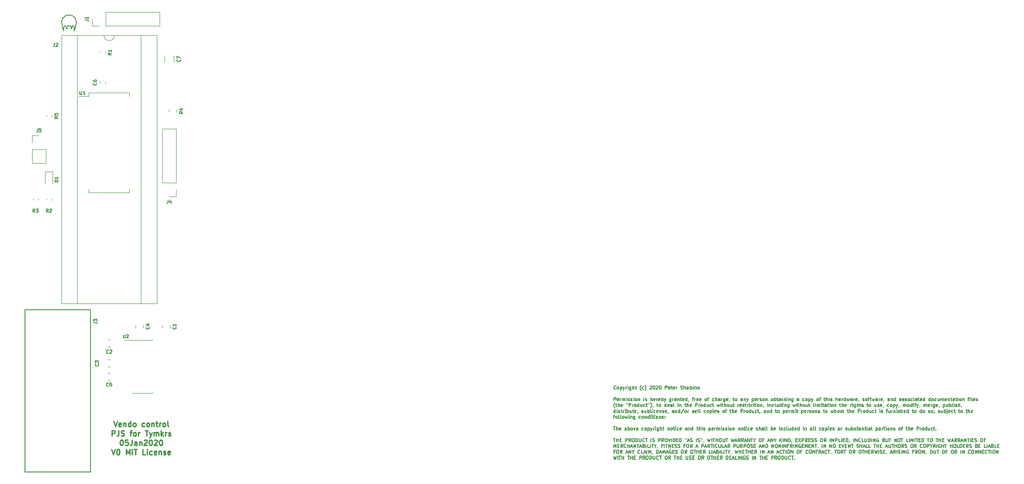
<source format=gto>
G04 #@! TF.GenerationSoftware,KiCad,Pcbnew,(5.1.5)-3*
G04 #@! TF.CreationDate,2020-01-05T20:33:51-06:00*
G04 #@! TF.ProjectId,tymkrs_vendo,74796d6b-7273-45f7-9665-6e646f2e6b69,V0*
G04 #@! TF.SameCoordinates,Original*
G04 #@! TF.FileFunction,Legend,Top*
G04 #@! TF.FilePolarity,Positive*
%FSLAX46Y46*%
G04 Gerber Fmt 4.6, Leading zero omitted, Abs format (unit mm)*
G04 Created by KiCad (PCBNEW (5.1.5)-3) date 2020-01-05 20:33:51*
%MOMM*%
%LPD*%
G04 APERTURE LIST*
%ADD10C,0.158750*%
%ADD11C,0.254000*%
%ADD12C,0.120000*%
%ADD13C,0.180000*%
%ADD14C,0.177800*%
%ADD15C,0.150000*%
%ADD16C,0.100000*%
%ADD17C,3.100000*%
%ADD18O,2.100000X2.100000*%
%ADD19R,2.100000X2.100000*%
%ADD20R,1.924000X1.924000*%
%ADD21C,1.924000*%
%ADD22C,4.400000*%
%ADD23O,2.800000X2.000000*%
%ADD24R,2.800000X2.000000*%
%ADD25C,1.035000*%
G04 APERTURE END LIST*
D10*
X205468235Y-167406410D02*
X205437997Y-167436648D01*
X205347282Y-167466886D01*
X205286806Y-167466886D01*
X205196092Y-167436648D01*
X205135616Y-167376172D01*
X205105377Y-167315696D01*
X205075139Y-167194744D01*
X205075139Y-167104029D01*
X205105377Y-166983077D01*
X205135616Y-166922601D01*
X205196092Y-166862125D01*
X205286806Y-166831886D01*
X205347282Y-166831886D01*
X205437997Y-166862125D01*
X205468235Y-166892363D01*
X205831092Y-167466886D02*
X205770616Y-167436648D01*
X205740377Y-167406410D01*
X205710139Y-167345934D01*
X205710139Y-167164505D01*
X205740377Y-167104029D01*
X205770616Y-167073791D01*
X205831092Y-167043553D01*
X205921806Y-167043553D01*
X205982282Y-167073791D01*
X206012520Y-167104029D01*
X206042758Y-167164505D01*
X206042758Y-167345934D01*
X206012520Y-167406410D01*
X205982282Y-167436648D01*
X205921806Y-167466886D01*
X205831092Y-167466886D01*
X206314901Y-167043553D02*
X206314901Y-167678553D01*
X206314901Y-167073791D02*
X206375377Y-167043553D01*
X206496330Y-167043553D01*
X206556806Y-167073791D01*
X206587044Y-167104029D01*
X206617282Y-167164505D01*
X206617282Y-167345934D01*
X206587044Y-167406410D01*
X206556806Y-167436648D01*
X206496330Y-167466886D01*
X206375377Y-167466886D01*
X206314901Y-167436648D01*
X206828949Y-167043553D02*
X206980139Y-167466886D01*
X207131330Y-167043553D02*
X206980139Y-167466886D01*
X206919663Y-167618077D01*
X206889425Y-167648315D01*
X206828949Y-167678553D01*
X207373235Y-167466886D02*
X207373235Y-167043553D01*
X207373235Y-167164505D02*
X207403473Y-167104029D01*
X207433711Y-167073791D01*
X207494187Y-167043553D01*
X207554663Y-167043553D01*
X207766330Y-167466886D02*
X207766330Y-167043553D01*
X207766330Y-166831886D02*
X207736092Y-166862125D01*
X207766330Y-166892363D01*
X207796568Y-166862125D01*
X207766330Y-166831886D01*
X207766330Y-166892363D01*
X208340854Y-167043553D02*
X208340854Y-167557601D01*
X208310616Y-167618077D01*
X208280377Y-167648315D01*
X208219901Y-167678553D01*
X208129187Y-167678553D01*
X208068711Y-167648315D01*
X208340854Y-167436648D02*
X208280377Y-167466886D01*
X208159425Y-167466886D01*
X208098949Y-167436648D01*
X208068711Y-167406410D01*
X208038473Y-167345934D01*
X208038473Y-167164505D01*
X208068711Y-167104029D01*
X208098949Y-167073791D01*
X208159425Y-167043553D01*
X208280377Y-167043553D01*
X208340854Y-167073791D01*
X208643235Y-167466886D02*
X208643235Y-166831886D01*
X208915377Y-167466886D02*
X208915377Y-167134267D01*
X208885139Y-167073791D01*
X208824663Y-167043553D01*
X208733949Y-167043553D01*
X208673473Y-167073791D01*
X208643235Y-167104029D01*
X209127044Y-167043553D02*
X209368949Y-167043553D01*
X209217758Y-166831886D02*
X209217758Y-167376172D01*
X209247997Y-167436648D01*
X209308473Y-167466886D01*
X209368949Y-167466886D01*
X210245854Y-167708791D02*
X210215616Y-167678553D01*
X210155139Y-167587839D01*
X210124901Y-167527363D01*
X210094663Y-167436648D01*
X210064425Y-167285458D01*
X210064425Y-167164505D01*
X210094663Y-167013315D01*
X210124901Y-166922601D01*
X210155139Y-166862125D01*
X210215616Y-166771410D01*
X210245854Y-166741172D01*
X210759901Y-167436648D02*
X210699425Y-167466886D01*
X210578473Y-167466886D01*
X210517997Y-167436648D01*
X210487758Y-167406410D01*
X210457520Y-167345934D01*
X210457520Y-167164505D01*
X210487758Y-167104029D01*
X210517997Y-167073791D01*
X210578473Y-167043553D01*
X210699425Y-167043553D01*
X210759901Y-167073791D01*
X210971568Y-167708791D02*
X211001806Y-167678553D01*
X211062282Y-167587839D01*
X211092520Y-167527363D01*
X211122758Y-167436648D01*
X211152997Y-167285458D01*
X211152997Y-167164505D01*
X211122758Y-167013315D01*
X211092520Y-166922601D01*
X211062282Y-166862125D01*
X211001806Y-166771410D01*
X210971568Y-166741172D01*
X211908949Y-166892363D02*
X211939187Y-166862125D01*
X211999663Y-166831886D01*
X212150854Y-166831886D01*
X212211330Y-166862125D01*
X212241568Y-166892363D01*
X212271806Y-166952839D01*
X212271806Y-167013315D01*
X212241568Y-167104029D01*
X211878711Y-167466886D01*
X212271806Y-167466886D01*
X212664901Y-166831886D02*
X212725377Y-166831886D01*
X212785854Y-166862125D01*
X212816092Y-166892363D01*
X212846330Y-166952839D01*
X212876568Y-167073791D01*
X212876568Y-167224982D01*
X212846330Y-167345934D01*
X212816092Y-167406410D01*
X212785854Y-167436648D01*
X212725377Y-167466886D01*
X212664901Y-167466886D01*
X212604425Y-167436648D01*
X212574187Y-167406410D01*
X212543949Y-167345934D01*
X212513711Y-167224982D01*
X212513711Y-167073791D01*
X212543949Y-166952839D01*
X212574187Y-166892363D01*
X212604425Y-166862125D01*
X212664901Y-166831886D01*
X213118473Y-166892363D02*
X213148711Y-166862125D01*
X213209187Y-166831886D01*
X213360377Y-166831886D01*
X213420854Y-166862125D01*
X213451092Y-166892363D01*
X213481330Y-166952839D01*
X213481330Y-167013315D01*
X213451092Y-167104029D01*
X213088235Y-167466886D01*
X213481330Y-167466886D01*
X213874425Y-166831886D02*
X213934901Y-166831886D01*
X213995377Y-166862125D01*
X214025616Y-166892363D01*
X214055854Y-166952839D01*
X214086092Y-167073791D01*
X214086092Y-167224982D01*
X214055854Y-167345934D01*
X214025616Y-167406410D01*
X213995377Y-167436648D01*
X213934901Y-167466886D01*
X213874425Y-167466886D01*
X213813949Y-167436648D01*
X213783711Y-167406410D01*
X213753473Y-167345934D01*
X213723235Y-167224982D01*
X213723235Y-167073791D01*
X213753473Y-166952839D01*
X213783711Y-166892363D01*
X213813949Y-166862125D01*
X213874425Y-166831886D01*
X214842044Y-167466886D02*
X214842044Y-166831886D01*
X215083949Y-166831886D01*
X215144425Y-166862125D01*
X215174663Y-166892363D01*
X215204901Y-166952839D01*
X215204901Y-167043553D01*
X215174663Y-167104029D01*
X215144425Y-167134267D01*
X215083949Y-167164505D01*
X214842044Y-167164505D01*
X215718949Y-167436648D02*
X215658473Y-167466886D01*
X215537520Y-167466886D01*
X215477044Y-167436648D01*
X215446806Y-167376172D01*
X215446806Y-167134267D01*
X215477044Y-167073791D01*
X215537520Y-167043553D01*
X215658473Y-167043553D01*
X215718949Y-167073791D01*
X215749187Y-167134267D01*
X215749187Y-167194744D01*
X215446806Y-167255220D01*
X215930616Y-167043553D02*
X216172520Y-167043553D01*
X216021330Y-166831886D02*
X216021330Y-167376172D01*
X216051568Y-167436648D01*
X216112044Y-167466886D01*
X216172520Y-167466886D01*
X216626092Y-167436648D02*
X216565616Y-167466886D01*
X216444663Y-167466886D01*
X216384187Y-167436648D01*
X216353949Y-167376172D01*
X216353949Y-167134267D01*
X216384187Y-167073791D01*
X216444663Y-167043553D01*
X216565616Y-167043553D01*
X216626092Y-167073791D01*
X216656330Y-167134267D01*
X216656330Y-167194744D01*
X216353949Y-167255220D01*
X216928473Y-167466886D02*
X216928473Y-167043553D01*
X216928473Y-167164505D02*
X216958711Y-167104029D01*
X216988949Y-167073791D01*
X217049425Y-167043553D01*
X217109901Y-167043553D01*
X217775139Y-167436648D02*
X217865854Y-167466886D01*
X218017044Y-167466886D01*
X218077520Y-167436648D01*
X218107758Y-167406410D01*
X218137997Y-167345934D01*
X218137997Y-167285458D01*
X218107758Y-167224982D01*
X218077520Y-167194744D01*
X218017044Y-167164505D01*
X217896092Y-167134267D01*
X217835616Y-167104029D01*
X217805377Y-167073791D01*
X217775139Y-167013315D01*
X217775139Y-166952839D01*
X217805377Y-166892363D01*
X217835616Y-166862125D01*
X217896092Y-166831886D01*
X218047282Y-166831886D01*
X218137997Y-166862125D01*
X218410139Y-167466886D02*
X218410139Y-166831886D01*
X218682282Y-167466886D02*
X218682282Y-167134267D01*
X218652044Y-167073791D01*
X218591568Y-167043553D01*
X218500854Y-167043553D01*
X218440377Y-167073791D01*
X218410139Y-167104029D01*
X219256806Y-167466886D02*
X219256806Y-167134267D01*
X219226568Y-167073791D01*
X219166092Y-167043553D01*
X219045139Y-167043553D01*
X218984663Y-167073791D01*
X219256806Y-167436648D02*
X219196330Y-167466886D01*
X219045139Y-167466886D01*
X218984663Y-167436648D01*
X218954425Y-167376172D01*
X218954425Y-167315696D01*
X218984663Y-167255220D01*
X219045139Y-167224982D01*
X219196330Y-167224982D01*
X219256806Y-167194744D01*
X219559187Y-167466886D02*
X219559187Y-166831886D01*
X219559187Y-167073791D02*
X219619663Y-167043553D01*
X219740616Y-167043553D01*
X219801092Y-167073791D01*
X219831330Y-167104029D01*
X219861568Y-167164505D01*
X219861568Y-167345934D01*
X219831330Y-167406410D01*
X219801092Y-167436648D01*
X219740616Y-167466886D01*
X219619663Y-167466886D01*
X219559187Y-167436648D01*
X220133711Y-167466886D02*
X220133711Y-167043553D01*
X220133711Y-166831886D02*
X220103473Y-166862125D01*
X220133711Y-166892363D01*
X220163949Y-166862125D01*
X220133711Y-166831886D01*
X220133711Y-166892363D01*
X220436092Y-167043553D02*
X220436092Y-167466886D01*
X220436092Y-167104029D02*
X220466330Y-167073791D01*
X220526806Y-167043553D01*
X220617520Y-167043553D01*
X220677997Y-167073791D01*
X220708235Y-167134267D01*
X220708235Y-167466886D01*
X221101330Y-167466886D02*
X221040854Y-167436648D01*
X221010616Y-167406410D01*
X220980377Y-167345934D01*
X220980377Y-167164505D01*
X221010616Y-167104029D01*
X221040854Y-167073791D01*
X221101330Y-167043553D01*
X221192044Y-167043553D01*
X221252520Y-167073791D01*
X221282758Y-167104029D01*
X221312997Y-167164505D01*
X221312997Y-167345934D01*
X221282758Y-167406410D01*
X221252520Y-167436648D01*
X221192044Y-167466886D01*
X221101330Y-167466886D01*
X205105377Y-169689386D02*
X205105377Y-169054386D01*
X205347282Y-169054386D01*
X205407758Y-169084625D01*
X205437997Y-169114863D01*
X205468235Y-169175339D01*
X205468235Y-169266053D01*
X205437997Y-169326529D01*
X205407758Y-169356767D01*
X205347282Y-169387005D01*
X205105377Y-169387005D01*
X205982282Y-169659148D02*
X205921806Y-169689386D01*
X205800854Y-169689386D01*
X205740377Y-169659148D01*
X205710139Y-169598672D01*
X205710139Y-169356767D01*
X205740377Y-169296291D01*
X205800854Y-169266053D01*
X205921806Y-169266053D01*
X205982282Y-169296291D01*
X206012520Y-169356767D01*
X206012520Y-169417244D01*
X205710139Y-169477720D01*
X206284663Y-169689386D02*
X206284663Y-169266053D01*
X206284663Y-169387005D02*
X206314901Y-169326529D01*
X206345139Y-169296291D01*
X206405616Y-169266053D01*
X206466092Y-169266053D01*
X206677758Y-169689386D02*
X206677758Y-169266053D01*
X206677758Y-169326529D02*
X206707997Y-169296291D01*
X206768473Y-169266053D01*
X206859187Y-169266053D01*
X206919663Y-169296291D01*
X206949901Y-169356767D01*
X206949901Y-169689386D01*
X206949901Y-169356767D02*
X206980139Y-169296291D01*
X207040616Y-169266053D01*
X207131330Y-169266053D01*
X207191806Y-169296291D01*
X207222044Y-169356767D01*
X207222044Y-169689386D01*
X207524425Y-169689386D02*
X207524425Y-169266053D01*
X207524425Y-169054386D02*
X207494187Y-169084625D01*
X207524425Y-169114863D01*
X207554663Y-169084625D01*
X207524425Y-169054386D01*
X207524425Y-169114863D01*
X207796568Y-169659148D02*
X207857044Y-169689386D01*
X207977997Y-169689386D01*
X208038473Y-169659148D01*
X208068711Y-169598672D01*
X208068711Y-169568434D01*
X208038473Y-169507958D01*
X207977997Y-169477720D01*
X207887282Y-169477720D01*
X207826806Y-169447482D01*
X207796568Y-169387005D01*
X207796568Y-169356767D01*
X207826806Y-169296291D01*
X207887282Y-169266053D01*
X207977997Y-169266053D01*
X208038473Y-169296291D01*
X208310616Y-169659148D02*
X208371092Y-169689386D01*
X208492044Y-169689386D01*
X208552520Y-169659148D01*
X208582758Y-169598672D01*
X208582758Y-169568434D01*
X208552520Y-169507958D01*
X208492044Y-169477720D01*
X208401330Y-169477720D01*
X208340854Y-169447482D01*
X208310616Y-169387005D01*
X208310616Y-169356767D01*
X208340854Y-169296291D01*
X208401330Y-169266053D01*
X208492044Y-169266053D01*
X208552520Y-169296291D01*
X208854901Y-169689386D02*
X208854901Y-169266053D01*
X208854901Y-169054386D02*
X208824663Y-169084625D01*
X208854901Y-169114863D01*
X208885139Y-169084625D01*
X208854901Y-169054386D01*
X208854901Y-169114863D01*
X209247997Y-169689386D02*
X209187520Y-169659148D01*
X209157282Y-169628910D01*
X209127044Y-169568434D01*
X209127044Y-169387005D01*
X209157282Y-169326529D01*
X209187520Y-169296291D01*
X209247997Y-169266053D01*
X209338711Y-169266053D01*
X209399187Y-169296291D01*
X209429425Y-169326529D01*
X209459663Y-169387005D01*
X209459663Y-169568434D01*
X209429425Y-169628910D01*
X209399187Y-169659148D01*
X209338711Y-169689386D01*
X209247997Y-169689386D01*
X209731806Y-169266053D02*
X209731806Y-169689386D01*
X209731806Y-169326529D02*
X209762044Y-169296291D01*
X209822520Y-169266053D01*
X209913235Y-169266053D01*
X209973711Y-169296291D01*
X210003949Y-169356767D01*
X210003949Y-169689386D01*
X210790139Y-169689386D02*
X210790139Y-169266053D01*
X210790139Y-169054386D02*
X210759901Y-169084625D01*
X210790139Y-169114863D01*
X210820377Y-169084625D01*
X210790139Y-169054386D01*
X210790139Y-169114863D01*
X211062282Y-169659148D02*
X211122758Y-169689386D01*
X211243711Y-169689386D01*
X211304187Y-169659148D01*
X211334425Y-169598672D01*
X211334425Y-169568434D01*
X211304187Y-169507958D01*
X211243711Y-169477720D01*
X211152997Y-169477720D01*
X211092520Y-169447482D01*
X211062282Y-169387005D01*
X211062282Y-169356767D01*
X211092520Y-169296291D01*
X211152997Y-169266053D01*
X211243711Y-169266053D01*
X211304187Y-169296291D01*
X212090377Y-169689386D02*
X212090377Y-169054386D01*
X212362520Y-169689386D02*
X212362520Y-169356767D01*
X212332282Y-169296291D01*
X212271806Y-169266053D01*
X212181092Y-169266053D01*
X212120616Y-169296291D01*
X212090377Y-169326529D01*
X212906806Y-169659148D02*
X212846330Y-169689386D01*
X212725377Y-169689386D01*
X212664901Y-169659148D01*
X212634663Y-169598672D01*
X212634663Y-169356767D01*
X212664901Y-169296291D01*
X212725377Y-169266053D01*
X212846330Y-169266053D01*
X212906806Y-169296291D01*
X212937044Y-169356767D01*
X212937044Y-169417244D01*
X212634663Y-169477720D01*
X213209187Y-169689386D02*
X213209187Y-169266053D01*
X213209187Y-169387005D02*
X213239425Y-169326529D01*
X213269663Y-169296291D01*
X213330139Y-169266053D01*
X213390616Y-169266053D01*
X213844187Y-169659148D02*
X213783711Y-169689386D01*
X213662758Y-169689386D01*
X213602282Y-169659148D01*
X213572044Y-169598672D01*
X213572044Y-169356767D01*
X213602282Y-169296291D01*
X213662758Y-169266053D01*
X213783711Y-169266053D01*
X213844187Y-169296291D01*
X213874425Y-169356767D01*
X213874425Y-169417244D01*
X213572044Y-169477720D01*
X214146568Y-169689386D02*
X214146568Y-169054386D01*
X214146568Y-169296291D02*
X214207044Y-169266053D01*
X214327997Y-169266053D01*
X214388473Y-169296291D01*
X214418711Y-169326529D01*
X214448949Y-169387005D01*
X214448949Y-169568434D01*
X214418711Y-169628910D01*
X214388473Y-169659148D01*
X214327997Y-169689386D01*
X214207044Y-169689386D01*
X214146568Y-169659148D01*
X214660616Y-169266053D02*
X214811806Y-169689386D01*
X214962997Y-169266053D02*
X214811806Y-169689386D01*
X214751330Y-169840577D01*
X214721092Y-169870815D01*
X214660616Y-169901053D01*
X215960854Y-169266053D02*
X215960854Y-169780101D01*
X215930616Y-169840577D01*
X215900377Y-169870815D01*
X215839901Y-169901053D01*
X215749187Y-169901053D01*
X215688711Y-169870815D01*
X215960854Y-169659148D02*
X215900377Y-169689386D01*
X215779425Y-169689386D01*
X215718949Y-169659148D01*
X215688711Y-169628910D01*
X215658473Y-169568434D01*
X215658473Y-169387005D01*
X215688711Y-169326529D01*
X215718949Y-169296291D01*
X215779425Y-169266053D01*
X215900377Y-169266053D01*
X215960854Y-169296291D01*
X216263235Y-169689386D02*
X216263235Y-169266053D01*
X216263235Y-169387005D02*
X216293473Y-169326529D01*
X216323711Y-169296291D01*
X216384187Y-169266053D01*
X216444663Y-169266053D01*
X216928473Y-169689386D02*
X216928473Y-169356767D01*
X216898235Y-169296291D01*
X216837758Y-169266053D01*
X216716806Y-169266053D01*
X216656330Y-169296291D01*
X216928473Y-169659148D02*
X216867997Y-169689386D01*
X216716806Y-169689386D01*
X216656330Y-169659148D01*
X216626092Y-169598672D01*
X216626092Y-169538196D01*
X216656330Y-169477720D01*
X216716806Y-169447482D01*
X216867997Y-169447482D01*
X216928473Y-169417244D01*
X217230854Y-169266053D02*
X217230854Y-169689386D01*
X217230854Y-169326529D02*
X217261092Y-169296291D01*
X217321568Y-169266053D01*
X217412282Y-169266053D01*
X217472758Y-169296291D01*
X217502997Y-169356767D01*
X217502997Y-169689386D01*
X217714663Y-169266053D02*
X217956568Y-169266053D01*
X217805377Y-169054386D02*
X217805377Y-169598672D01*
X217835616Y-169659148D01*
X217896092Y-169689386D01*
X217956568Y-169689386D01*
X218410139Y-169659148D02*
X218349663Y-169689386D01*
X218228711Y-169689386D01*
X218168235Y-169659148D01*
X218137997Y-169598672D01*
X218137997Y-169356767D01*
X218168235Y-169296291D01*
X218228711Y-169266053D01*
X218349663Y-169266053D01*
X218410139Y-169296291D01*
X218440377Y-169356767D01*
X218440377Y-169417244D01*
X218137997Y-169477720D01*
X218984663Y-169689386D02*
X218984663Y-169054386D01*
X218984663Y-169659148D02*
X218924187Y-169689386D01*
X218803235Y-169689386D01*
X218742758Y-169659148D01*
X218712520Y-169628910D01*
X218682282Y-169568434D01*
X218682282Y-169387005D01*
X218712520Y-169326529D01*
X218742758Y-169296291D01*
X218803235Y-169266053D01*
X218924187Y-169266053D01*
X218984663Y-169296291D01*
X219317282Y-169659148D02*
X219317282Y-169689386D01*
X219287044Y-169749863D01*
X219256806Y-169780101D01*
X219982520Y-169266053D02*
X220224425Y-169266053D01*
X220073235Y-169689386D02*
X220073235Y-169145101D01*
X220103473Y-169084625D01*
X220163949Y-169054386D01*
X220224425Y-169054386D01*
X220436092Y-169689386D02*
X220436092Y-169266053D01*
X220436092Y-169387005D02*
X220466330Y-169326529D01*
X220496568Y-169296291D01*
X220557044Y-169266053D01*
X220617520Y-169266053D01*
X221071092Y-169659148D02*
X221010616Y-169689386D01*
X220889663Y-169689386D01*
X220829187Y-169659148D01*
X220798949Y-169598672D01*
X220798949Y-169356767D01*
X220829187Y-169296291D01*
X220889663Y-169266053D01*
X221010616Y-169266053D01*
X221071092Y-169296291D01*
X221101330Y-169356767D01*
X221101330Y-169417244D01*
X220798949Y-169477720D01*
X221615377Y-169659148D02*
X221554901Y-169689386D01*
X221433949Y-169689386D01*
X221373473Y-169659148D01*
X221343235Y-169598672D01*
X221343235Y-169356767D01*
X221373473Y-169296291D01*
X221433949Y-169266053D01*
X221554901Y-169266053D01*
X221615377Y-169296291D01*
X221645616Y-169356767D01*
X221645616Y-169417244D01*
X221343235Y-169477720D01*
X222492282Y-169689386D02*
X222431806Y-169659148D01*
X222401568Y-169628910D01*
X222371330Y-169568434D01*
X222371330Y-169387005D01*
X222401568Y-169326529D01*
X222431806Y-169296291D01*
X222492282Y-169266053D01*
X222582997Y-169266053D01*
X222643473Y-169296291D01*
X222673711Y-169326529D01*
X222703949Y-169387005D01*
X222703949Y-169568434D01*
X222673711Y-169628910D01*
X222643473Y-169659148D01*
X222582997Y-169689386D01*
X222492282Y-169689386D01*
X222885377Y-169266053D02*
X223127282Y-169266053D01*
X222976092Y-169689386D02*
X222976092Y-169145101D01*
X223006330Y-169084625D01*
X223066806Y-169054386D01*
X223127282Y-169054386D01*
X224094901Y-169659148D02*
X224034425Y-169689386D01*
X223913473Y-169689386D01*
X223852997Y-169659148D01*
X223822758Y-169628910D01*
X223792520Y-169568434D01*
X223792520Y-169387005D01*
X223822758Y-169326529D01*
X223852997Y-169296291D01*
X223913473Y-169266053D01*
X224034425Y-169266053D01*
X224094901Y-169296291D01*
X224367044Y-169689386D02*
X224367044Y-169054386D01*
X224639187Y-169689386D02*
X224639187Y-169356767D01*
X224608949Y-169296291D01*
X224548473Y-169266053D01*
X224457758Y-169266053D01*
X224397282Y-169296291D01*
X224367044Y-169326529D01*
X225213711Y-169689386D02*
X225213711Y-169356767D01*
X225183473Y-169296291D01*
X225122997Y-169266053D01*
X225002044Y-169266053D01*
X224941568Y-169296291D01*
X225213711Y-169659148D02*
X225153235Y-169689386D01*
X225002044Y-169689386D01*
X224941568Y-169659148D01*
X224911330Y-169598672D01*
X224911330Y-169538196D01*
X224941568Y-169477720D01*
X225002044Y-169447482D01*
X225153235Y-169447482D01*
X225213711Y-169417244D01*
X225516092Y-169689386D02*
X225516092Y-169266053D01*
X225516092Y-169387005D02*
X225546330Y-169326529D01*
X225576568Y-169296291D01*
X225637044Y-169266053D01*
X225697520Y-169266053D01*
X226181330Y-169266053D02*
X226181330Y-169780101D01*
X226151092Y-169840577D01*
X226120854Y-169870815D01*
X226060377Y-169901053D01*
X225969663Y-169901053D01*
X225909187Y-169870815D01*
X226181330Y-169659148D02*
X226120854Y-169689386D01*
X225999901Y-169689386D01*
X225939425Y-169659148D01*
X225909187Y-169628910D01*
X225878949Y-169568434D01*
X225878949Y-169387005D01*
X225909187Y-169326529D01*
X225939425Y-169296291D01*
X225999901Y-169266053D01*
X226120854Y-169266053D01*
X226181330Y-169296291D01*
X226725616Y-169659148D02*
X226665139Y-169689386D01*
X226544187Y-169689386D01*
X226483711Y-169659148D01*
X226453473Y-169598672D01*
X226453473Y-169356767D01*
X226483711Y-169296291D01*
X226544187Y-169266053D01*
X226665139Y-169266053D01*
X226725616Y-169296291D01*
X226755854Y-169356767D01*
X226755854Y-169417244D01*
X226453473Y-169477720D01*
X227058235Y-169659148D02*
X227058235Y-169689386D01*
X227027997Y-169749863D01*
X226997758Y-169780101D01*
X227723473Y-169266053D02*
X227965377Y-169266053D01*
X227814187Y-169054386D02*
X227814187Y-169598672D01*
X227844425Y-169659148D01*
X227904901Y-169689386D01*
X227965377Y-169689386D01*
X228267758Y-169689386D02*
X228207282Y-169659148D01*
X228177044Y-169628910D01*
X228146806Y-169568434D01*
X228146806Y-169387005D01*
X228177044Y-169326529D01*
X228207282Y-169296291D01*
X228267758Y-169266053D01*
X228358473Y-169266053D01*
X228418949Y-169296291D01*
X228449187Y-169326529D01*
X228479425Y-169387005D01*
X228479425Y-169568434D01*
X228449187Y-169628910D01*
X228418949Y-169659148D01*
X228358473Y-169689386D01*
X228267758Y-169689386D01*
X229507520Y-169689386D02*
X229507520Y-169356767D01*
X229477282Y-169296291D01*
X229416806Y-169266053D01*
X229295854Y-169266053D01*
X229235377Y-169296291D01*
X229507520Y-169659148D02*
X229447044Y-169689386D01*
X229295854Y-169689386D01*
X229235377Y-169659148D01*
X229205139Y-169598672D01*
X229205139Y-169538196D01*
X229235377Y-169477720D01*
X229295854Y-169447482D01*
X229447044Y-169447482D01*
X229507520Y-169417244D01*
X229809901Y-169266053D02*
X229809901Y-169689386D01*
X229809901Y-169326529D02*
X229840139Y-169296291D01*
X229900616Y-169266053D01*
X229991330Y-169266053D01*
X230051806Y-169296291D01*
X230082044Y-169356767D01*
X230082044Y-169689386D01*
X230323949Y-169266053D02*
X230475139Y-169689386D01*
X230626330Y-169266053D02*
X230475139Y-169689386D01*
X230414663Y-169840577D01*
X230384425Y-169870815D01*
X230323949Y-169901053D01*
X231352044Y-169266053D02*
X231352044Y-169901053D01*
X231352044Y-169296291D02*
X231412520Y-169266053D01*
X231533473Y-169266053D01*
X231593949Y-169296291D01*
X231624187Y-169326529D01*
X231654425Y-169387005D01*
X231654425Y-169568434D01*
X231624187Y-169628910D01*
X231593949Y-169659148D01*
X231533473Y-169689386D01*
X231412520Y-169689386D01*
X231352044Y-169659148D01*
X232168473Y-169659148D02*
X232107997Y-169689386D01*
X231987044Y-169689386D01*
X231926568Y-169659148D01*
X231896330Y-169598672D01*
X231896330Y-169356767D01*
X231926568Y-169296291D01*
X231987044Y-169266053D01*
X232107997Y-169266053D01*
X232168473Y-169296291D01*
X232198711Y-169356767D01*
X232198711Y-169417244D01*
X231896330Y-169477720D01*
X232470854Y-169689386D02*
X232470854Y-169266053D01*
X232470854Y-169387005D02*
X232501092Y-169326529D01*
X232531330Y-169296291D01*
X232591806Y-169266053D01*
X232652282Y-169266053D01*
X232833711Y-169659148D02*
X232894187Y-169689386D01*
X233015139Y-169689386D01*
X233075616Y-169659148D01*
X233105854Y-169598672D01*
X233105854Y-169568434D01*
X233075616Y-169507958D01*
X233015139Y-169477720D01*
X232924425Y-169477720D01*
X232863949Y-169447482D01*
X232833711Y-169387005D01*
X232833711Y-169356767D01*
X232863949Y-169296291D01*
X232924425Y-169266053D01*
X233015139Y-169266053D01*
X233075616Y-169296291D01*
X233468711Y-169689386D02*
X233408235Y-169659148D01*
X233377997Y-169628910D01*
X233347758Y-169568434D01*
X233347758Y-169387005D01*
X233377997Y-169326529D01*
X233408235Y-169296291D01*
X233468711Y-169266053D01*
X233559425Y-169266053D01*
X233619901Y-169296291D01*
X233650139Y-169326529D01*
X233680377Y-169387005D01*
X233680377Y-169568434D01*
X233650139Y-169628910D01*
X233619901Y-169659148D01*
X233559425Y-169689386D01*
X233468711Y-169689386D01*
X233952520Y-169266053D02*
X233952520Y-169689386D01*
X233952520Y-169326529D02*
X233982758Y-169296291D01*
X234043235Y-169266053D01*
X234133949Y-169266053D01*
X234194425Y-169296291D01*
X234224663Y-169356767D01*
X234224663Y-169689386D01*
X235101568Y-169689386D02*
X235041092Y-169659148D01*
X235010854Y-169628910D01*
X234980616Y-169568434D01*
X234980616Y-169387005D01*
X235010854Y-169326529D01*
X235041092Y-169296291D01*
X235101568Y-169266053D01*
X235192282Y-169266053D01*
X235252758Y-169296291D01*
X235282997Y-169326529D01*
X235313235Y-169387005D01*
X235313235Y-169568434D01*
X235282997Y-169628910D01*
X235252758Y-169659148D01*
X235192282Y-169689386D01*
X235101568Y-169689386D01*
X235585377Y-169689386D02*
X235585377Y-169054386D01*
X235585377Y-169296291D02*
X235645854Y-169266053D01*
X235766806Y-169266053D01*
X235827282Y-169296291D01*
X235857520Y-169326529D01*
X235887758Y-169387005D01*
X235887758Y-169568434D01*
X235857520Y-169628910D01*
X235827282Y-169659148D01*
X235766806Y-169689386D01*
X235645854Y-169689386D01*
X235585377Y-169659148D01*
X236069187Y-169266053D02*
X236311092Y-169266053D01*
X236159901Y-169054386D02*
X236159901Y-169598672D01*
X236190139Y-169659148D01*
X236250616Y-169689386D01*
X236311092Y-169689386D01*
X236794901Y-169689386D02*
X236794901Y-169356767D01*
X236764663Y-169296291D01*
X236704187Y-169266053D01*
X236583235Y-169266053D01*
X236522758Y-169296291D01*
X236794901Y-169659148D02*
X236734425Y-169689386D01*
X236583235Y-169689386D01*
X236522758Y-169659148D01*
X236492520Y-169598672D01*
X236492520Y-169538196D01*
X236522758Y-169477720D01*
X236583235Y-169447482D01*
X236734425Y-169447482D01*
X236794901Y-169417244D01*
X237097282Y-169689386D02*
X237097282Y-169266053D01*
X237097282Y-169054386D02*
X237067044Y-169084625D01*
X237097282Y-169114863D01*
X237127520Y-169084625D01*
X237097282Y-169054386D01*
X237097282Y-169114863D01*
X237399663Y-169266053D02*
X237399663Y-169689386D01*
X237399663Y-169326529D02*
X237429901Y-169296291D01*
X237490377Y-169266053D01*
X237581092Y-169266053D01*
X237641568Y-169296291D01*
X237671806Y-169356767D01*
X237671806Y-169689386D01*
X237974187Y-169689386D02*
X237974187Y-169266053D01*
X237974187Y-169054386D02*
X237943949Y-169084625D01*
X237974187Y-169114863D01*
X238004425Y-169084625D01*
X237974187Y-169054386D01*
X237974187Y-169114863D01*
X238276568Y-169266053D02*
X238276568Y-169689386D01*
X238276568Y-169326529D02*
X238306806Y-169296291D01*
X238367282Y-169266053D01*
X238457997Y-169266053D01*
X238518473Y-169296291D01*
X238548711Y-169356767D01*
X238548711Y-169689386D01*
X239123235Y-169266053D02*
X239123235Y-169780101D01*
X239092997Y-169840577D01*
X239062758Y-169870815D01*
X239002282Y-169901053D01*
X238911568Y-169901053D01*
X238851092Y-169870815D01*
X239123235Y-169659148D02*
X239062758Y-169689386D01*
X238941806Y-169689386D01*
X238881330Y-169659148D01*
X238851092Y-169628910D01*
X238820854Y-169568434D01*
X238820854Y-169387005D01*
X238851092Y-169326529D01*
X238881330Y-169296291D01*
X238941806Y-169266053D01*
X239062758Y-169266053D01*
X239123235Y-169296291D01*
X240181568Y-169689386D02*
X240181568Y-169356767D01*
X240151330Y-169296291D01*
X240090854Y-169266053D01*
X239969901Y-169266053D01*
X239909425Y-169296291D01*
X240181568Y-169659148D02*
X240121092Y-169689386D01*
X239969901Y-169689386D01*
X239909425Y-169659148D01*
X239879187Y-169598672D01*
X239879187Y-169538196D01*
X239909425Y-169477720D01*
X239969901Y-169447482D01*
X240121092Y-169447482D01*
X240181568Y-169417244D01*
X241239901Y-169659148D02*
X241179425Y-169689386D01*
X241058473Y-169689386D01*
X240997997Y-169659148D01*
X240967758Y-169628910D01*
X240937520Y-169568434D01*
X240937520Y-169387005D01*
X240967758Y-169326529D01*
X240997997Y-169296291D01*
X241058473Y-169266053D01*
X241179425Y-169266053D01*
X241239901Y-169296291D01*
X241602758Y-169689386D02*
X241542282Y-169659148D01*
X241512044Y-169628910D01*
X241481806Y-169568434D01*
X241481806Y-169387005D01*
X241512044Y-169326529D01*
X241542282Y-169296291D01*
X241602758Y-169266053D01*
X241693473Y-169266053D01*
X241753949Y-169296291D01*
X241784187Y-169326529D01*
X241814425Y-169387005D01*
X241814425Y-169568434D01*
X241784187Y-169628910D01*
X241753949Y-169659148D01*
X241693473Y-169689386D01*
X241602758Y-169689386D01*
X242086568Y-169266053D02*
X242086568Y-169901053D01*
X242086568Y-169296291D02*
X242147044Y-169266053D01*
X242267997Y-169266053D01*
X242328473Y-169296291D01*
X242358711Y-169326529D01*
X242388949Y-169387005D01*
X242388949Y-169568434D01*
X242358711Y-169628910D01*
X242328473Y-169659148D01*
X242267997Y-169689386D01*
X242147044Y-169689386D01*
X242086568Y-169659148D01*
X242600616Y-169266053D02*
X242751806Y-169689386D01*
X242902997Y-169266053D02*
X242751806Y-169689386D01*
X242691330Y-169840577D01*
X242661092Y-169870815D01*
X242600616Y-169901053D01*
X243719425Y-169689386D02*
X243658949Y-169659148D01*
X243628711Y-169628910D01*
X243598473Y-169568434D01*
X243598473Y-169387005D01*
X243628711Y-169326529D01*
X243658949Y-169296291D01*
X243719425Y-169266053D01*
X243810139Y-169266053D01*
X243870616Y-169296291D01*
X243900854Y-169326529D01*
X243931092Y-169387005D01*
X243931092Y-169568434D01*
X243900854Y-169628910D01*
X243870616Y-169659148D01*
X243810139Y-169689386D01*
X243719425Y-169689386D01*
X244112520Y-169266053D02*
X244354425Y-169266053D01*
X244203235Y-169689386D02*
X244203235Y-169145101D01*
X244233473Y-169084625D01*
X244293949Y-169054386D01*
X244354425Y-169054386D01*
X244959187Y-169266053D02*
X245201092Y-169266053D01*
X245049901Y-169054386D02*
X245049901Y-169598672D01*
X245080139Y-169659148D01*
X245140616Y-169689386D01*
X245201092Y-169689386D01*
X245412758Y-169689386D02*
X245412758Y-169054386D01*
X245684901Y-169689386D02*
X245684901Y-169356767D01*
X245654663Y-169296291D01*
X245594187Y-169266053D01*
X245503473Y-169266053D01*
X245442997Y-169296291D01*
X245412758Y-169326529D01*
X245987282Y-169689386D02*
X245987282Y-169266053D01*
X245987282Y-169054386D02*
X245957044Y-169084625D01*
X245987282Y-169114863D01*
X246017520Y-169084625D01*
X245987282Y-169054386D01*
X245987282Y-169114863D01*
X246259425Y-169659148D02*
X246319901Y-169689386D01*
X246440854Y-169689386D01*
X246501330Y-169659148D01*
X246531568Y-169598672D01*
X246531568Y-169568434D01*
X246501330Y-169507958D01*
X246440854Y-169477720D01*
X246350139Y-169477720D01*
X246289663Y-169447482D01*
X246259425Y-169387005D01*
X246259425Y-169356767D01*
X246289663Y-169296291D01*
X246350139Y-169266053D01*
X246440854Y-169266053D01*
X246501330Y-169296291D01*
X247287520Y-169689386D02*
X247287520Y-169054386D01*
X247559663Y-169689386D02*
X247559663Y-169356767D01*
X247529425Y-169296291D01*
X247468949Y-169266053D01*
X247378235Y-169266053D01*
X247317758Y-169296291D01*
X247287520Y-169326529D01*
X248134187Y-169689386D02*
X248134187Y-169356767D01*
X248103949Y-169296291D01*
X248043473Y-169266053D01*
X247922520Y-169266053D01*
X247862044Y-169296291D01*
X248134187Y-169659148D02*
X248073711Y-169689386D01*
X247922520Y-169689386D01*
X247862044Y-169659148D01*
X247831806Y-169598672D01*
X247831806Y-169538196D01*
X247862044Y-169477720D01*
X247922520Y-169447482D01*
X248073711Y-169447482D01*
X248134187Y-169417244D01*
X248436568Y-169689386D02*
X248436568Y-169266053D01*
X248436568Y-169387005D02*
X248466806Y-169326529D01*
X248497044Y-169296291D01*
X248557520Y-169266053D01*
X248617997Y-169266053D01*
X249101806Y-169689386D02*
X249101806Y-169054386D01*
X249101806Y-169659148D02*
X249041330Y-169689386D01*
X248920377Y-169689386D01*
X248859901Y-169659148D01*
X248829663Y-169628910D01*
X248799425Y-169568434D01*
X248799425Y-169387005D01*
X248829663Y-169326529D01*
X248859901Y-169296291D01*
X248920377Y-169266053D01*
X249041330Y-169266053D01*
X249101806Y-169296291D01*
X249343711Y-169266053D02*
X249464663Y-169689386D01*
X249585616Y-169387005D01*
X249706568Y-169689386D01*
X249827520Y-169266053D01*
X250341568Y-169689386D02*
X250341568Y-169356767D01*
X250311330Y-169296291D01*
X250250854Y-169266053D01*
X250129901Y-169266053D01*
X250069425Y-169296291D01*
X250341568Y-169659148D02*
X250281092Y-169689386D01*
X250129901Y-169689386D01*
X250069425Y-169659148D01*
X250039187Y-169598672D01*
X250039187Y-169538196D01*
X250069425Y-169477720D01*
X250129901Y-169447482D01*
X250281092Y-169447482D01*
X250341568Y-169417244D01*
X250643949Y-169689386D02*
X250643949Y-169266053D01*
X250643949Y-169387005D02*
X250674187Y-169326529D01*
X250704425Y-169296291D01*
X250764901Y-169266053D01*
X250825377Y-169266053D01*
X251278949Y-169659148D02*
X251218473Y-169689386D01*
X251097520Y-169689386D01*
X251037044Y-169659148D01*
X251006806Y-169598672D01*
X251006806Y-169356767D01*
X251037044Y-169296291D01*
X251097520Y-169266053D01*
X251218473Y-169266053D01*
X251278949Y-169296291D01*
X251309187Y-169356767D01*
X251309187Y-169417244D01*
X251006806Y-169477720D01*
X251611568Y-169659148D02*
X251611568Y-169689386D01*
X251581330Y-169749863D01*
X251551092Y-169780101D01*
X252337282Y-169659148D02*
X252397758Y-169689386D01*
X252518711Y-169689386D01*
X252579187Y-169659148D01*
X252609425Y-169598672D01*
X252609425Y-169568434D01*
X252579187Y-169507958D01*
X252518711Y-169477720D01*
X252427997Y-169477720D01*
X252367520Y-169447482D01*
X252337282Y-169387005D01*
X252337282Y-169356767D01*
X252367520Y-169296291D01*
X252427997Y-169266053D01*
X252518711Y-169266053D01*
X252579187Y-169296291D01*
X252972282Y-169689386D02*
X252911806Y-169659148D01*
X252881568Y-169628910D01*
X252851330Y-169568434D01*
X252851330Y-169387005D01*
X252881568Y-169326529D01*
X252911806Y-169296291D01*
X252972282Y-169266053D01*
X253062997Y-169266053D01*
X253123473Y-169296291D01*
X253153711Y-169326529D01*
X253183949Y-169387005D01*
X253183949Y-169568434D01*
X253153711Y-169628910D01*
X253123473Y-169659148D01*
X253062997Y-169689386D01*
X252972282Y-169689386D01*
X253365377Y-169266053D02*
X253607282Y-169266053D01*
X253456092Y-169689386D02*
X253456092Y-169145101D01*
X253486330Y-169084625D01*
X253546806Y-169054386D01*
X253607282Y-169054386D01*
X253728235Y-169266053D02*
X253970139Y-169266053D01*
X253818949Y-169054386D02*
X253818949Y-169598672D01*
X253849187Y-169659148D01*
X253909663Y-169689386D01*
X253970139Y-169689386D01*
X254121330Y-169266053D02*
X254242282Y-169689386D01*
X254363235Y-169387005D01*
X254484187Y-169689386D01*
X254605139Y-169266053D01*
X255119187Y-169689386D02*
X255119187Y-169356767D01*
X255088949Y-169296291D01*
X255028473Y-169266053D01*
X254907520Y-169266053D01*
X254847044Y-169296291D01*
X255119187Y-169659148D02*
X255058711Y-169689386D01*
X254907520Y-169689386D01*
X254847044Y-169659148D01*
X254816806Y-169598672D01*
X254816806Y-169538196D01*
X254847044Y-169477720D01*
X254907520Y-169447482D01*
X255058711Y-169447482D01*
X255119187Y-169417244D01*
X255421568Y-169689386D02*
X255421568Y-169266053D01*
X255421568Y-169387005D02*
X255451806Y-169326529D01*
X255482044Y-169296291D01*
X255542520Y-169266053D01*
X255602997Y-169266053D01*
X256056568Y-169659148D02*
X255996092Y-169689386D01*
X255875139Y-169689386D01*
X255814663Y-169659148D01*
X255784425Y-169598672D01*
X255784425Y-169356767D01*
X255814663Y-169296291D01*
X255875139Y-169266053D01*
X255996092Y-169266053D01*
X256056568Y-169296291D01*
X256086806Y-169356767D01*
X256086806Y-169417244D01*
X255784425Y-169477720D01*
X256389187Y-169659148D02*
X256389187Y-169689386D01*
X256358949Y-169749863D01*
X256328711Y-169780101D01*
X257417282Y-169689386D02*
X257417282Y-169356767D01*
X257387044Y-169296291D01*
X257326568Y-169266053D01*
X257205616Y-169266053D01*
X257145139Y-169296291D01*
X257417282Y-169659148D02*
X257356806Y-169689386D01*
X257205616Y-169689386D01*
X257145139Y-169659148D01*
X257114901Y-169598672D01*
X257114901Y-169538196D01*
X257145139Y-169477720D01*
X257205616Y-169447482D01*
X257356806Y-169447482D01*
X257417282Y-169417244D01*
X257719663Y-169266053D02*
X257719663Y-169689386D01*
X257719663Y-169326529D02*
X257749901Y-169296291D01*
X257810377Y-169266053D01*
X257901092Y-169266053D01*
X257961568Y-169296291D01*
X257991806Y-169356767D01*
X257991806Y-169689386D01*
X258566330Y-169689386D02*
X258566330Y-169054386D01*
X258566330Y-169659148D02*
X258505854Y-169689386D01*
X258384901Y-169689386D01*
X258324425Y-169659148D01*
X258294187Y-169628910D01*
X258263949Y-169568434D01*
X258263949Y-169387005D01*
X258294187Y-169326529D01*
X258324425Y-169296291D01*
X258384901Y-169266053D01*
X258505854Y-169266053D01*
X258566330Y-169296291D01*
X259624663Y-169689386D02*
X259624663Y-169356767D01*
X259594425Y-169296291D01*
X259533949Y-169266053D01*
X259412997Y-169266053D01*
X259352520Y-169296291D01*
X259624663Y-169659148D02*
X259564187Y-169689386D01*
X259412997Y-169689386D01*
X259352520Y-169659148D01*
X259322282Y-169598672D01*
X259322282Y-169538196D01*
X259352520Y-169477720D01*
X259412997Y-169447482D01*
X259564187Y-169447482D01*
X259624663Y-169417244D01*
X259896806Y-169659148D02*
X259957282Y-169689386D01*
X260078235Y-169689386D01*
X260138711Y-169659148D01*
X260168949Y-169598672D01*
X260168949Y-169568434D01*
X260138711Y-169507958D01*
X260078235Y-169477720D01*
X259987520Y-169477720D01*
X259927044Y-169447482D01*
X259896806Y-169387005D01*
X259896806Y-169356767D01*
X259927044Y-169296291D01*
X259987520Y-169266053D01*
X260078235Y-169266053D01*
X260138711Y-169296291D01*
X260410854Y-169659148D02*
X260471330Y-169689386D01*
X260592282Y-169689386D01*
X260652758Y-169659148D01*
X260682997Y-169598672D01*
X260682997Y-169568434D01*
X260652758Y-169507958D01*
X260592282Y-169477720D01*
X260501568Y-169477720D01*
X260441092Y-169447482D01*
X260410854Y-169387005D01*
X260410854Y-169356767D01*
X260441092Y-169296291D01*
X260501568Y-169266053D01*
X260592282Y-169266053D01*
X260652758Y-169296291D01*
X261045854Y-169689386D02*
X260985377Y-169659148D01*
X260955139Y-169628910D01*
X260924901Y-169568434D01*
X260924901Y-169387005D01*
X260955139Y-169326529D01*
X260985377Y-169296291D01*
X261045854Y-169266053D01*
X261136568Y-169266053D01*
X261197044Y-169296291D01*
X261227282Y-169326529D01*
X261257520Y-169387005D01*
X261257520Y-169568434D01*
X261227282Y-169628910D01*
X261197044Y-169659148D01*
X261136568Y-169689386D01*
X261045854Y-169689386D01*
X261801806Y-169659148D02*
X261741330Y-169689386D01*
X261620377Y-169689386D01*
X261559901Y-169659148D01*
X261529663Y-169628910D01*
X261499425Y-169568434D01*
X261499425Y-169387005D01*
X261529663Y-169326529D01*
X261559901Y-169296291D01*
X261620377Y-169266053D01*
X261741330Y-169266053D01*
X261801806Y-169296291D01*
X262073949Y-169689386D02*
X262073949Y-169266053D01*
X262073949Y-169054386D02*
X262043711Y-169084625D01*
X262073949Y-169114863D01*
X262104187Y-169084625D01*
X262073949Y-169054386D01*
X262073949Y-169114863D01*
X262648473Y-169689386D02*
X262648473Y-169356767D01*
X262618235Y-169296291D01*
X262557758Y-169266053D01*
X262436806Y-169266053D01*
X262376330Y-169296291D01*
X262648473Y-169659148D02*
X262587997Y-169689386D01*
X262436806Y-169689386D01*
X262376330Y-169659148D01*
X262346092Y-169598672D01*
X262346092Y-169538196D01*
X262376330Y-169477720D01*
X262436806Y-169447482D01*
X262587997Y-169447482D01*
X262648473Y-169417244D01*
X262860139Y-169266053D02*
X263102044Y-169266053D01*
X262950854Y-169054386D02*
X262950854Y-169598672D01*
X262981092Y-169659148D01*
X263041568Y-169689386D01*
X263102044Y-169689386D01*
X263555616Y-169659148D02*
X263495139Y-169689386D01*
X263374187Y-169689386D01*
X263313711Y-169659148D01*
X263283473Y-169598672D01*
X263283473Y-169356767D01*
X263313711Y-169296291D01*
X263374187Y-169266053D01*
X263495139Y-169266053D01*
X263555616Y-169296291D01*
X263585854Y-169356767D01*
X263585854Y-169417244D01*
X263283473Y-169477720D01*
X264130139Y-169689386D02*
X264130139Y-169054386D01*
X264130139Y-169659148D02*
X264069663Y-169689386D01*
X263948711Y-169689386D01*
X263888235Y-169659148D01*
X263857997Y-169628910D01*
X263827758Y-169568434D01*
X263827758Y-169387005D01*
X263857997Y-169326529D01*
X263888235Y-169296291D01*
X263948711Y-169266053D01*
X264069663Y-169266053D01*
X264130139Y-169296291D01*
X265188473Y-169689386D02*
X265188473Y-169054386D01*
X265188473Y-169659148D02*
X265127997Y-169689386D01*
X265007044Y-169689386D01*
X264946568Y-169659148D01*
X264916330Y-169628910D01*
X264886092Y-169568434D01*
X264886092Y-169387005D01*
X264916330Y-169326529D01*
X264946568Y-169296291D01*
X265007044Y-169266053D01*
X265127997Y-169266053D01*
X265188473Y-169296291D01*
X265581568Y-169689386D02*
X265521092Y-169659148D01*
X265490854Y-169628910D01*
X265460616Y-169568434D01*
X265460616Y-169387005D01*
X265490854Y-169326529D01*
X265521092Y-169296291D01*
X265581568Y-169266053D01*
X265672282Y-169266053D01*
X265732758Y-169296291D01*
X265762997Y-169326529D01*
X265793235Y-169387005D01*
X265793235Y-169568434D01*
X265762997Y-169628910D01*
X265732758Y-169659148D01*
X265672282Y-169689386D01*
X265581568Y-169689386D01*
X266337520Y-169659148D02*
X266277044Y-169689386D01*
X266156092Y-169689386D01*
X266095616Y-169659148D01*
X266065377Y-169628910D01*
X266035139Y-169568434D01*
X266035139Y-169387005D01*
X266065377Y-169326529D01*
X266095616Y-169296291D01*
X266156092Y-169266053D01*
X266277044Y-169266053D01*
X266337520Y-169296291D01*
X266881806Y-169266053D02*
X266881806Y-169689386D01*
X266609663Y-169266053D02*
X266609663Y-169598672D01*
X266639901Y-169659148D01*
X266700377Y-169689386D01*
X266791092Y-169689386D01*
X266851568Y-169659148D01*
X266881806Y-169628910D01*
X267184187Y-169689386D02*
X267184187Y-169266053D01*
X267184187Y-169326529D02*
X267214425Y-169296291D01*
X267274901Y-169266053D01*
X267365616Y-169266053D01*
X267426092Y-169296291D01*
X267456330Y-169356767D01*
X267456330Y-169689386D01*
X267456330Y-169356767D02*
X267486568Y-169296291D01*
X267547044Y-169266053D01*
X267637758Y-169266053D01*
X267698235Y-169296291D01*
X267728473Y-169356767D01*
X267728473Y-169689386D01*
X268272758Y-169659148D02*
X268212282Y-169689386D01*
X268091330Y-169689386D01*
X268030854Y-169659148D01*
X268000616Y-169598672D01*
X268000616Y-169356767D01*
X268030854Y-169296291D01*
X268091330Y-169266053D01*
X268212282Y-169266053D01*
X268272758Y-169296291D01*
X268302997Y-169356767D01*
X268302997Y-169417244D01*
X268000616Y-169477720D01*
X268575139Y-169266053D02*
X268575139Y-169689386D01*
X268575139Y-169326529D02*
X268605377Y-169296291D01*
X268665854Y-169266053D01*
X268756568Y-169266053D01*
X268817044Y-169296291D01*
X268847282Y-169356767D01*
X268847282Y-169689386D01*
X269058949Y-169266053D02*
X269300854Y-169266053D01*
X269149663Y-169054386D02*
X269149663Y-169598672D01*
X269179901Y-169659148D01*
X269240377Y-169689386D01*
X269300854Y-169689386D01*
X269784663Y-169689386D02*
X269784663Y-169356767D01*
X269754425Y-169296291D01*
X269693949Y-169266053D01*
X269572997Y-169266053D01*
X269512520Y-169296291D01*
X269784663Y-169659148D02*
X269724187Y-169689386D01*
X269572997Y-169689386D01*
X269512520Y-169659148D01*
X269482282Y-169598672D01*
X269482282Y-169538196D01*
X269512520Y-169477720D01*
X269572997Y-169447482D01*
X269724187Y-169447482D01*
X269784663Y-169417244D01*
X269996330Y-169266053D02*
X270238235Y-169266053D01*
X270087044Y-169054386D02*
X270087044Y-169598672D01*
X270117282Y-169659148D01*
X270177758Y-169689386D01*
X270238235Y-169689386D01*
X270449901Y-169689386D02*
X270449901Y-169266053D01*
X270449901Y-169054386D02*
X270419663Y-169084625D01*
X270449901Y-169114863D01*
X270480139Y-169084625D01*
X270449901Y-169054386D01*
X270449901Y-169114863D01*
X270842997Y-169689386D02*
X270782520Y-169659148D01*
X270752282Y-169628910D01*
X270722044Y-169568434D01*
X270722044Y-169387005D01*
X270752282Y-169326529D01*
X270782520Y-169296291D01*
X270842997Y-169266053D01*
X270933711Y-169266053D01*
X270994187Y-169296291D01*
X271024425Y-169326529D01*
X271054663Y-169387005D01*
X271054663Y-169568434D01*
X271024425Y-169628910D01*
X270994187Y-169659148D01*
X270933711Y-169689386D01*
X270842997Y-169689386D01*
X271326806Y-169266053D02*
X271326806Y-169689386D01*
X271326806Y-169326529D02*
X271357044Y-169296291D01*
X271417520Y-169266053D01*
X271508235Y-169266053D01*
X271568711Y-169296291D01*
X271598949Y-169356767D01*
X271598949Y-169689386D01*
X272294425Y-169266053D02*
X272536330Y-169266053D01*
X272385139Y-169689386D02*
X272385139Y-169145101D01*
X272415377Y-169084625D01*
X272475854Y-169054386D01*
X272536330Y-169054386D01*
X272747997Y-169689386D02*
X272747997Y-169266053D01*
X272747997Y-169054386D02*
X272717758Y-169084625D01*
X272747997Y-169114863D01*
X272778235Y-169084625D01*
X272747997Y-169054386D01*
X272747997Y-169114863D01*
X273141092Y-169689386D02*
X273080616Y-169659148D01*
X273050377Y-169598672D01*
X273050377Y-169054386D01*
X273624901Y-169659148D02*
X273564425Y-169689386D01*
X273443473Y-169689386D01*
X273382997Y-169659148D01*
X273352758Y-169598672D01*
X273352758Y-169356767D01*
X273382997Y-169296291D01*
X273443473Y-169266053D01*
X273564425Y-169266053D01*
X273624901Y-169296291D01*
X273655139Y-169356767D01*
X273655139Y-169417244D01*
X273352758Y-169477720D01*
X273897044Y-169659148D02*
X273957520Y-169689386D01*
X274078473Y-169689386D01*
X274138949Y-169659148D01*
X274169187Y-169598672D01*
X274169187Y-169568434D01*
X274138949Y-169507958D01*
X274078473Y-169477720D01*
X273987758Y-169477720D01*
X273927282Y-169447482D01*
X273897044Y-169387005D01*
X273897044Y-169356767D01*
X273927282Y-169296291D01*
X273987758Y-169266053D01*
X274078473Y-169266053D01*
X274138949Y-169296291D01*
X205286806Y-171042541D02*
X205256568Y-171012303D01*
X205196092Y-170921589D01*
X205165854Y-170861113D01*
X205135616Y-170770398D01*
X205105377Y-170619208D01*
X205105377Y-170498255D01*
X205135616Y-170347065D01*
X205165854Y-170256351D01*
X205196092Y-170195875D01*
X205256568Y-170105160D01*
X205286806Y-170074922D01*
X205437997Y-170377303D02*
X205679901Y-170377303D01*
X205528711Y-170165636D02*
X205528711Y-170709922D01*
X205558949Y-170770398D01*
X205619425Y-170800636D01*
X205679901Y-170800636D01*
X205891568Y-170800636D02*
X205891568Y-170165636D01*
X206163711Y-170800636D02*
X206163711Y-170468017D01*
X206133473Y-170407541D01*
X206072997Y-170377303D01*
X205982282Y-170377303D01*
X205921806Y-170407541D01*
X205891568Y-170437779D01*
X206707997Y-170770398D02*
X206647520Y-170800636D01*
X206526568Y-170800636D01*
X206466092Y-170770398D01*
X206435854Y-170709922D01*
X206435854Y-170468017D01*
X206466092Y-170407541D01*
X206526568Y-170377303D01*
X206647520Y-170377303D01*
X206707997Y-170407541D01*
X206738235Y-170468017D01*
X206738235Y-170528494D01*
X206435854Y-170588970D01*
X207463949Y-170165636D02*
X207463949Y-170286589D01*
X207705854Y-170165636D02*
X207705854Y-170286589D01*
X207977997Y-170800636D02*
X207977997Y-170165636D01*
X208219901Y-170165636D01*
X208280377Y-170195875D01*
X208310616Y-170226113D01*
X208340854Y-170286589D01*
X208340854Y-170377303D01*
X208310616Y-170437779D01*
X208280377Y-170468017D01*
X208219901Y-170498255D01*
X207977997Y-170498255D01*
X208612997Y-170800636D02*
X208612997Y-170377303D01*
X208612997Y-170498255D02*
X208643235Y-170437779D01*
X208673473Y-170407541D01*
X208733949Y-170377303D01*
X208794425Y-170377303D01*
X209096806Y-170800636D02*
X209036330Y-170770398D01*
X209006092Y-170740160D01*
X208975854Y-170679684D01*
X208975854Y-170498255D01*
X209006092Y-170437779D01*
X209036330Y-170407541D01*
X209096806Y-170377303D01*
X209187520Y-170377303D01*
X209247997Y-170407541D01*
X209278235Y-170437779D01*
X209308473Y-170498255D01*
X209308473Y-170679684D01*
X209278235Y-170740160D01*
X209247997Y-170770398D01*
X209187520Y-170800636D01*
X209096806Y-170800636D01*
X209852758Y-170800636D02*
X209852758Y-170165636D01*
X209852758Y-170770398D02*
X209792282Y-170800636D01*
X209671330Y-170800636D01*
X209610854Y-170770398D01*
X209580616Y-170740160D01*
X209550377Y-170679684D01*
X209550377Y-170498255D01*
X209580616Y-170437779D01*
X209610854Y-170407541D01*
X209671330Y-170377303D01*
X209792282Y-170377303D01*
X209852758Y-170407541D01*
X210427282Y-170377303D02*
X210427282Y-170800636D01*
X210155139Y-170377303D02*
X210155139Y-170709922D01*
X210185377Y-170770398D01*
X210245854Y-170800636D01*
X210336568Y-170800636D01*
X210397044Y-170770398D01*
X210427282Y-170740160D01*
X211001806Y-170770398D02*
X210941330Y-170800636D01*
X210820377Y-170800636D01*
X210759901Y-170770398D01*
X210729663Y-170740160D01*
X210699425Y-170679684D01*
X210699425Y-170498255D01*
X210729663Y-170437779D01*
X210759901Y-170407541D01*
X210820377Y-170377303D01*
X210941330Y-170377303D01*
X211001806Y-170407541D01*
X211183235Y-170377303D02*
X211425139Y-170377303D01*
X211273949Y-170165636D02*
X211273949Y-170709922D01*
X211304187Y-170770398D01*
X211364663Y-170800636D01*
X211425139Y-170800636D01*
X211606568Y-170165636D02*
X211606568Y-170286589D01*
X211848473Y-170165636D02*
X211848473Y-170286589D01*
X212060139Y-171042541D02*
X212090377Y-171012303D01*
X212150854Y-170921589D01*
X212181092Y-170861113D01*
X212211330Y-170770398D01*
X212241568Y-170619208D01*
X212241568Y-170498255D01*
X212211330Y-170347065D01*
X212181092Y-170256351D01*
X212150854Y-170195875D01*
X212090377Y-170105160D01*
X212060139Y-170074922D01*
X212574187Y-170770398D02*
X212574187Y-170800636D01*
X212543949Y-170861113D01*
X212513711Y-170891351D01*
X213239425Y-170377303D02*
X213481330Y-170377303D01*
X213330139Y-170165636D02*
X213330139Y-170709922D01*
X213360377Y-170770398D01*
X213420854Y-170800636D01*
X213481330Y-170800636D01*
X213783711Y-170800636D02*
X213723235Y-170770398D01*
X213692997Y-170740160D01*
X213662758Y-170679684D01*
X213662758Y-170498255D01*
X213692997Y-170437779D01*
X213723235Y-170407541D01*
X213783711Y-170377303D01*
X213874425Y-170377303D01*
X213934901Y-170407541D01*
X213965139Y-170437779D01*
X213995377Y-170498255D01*
X213995377Y-170679684D01*
X213965139Y-170740160D01*
X213934901Y-170770398D01*
X213874425Y-170800636D01*
X213783711Y-170800636D01*
X215023473Y-170800636D02*
X215023473Y-170165636D01*
X215023473Y-170770398D02*
X214962997Y-170800636D01*
X214842044Y-170800636D01*
X214781568Y-170770398D01*
X214751330Y-170740160D01*
X214721092Y-170679684D01*
X214721092Y-170498255D01*
X214751330Y-170437779D01*
X214781568Y-170407541D01*
X214842044Y-170377303D01*
X214962997Y-170377303D01*
X215023473Y-170407541D01*
X215567758Y-170770398D02*
X215507282Y-170800636D01*
X215386330Y-170800636D01*
X215325854Y-170770398D01*
X215295616Y-170709922D01*
X215295616Y-170468017D01*
X215325854Y-170407541D01*
X215386330Y-170377303D01*
X215507282Y-170377303D01*
X215567758Y-170407541D01*
X215597997Y-170468017D01*
X215597997Y-170528494D01*
X215295616Y-170588970D01*
X216142282Y-170800636D02*
X216142282Y-170468017D01*
X216112044Y-170407541D01*
X216051568Y-170377303D01*
X215930616Y-170377303D01*
X215870139Y-170407541D01*
X216142282Y-170770398D02*
X216081806Y-170800636D01*
X215930616Y-170800636D01*
X215870139Y-170770398D01*
X215839901Y-170709922D01*
X215839901Y-170649446D01*
X215870139Y-170588970D01*
X215930616Y-170558732D01*
X216081806Y-170558732D01*
X216142282Y-170528494D01*
X216535377Y-170800636D02*
X216474901Y-170770398D01*
X216444663Y-170709922D01*
X216444663Y-170165636D01*
X217261092Y-170800636D02*
X217261092Y-170377303D01*
X217261092Y-170165636D02*
X217230854Y-170195875D01*
X217261092Y-170226113D01*
X217291330Y-170195875D01*
X217261092Y-170165636D01*
X217261092Y-170226113D01*
X217563473Y-170377303D02*
X217563473Y-170800636D01*
X217563473Y-170437779D02*
X217593711Y-170407541D01*
X217654187Y-170377303D01*
X217744901Y-170377303D01*
X217805377Y-170407541D01*
X217835616Y-170468017D01*
X217835616Y-170800636D01*
X218531092Y-170377303D02*
X218772997Y-170377303D01*
X218621806Y-170165636D02*
X218621806Y-170709922D01*
X218652044Y-170770398D01*
X218712520Y-170800636D01*
X218772997Y-170800636D01*
X218984663Y-170800636D02*
X218984663Y-170165636D01*
X219256806Y-170800636D02*
X219256806Y-170468017D01*
X219226568Y-170407541D01*
X219166092Y-170377303D01*
X219075377Y-170377303D01*
X219014901Y-170407541D01*
X218984663Y-170437779D01*
X219801092Y-170770398D02*
X219740616Y-170800636D01*
X219619663Y-170800636D01*
X219559187Y-170770398D01*
X219528949Y-170709922D01*
X219528949Y-170468017D01*
X219559187Y-170407541D01*
X219619663Y-170377303D01*
X219740616Y-170377303D01*
X219801092Y-170407541D01*
X219831330Y-170468017D01*
X219831330Y-170528494D01*
X219528949Y-170588970D01*
X220587282Y-170800636D02*
X220587282Y-170165636D01*
X220829187Y-170165636D01*
X220889663Y-170195875D01*
X220919901Y-170226113D01*
X220950139Y-170286589D01*
X220950139Y-170377303D01*
X220919901Y-170437779D01*
X220889663Y-170468017D01*
X220829187Y-170498255D01*
X220587282Y-170498255D01*
X221222282Y-170800636D02*
X221222282Y-170377303D01*
X221222282Y-170498255D02*
X221252520Y-170437779D01*
X221282758Y-170407541D01*
X221343235Y-170377303D01*
X221403711Y-170377303D01*
X221706092Y-170800636D02*
X221645616Y-170770398D01*
X221615377Y-170740160D01*
X221585139Y-170679684D01*
X221585139Y-170498255D01*
X221615377Y-170437779D01*
X221645616Y-170407541D01*
X221706092Y-170377303D01*
X221796806Y-170377303D01*
X221857282Y-170407541D01*
X221887520Y-170437779D01*
X221917758Y-170498255D01*
X221917758Y-170679684D01*
X221887520Y-170740160D01*
X221857282Y-170770398D01*
X221796806Y-170800636D01*
X221706092Y-170800636D01*
X222462044Y-170800636D02*
X222462044Y-170165636D01*
X222462044Y-170770398D02*
X222401568Y-170800636D01*
X222280616Y-170800636D01*
X222220139Y-170770398D01*
X222189901Y-170740160D01*
X222159663Y-170679684D01*
X222159663Y-170498255D01*
X222189901Y-170437779D01*
X222220139Y-170407541D01*
X222280616Y-170377303D01*
X222401568Y-170377303D01*
X222462044Y-170407541D01*
X223036568Y-170377303D02*
X223036568Y-170800636D01*
X222764425Y-170377303D02*
X222764425Y-170709922D01*
X222794663Y-170770398D01*
X222855139Y-170800636D01*
X222945854Y-170800636D01*
X223006330Y-170770398D01*
X223036568Y-170740160D01*
X223611092Y-170770398D02*
X223550616Y-170800636D01*
X223429663Y-170800636D01*
X223369187Y-170770398D01*
X223338949Y-170740160D01*
X223308711Y-170679684D01*
X223308711Y-170498255D01*
X223338949Y-170437779D01*
X223369187Y-170407541D01*
X223429663Y-170377303D01*
X223550616Y-170377303D01*
X223611092Y-170407541D01*
X223792520Y-170377303D02*
X224034425Y-170377303D01*
X223883235Y-170165636D02*
X223883235Y-170709922D01*
X223913473Y-170770398D01*
X223973949Y-170800636D01*
X224034425Y-170800636D01*
X224669425Y-170377303D02*
X224790377Y-170800636D01*
X224911330Y-170498255D01*
X225032282Y-170800636D01*
X225153235Y-170377303D01*
X225395139Y-170800636D02*
X225395139Y-170377303D01*
X225395139Y-170165636D02*
X225364901Y-170195875D01*
X225395139Y-170226113D01*
X225425377Y-170195875D01*
X225395139Y-170165636D01*
X225395139Y-170226113D01*
X225606806Y-170377303D02*
X225848711Y-170377303D01*
X225697520Y-170165636D02*
X225697520Y-170709922D01*
X225727758Y-170770398D01*
X225788235Y-170800636D01*
X225848711Y-170800636D01*
X226060377Y-170800636D02*
X226060377Y-170165636D01*
X226332520Y-170800636D02*
X226332520Y-170468017D01*
X226302282Y-170407541D01*
X226241806Y-170377303D01*
X226151092Y-170377303D01*
X226090616Y-170407541D01*
X226060377Y-170437779D01*
X226725616Y-170800636D02*
X226665139Y-170770398D01*
X226634901Y-170740160D01*
X226604663Y-170679684D01*
X226604663Y-170498255D01*
X226634901Y-170437779D01*
X226665139Y-170407541D01*
X226725616Y-170377303D01*
X226816330Y-170377303D01*
X226876806Y-170407541D01*
X226907044Y-170437779D01*
X226937282Y-170498255D01*
X226937282Y-170679684D01*
X226907044Y-170740160D01*
X226876806Y-170770398D01*
X226816330Y-170800636D01*
X226725616Y-170800636D01*
X227481568Y-170377303D02*
X227481568Y-170800636D01*
X227209425Y-170377303D02*
X227209425Y-170709922D01*
X227239663Y-170770398D01*
X227300139Y-170800636D01*
X227390854Y-170800636D01*
X227451330Y-170770398D01*
X227481568Y-170740160D01*
X227693235Y-170377303D02*
X227935139Y-170377303D01*
X227783949Y-170165636D02*
X227783949Y-170709922D01*
X227814187Y-170770398D01*
X227874663Y-170800636D01*
X227935139Y-170800636D01*
X228630616Y-170800636D02*
X228630616Y-170377303D01*
X228630616Y-170498255D02*
X228660854Y-170437779D01*
X228691092Y-170407541D01*
X228751568Y-170377303D01*
X228812044Y-170377303D01*
X229265616Y-170770398D02*
X229205139Y-170800636D01*
X229084187Y-170800636D01*
X229023711Y-170770398D01*
X228993473Y-170709922D01*
X228993473Y-170468017D01*
X229023711Y-170407541D01*
X229084187Y-170377303D01*
X229205139Y-170377303D01*
X229265616Y-170407541D01*
X229295854Y-170468017D01*
X229295854Y-170528494D01*
X228993473Y-170588970D01*
X229537758Y-170770398D02*
X229598235Y-170800636D01*
X229719187Y-170800636D01*
X229779663Y-170770398D01*
X229809901Y-170709922D01*
X229809901Y-170679684D01*
X229779663Y-170619208D01*
X229719187Y-170588970D01*
X229628473Y-170588970D01*
X229567997Y-170558732D01*
X229537758Y-170498255D01*
X229537758Y-170468017D01*
X229567997Y-170407541D01*
X229628473Y-170377303D01*
X229719187Y-170377303D01*
X229779663Y-170407541D01*
X229991330Y-170377303D02*
X230233235Y-170377303D01*
X230082044Y-170165636D02*
X230082044Y-170709922D01*
X230112282Y-170770398D01*
X230172758Y-170800636D01*
X230233235Y-170800636D01*
X230444901Y-170800636D02*
X230444901Y-170377303D01*
X230444901Y-170498255D02*
X230475139Y-170437779D01*
X230505377Y-170407541D01*
X230565854Y-170377303D01*
X230626330Y-170377303D01*
X230837997Y-170800636D02*
X230837997Y-170377303D01*
X230837997Y-170165636D02*
X230807758Y-170195875D01*
X230837997Y-170226113D01*
X230868235Y-170195875D01*
X230837997Y-170165636D01*
X230837997Y-170226113D01*
X231412520Y-170770398D02*
X231352044Y-170800636D01*
X231231092Y-170800636D01*
X231170616Y-170770398D01*
X231140377Y-170740160D01*
X231110139Y-170679684D01*
X231110139Y-170498255D01*
X231140377Y-170437779D01*
X231170616Y-170407541D01*
X231231092Y-170377303D01*
X231352044Y-170377303D01*
X231412520Y-170407541D01*
X231593949Y-170377303D02*
X231835854Y-170377303D01*
X231684663Y-170165636D02*
X231684663Y-170709922D01*
X231714901Y-170770398D01*
X231775377Y-170800636D01*
X231835854Y-170800636D01*
X232047520Y-170800636D02*
X232047520Y-170377303D01*
X232047520Y-170165636D02*
X232017282Y-170195875D01*
X232047520Y-170226113D01*
X232077758Y-170195875D01*
X232047520Y-170165636D01*
X232047520Y-170226113D01*
X232440616Y-170800636D02*
X232380139Y-170770398D01*
X232349901Y-170740160D01*
X232319663Y-170679684D01*
X232319663Y-170498255D01*
X232349901Y-170437779D01*
X232380139Y-170407541D01*
X232440616Y-170377303D01*
X232531330Y-170377303D01*
X232591806Y-170407541D01*
X232622044Y-170437779D01*
X232652282Y-170498255D01*
X232652282Y-170679684D01*
X232622044Y-170740160D01*
X232591806Y-170770398D01*
X232531330Y-170800636D01*
X232440616Y-170800636D01*
X232924425Y-170377303D02*
X232924425Y-170800636D01*
X232924425Y-170437779D02*
X232954663Y-170407541D01*
X233015139Y-170377303D01*
X233105854Y-170377303D01*
X233166330Y-170407541D01*
X233196568Y-170468017D01*
X233196568Y-170800636D01*
X233529187Y-170770398D02*
X233529187Y-170800636D01*
X233498949Y-170861113D01*
X233468711Y-170891351D01*
X234285139Y-170800636D02*
X234285139Y-170377303D01*
X234285139Y-170165636D02*
X234254901Y-170195875D01*
X234285139Y-170226113D01*
X234315377Y-170195875D01*
X234285139Y-170165636D01*
X234285139Y-170226113D01*
X234587520Y-170377303D02*
X234587520Y-170800636D01*
X234587520Y-170437779D02*
X234617758Y-170407541D01*
X234678235Y-170377303D01*
X234768949Y-170377303D01*
X234829425Y-170407541D01*
X234859663Y-170468017D01*
X234859663Y-170800636D01*
X235434187Y-170770398D02*
X235373711Y-170800636D01*
X235252758Y-170800636D01*
X235192282Y-170770398D01*
X235162044Y-170740160D01*
X235131806Y-170679684D01*
X235131806Y-170498255D01*
X235162044Y-170437779D01*
X235192282Y-170407541D01*
X235252758Y-170377303D01*
X235373711Y-170377303D01*
X235434187Y-170407541D01*
X235797044Y-170800636D02*
X235736568Y-170770398D01*
X235706330Y-170709922D01*
X235706330Y-170165636D01*
X236311092Y-170377303D02*
X236311092Y-170800636D01*
X236038949Y-170377303D02*
X236038949Y-170709922D01*
X236069187Y-170770398D01*
X236129663Y-170800636D01*
X236220377Y-170800636D01*
X236280854Y-170770398D01*
X236311092Y-170740160D01*
X236885616Y-170800636D02*
X236885616Y-170165636D01*
X236885616Y-170770398D02*
X236825139Y-170800636D01*
X236704187Y-170800636D01*
X236643711Y-170770398D01*
X236613473Y-170740160D01*
X236583235Y-170679684D01*
X236583235Y-170498255D01*
X236613473Y-170437779D01*
X236643711Y-170407541D01*
X236704187Y-170377303D01*
X236825139Y-170377303D01*
X236885616Y-170407541D01*
X237187997Y-170800636D02*
X237187997Y-170377303D01*
X237187997Y-170165636D02*
X237157758Y-170195875D01*
X237187997Y-170226113D01*
X237218235Y-170195875D01*
X237187997Y-170165636D01*
X237187997Y-170226113D01*
X237490377Y-170377303D02*
X237490377Y-170800636D01*
X237490377Y-170437779D02*
X237520616Y-170407541D01*
X237581092Y-170377303D01*
X237671806Y-170377303D01*
X237732282Y-170407541D01*
X237762520Y-170468017D01*
X237762520Y-170800636D01*
X238337044Y-170377303D02*
X238337044Y-170891351D01*
X238306806Y-170951827D01*
X238276568Y-170982065D01*
X238216092Y-171012303D01*
X238125377Y-171012303D01*
X238064901Y-170982065D01*
X238337044Y-170770398D02*
X238276568Y-170800636D01*
X238155616Y-170800636D01*
X238095139Y-170770398D01*
X238064901Y-170740160D01*
X238034663Y-170679684D01*
X238034663Y-170498255D01*
X238064901Y-170437779D01*
X238095139Y-170407541D01*
X238155616Y-170377303D01*
X238276568Y-170377303D01*
X238337044Y-170407541D01*
X239062758Y-170377303D02*
X239183711Y-170800636D01*
X239304663Y-170498255D01*
X239425616Y-170800636D01*
X239546568Y-170377303D01*
X239788473Y-170800636D02*
X239788473Y-170377303D01*
X239788473Y-170165636D02*
X239758235Y-170195875D01*
X239788473Y-170226113D01*
X239818711Y-170195875D01*
X239788473Y-170165636D01*
X239788473Y-170226113D01*
X240000139Y-170377303D02*
X240242044Y-170377303D01*
X240090854Y-170165636D02*
X240090854Y-170709922D01*
X240121092Y-170770398D01*
X240181568Y-170800636D01*
X240242044Y-170800636D01*
X240453711Y-170800636D02*
X240453711Y-170165636D01*
X240725854Y-170800636D02*
X240725854Y-170468017D01*
X240695616Y-170407541D01*
X240635139Y-170377303D01*
X240544425Y-170377303D01*
X240483949Y-170407541D01*
X240453711Y-170437779D01*
X241118949Y-170800636D02*
X241058473Y-170770398D01*
X241028235Y-170740160D01*
X240997997Y-170679684D01*
X240997997Y-170498255D01*
X241028235Y-170437779D01*
X241058473Y-170407541D01*
X241118949Y-170377303D01*
X241209663Y-170377303D01*
X241270139Y-170407541D01*
X241300377Y-170437779D01*
X241330616Y-170498255D01*
X241330616Y-170679684D01*
X241300377Y-170740160D01*
X241270139Y-170770398D01*
X241209663Y-170800636D01*
X241118949Y-170800636D01*
X241874901Y-170377303D02*
X241874901Y-170800636D01*
X241602758Y-170377303D02*
X241602758Y-170709922D01*
X241632997Y-170770398D01*
X241693473Y-170800636D01*
X241784187Y-170800636D01*
X241844663Y-170770398D01*
X241874901Y-170740160D01*
X242086568Y-170377303D02*
X242328473Y-170377303D01*
X242177282Y-170165636D02*
X242177282Y-170709922D01*
X242207520Y-170770398D01*
X242267997Y-170800636D01*
X242328473Y-170800636D01*
X243114663Y-170800636D02*
X243054187Y-170770398D01*
X243023949Y-170709922D01*
X243023949Y-170165636D01*
X243356568Y-170800636D02*
X243356568Y-170377303D01*
X243356568Y-170165636D02*
X243326330Y-170195875D01*
X243356568Y-170226113D01*
X243386806Y-170195875D01*
X243356568Y-170165636D01*
X243356568Y-170226113D01*
X243658949Y-170800636D02*
X243658949Y-170377303D01*
X243658949Y-170437779D02*
X243689187Y-170407541D01*
X243749663Y-170377303D01*
X243840377Y-170377303D01*
X243900854Y-170407541D01*
X243931092Y-170468017D01*
X243931092Y-170800636D01*
X243931092Y-170468017D02*
X243961330Y-170407541D01*
X244021806Y-170377303D01*
X244112520Y-170377303D01*
X244172997Y-170407541D01*
X244203235Y-170468017D01*
X244203235Y-170800636D01*
X244505616Y-170800636D02*
X244505616Y-170377303D01*
X244505616Y-170165636D02*
X244475377Y-170195875D01*
X244505616Y-170226113D01*
X244535854Y-170195875D01*
X244505616Y-170165636D01*
X244505616Y-170226113D01*
X244717282Y-170377303D02*
X244959187Y-170377303D01*
X244807997Y-170165636D02*
X244807997Y-170709922D01*
X244838235Y-170770398D01*
X244898711Y-170800636D01*
X244959187Y-170800636D01*
X245442997Y-170800636D02*
X245442997Y-170468017D01*
X245412758Y-170407541D01*
X245352282Y-170377303D01*
X245231330Y-170377303D01*
X245170854Y-170407541D01*
X245442997Y-170770398D02*
X245382520Y-170800636D01*
X245231330Y-170800636D01*
X245170854Y-170770398D01*
X245140616Y-170709922D01*
X245140616Y-170649446D01*
X245170854Y-170588970D01*
X245231330Y-170558732D01*
X245382520Y-170558732D01*
X245442997Y-170528494D01*
X245654663Y-170377303D02*
X245896568Y-170377303D01*
X245745377Y-170165636D02*
X245745377Y-170709922D01*
X245775616Y-170770398D01*
X245836092Y-170800636D01*
X245896568Y-170800636D01*
X246108235Y-170800636D02*
X246108235Y-170377303D01*
X246108235Y-170165636D02*
X246077997Y-170195875D01*
X246108235Y-170226113D01*
X246138473Y-170195875D01*
X246108235Y-170165636D01*
X246108235Y-170226113D01*
X246501330Y-170800636D02*
X246440854Y-170770398D01*
X246410616Y-170740160D01*
X246380377Y-170679684D01*
X246380377Y-170498255D01*
X246410616Y-170437779D01*
X246440854Y-170407541D01*
X246501330Y-170377303D01*
X246592044Y-170377303D01*
X246652520Y-170407541D01*
X246682758Y-170437779D01*
X246712997Y-170498255D01*
X246712997Y-170679684D01*
X246682758Y-170740160D01*
X246652520Y-170770398D01*
X246592044Y-170800636D01*
X246501330Y-170800636D01*
X246985139Y-170377303D02*
X246985139Y-170800636D01*
X246985139Y-170437779D02*
X247015377Y-170407541D01*
X247075854Y-170377303D01*
X247166568Y-170377303D01*
X247227044Y-170407541D01*
X247257282Y-170468017D01*
X247257282Y-170800636D01*
X247952758Y-170377303D02*
X248194663Y-170377303D01*
X248043473Y-170165636D02*
X248043473Y-170709922D01*
X248073711Y-170770398D01*
X248134187Y-170800636D01*
X248194663Y-170800636D01*
X248406330Y-170800636D02*
X248406330Y-170165636D01*
X248678473Y-170800636D02*
X248678473Y-170468017D01*
X248648235Y-170407541D01*
X248587758Y-170377303D01*
X248497044Y-170377303D01*
X248436568Y-170407541D01*
X248406330Y-170437779D01*
X249222758Y-170770398D02*
X249162282Y-170800636D01*
X249041330Y-170800636D01*
X248980854Y-170770398D01*
X248950616Y-170709922D01*
X248950616Y-170468017D01*
X248980854Y-170407541D01*
X249041330Y-170377303D01*
X249162282Y-170377303D01*
X249222758Y-170407541D01*
X249252997Y-170468017D01*
X249252997Y-170528494D01*
X248950616Y-170588970D01*
X250008949Y-170800636D02*
X250008949Y-170377303D01*
X250008949Y-170498255D02*
X250039187Y-170437779D01*
X250069425Y-170407541D01*
X250129901Y-170377303D01*
X250190377Y-170377303D01*
X250402044Y-170800636D02*
X250402044Y-170377303D01*
X250402044Y-170165636D02*
X250371806Y-170195875D01*
X250402044Y-170226113D01*
X250432282Y-170195875D01*
X250402044Y-170165636D01*
X250402044Y-170226113D01*
X250976568Y-170377303D02*
X250976568Y-170891351D01*
X250946330Y-170951827D01*
X250916092Y-170982065D01*
X250855616Y-171012303D01*
X250764901Y-171012303D01*
X250704425Y-170982065D01*
X250976568Y-170770398D02*
X250916092Y-170800636D01*
X250795139Y-170800636D01*
X250734663Y-170770398D01*
X250704425Y-170740160D01*
X250674187Y-170679684D01*
X250674187Y-170498255D01*
X250704425Y-170437779D01*
X250734663Y-170407541D01*
X250795139Y-170377303D01*
X250916092Y-170377303D01*
X250976568Y-170407541D01*
X251278949Y-170800636D02*
X251278949Y-170165636D01*
X251551092Y-170800636D02*
X251551092Y-170468017D01*
X251520854Y-170407541D01*
X251460377Y-170377303D01*
X251369663Y-170377303D01*
X251309187Y-170407541D01*
X251278949Y-170437779D01*
X251762758Y-170377303D02*
X252004663Y-170377303D01*
X251853473Y-170165636D02*
X251853473Y-170709922D01*
X251883711Y-170770398D01*
X251944187Y-170800636D01*
X252004663Y-170800636D01*
X252186092Y-170770398D02*
X252246568Y-170800636D01*
X252367520Y-170800636D01*
X252427997Y-170770398D01*
X252458235Y-170709922D01*
X252458235Y-170679684D01*
X252427997Y-170619208D01*
X252367520Y-170588970D01*
X252276806Y-170588970D01*
X252216330Y-170558732D01*
X252186092Y-170498255D01*
X252186092Y-170468017D01*
X252216330Y-170407541D01*
X252276806Y-170377303D01*
X252367520Y-170377303D01*
X252427997Y-170407541D01*
X253123473Y-170377303D02*
X253365377Y-170377303D01*
X253214187Y-170165636D02*
X253214187Y-170709922D01*
X253244425Y-170770398D01*
X253304901Y-170800636D01*
X253365377Y-170800636D01*
X253667758Y-170800636D02*
X253607282Y-170770398D01*
X253577044Y-170740160D01*
X253546806Y-170679684D01*
X253546806Y-170498255D01*
X253577044Y-170437779D01*
X253607282Y-170407541D01*
X253667758Y-170377303D01*
X253758473Y-170377303D01*
X253818949Y-170407541D01*
X253849187Y-170437779D01*
X253879425Y-170498255D01*
X253879425Y-170679684D01*
X253849187Y-170740160D01*
X253818949Y-170770398D01*
X253758473Y-170800636D01*
X253667758Y-170800636D01*
X254907520Y-170377303D02*
X254907520Y-170800636D01*
X254635377Y-170377303D02*
X254635377Y-170709922D01*
X254665616Y-170770398D01*
X254726092Y-170800636D01*
X254816806Y-170800636D01*
X254877282Y-170770398D01*
X254907520Y-170740160D01*
X255179663Y-170770398D02*
X255240139Y-170800636D01*
X255361092Y-170800636D01*
X255421568Y-170770398D01*
X255451806Y-170709922D01*
X255451806Y-170679684D01*
X255421568Y-170619208D01*
X255361092Y-170588970D01*
X255270377Y-170588970D01*
X255209901Y-170558732D01*
X255179663Y-170498255D01*
X255179663Y-170468017D01*
X255209901Y-170407541D01*
X255270377Y-170377303D01*
X255361092Y-170377303D01*
X255421568Y-170407541D01*
X255965854Y-170770398D02*
X255905377Y-170800636D01*
X255784425Y-170800636D01*
X255723949Y-170770398D01*
X255693711Y-170709922D01*
X255693711Y-170468017D01*
X255723949Y-170407541D01*
X255784425Y-170377303D01*
X255905377Y-170377303D01*
X255965854Y-170407541D01*
X255996092Y-170468017D01*
X255996092Y-170528494D01*
X255693711Y-170588970D01*
X256298473Y-170770398D02*
X256298473Y-170800636D01*
X256268235Y-170861113D01*
X256237997Y-170891351D01*
X257326568Y-170770398D02*
X257266092Y-170800636D01*
X257145139Y-170800636D01*
X257084663Y-170770398D01*
X257054425Y-170740160D01*
X257024187Y-170679684D01*
X257024187Y-170498255D01*
X257054425Y-170437779D01*
X257084663Y-170407541D01*
X257145139Y-170377303D01*
X257266092Y-170377303D01*
X257326568Y-170407541D01*
X257689425Y-170800636D02*
X257628949Y-170770398D01*
X257598711Y-170740160D01*
X257568473Y-170679684D01*
X257568473Y-170498255D01*
X257598711Y-170437779D01*
X257628949Y-170407541D01*
X257689425Y-170377303D01*
X257780139Y-170377303D01*
X257840616Y-170407541D01*
X257870854Y-170437779D01*
X257901092Y-170498255D01*
X257901092Y-170679684D01*
X257870854Y-170740160D01*
X257840616Y-170770398D01*
X257780139Y-170800636D01*
X257689425Y-170800636D01*
X258173235Y-170377303D02*
X258173235Y-171012303D01*
X258173235Y-170407541D02*
X258233711Y-170377303D01*
X258354663Y-170377303D01*
X258415139Y-170407541D01*
X258445377Y-170437779D01*
X258475616Y-170498255D01*
X258475616Y-170679684D01*
X258445377Y-170740160D01*
X258415139Y-170770398D01*
X258354663Y-170800636D01*
X258233711Y-170800636D01*
X258173235Y-170770398D01*
X258687282Y-170377303D02*
X258838473Y-170800636D01*
X258989663Y-170377303D02*
X258838473Y-170800636D01*
X258777997Y-170951827D01*
X258747758Y-170982065D01*
X258687282Y-171012303D01*
X259261806Y-170770398D02*
X259261806Y-170800636D01*
X259231568Y-170861113D01*
X259201330Y-170891351D01*
X260017758Y-170800636D02*
X260017758Y-170377303D01*
X260017758Y-170437779D02*
X260047997Y-170407541D01*
X260108473Y-170377303D01*
X260199187Y-170377303D01*
X260259663Y-170407541D01*
X260289901Y-170468017D01*
X260289901Y-170800636D01*
X260289901Y-170468017D02*
X260320139Y-170407541D01*
X260380616Y-170377303D01*
X260471330Y-170377303D01*
X260531806Y-170407541D01*
X260562044Y-170468017D01*
X260562044Y-170800636D01*
X260955139Y-170800636D02*
X260894663Y-170770398D01*
X260864425Y-170740160D01*
X260834187Y-170679684D01*
X260834187Y-170498255D01*
X260864425Y-170437779D01*
X260894663Y-170407541D01*
X260955139Y-170377303D01*
X261045854Y-170377303D01*
X261106330Y-170407541D01*
X261136568Y-170437779D01*
X261166806Y-170498255D01*
X261166806Y-170679684D01*
X261136568Y-170740160D01*
X261106330Y-170770398D01*
X261045854Y-170800636D01*
X260955139Y-170800636D01*
X261711092Y-170800636D02*
X261711092Y-170165636D01*
X261711092Y-170770398D02*
X261650616Y-170800636D01*
X261529663Y-170800636D01*
X261469187Y-170770398D01*
X261438949Y-170740160D01*
X261408711Y-170679684D01*
X261408711Y-170498255D01*
X261438949Y-170437779D01*
X261469187Y-170407541D01*
X261529663Y-170377303D01*
X261650616Y-170377303D01*
X261711092Y-170407541D01*
X262013473Y-170800636D02*
X262013473Y-170377303D01*
X262013473Y-170165636D02*
X261983235Y-170195875D01*
X262013473Y-170226113D01*
X262043711Y-170195875D01*
X262013473Y-170165636D01*
X262013473Y-170226113D01*
X262225139Y-170377303D02*
X262467044Y-170377303D01*
X262315854Y-170800636D02*
X262315854Y-170256351D01*
X262346092Y-170195875D01*
X262406568Y-170165636D01*
X262467044Y-170165636D01*
X262618235Y-170377303D02*
X262769425Y-170800636D01*
X262920616Y-170377303D02*
X262769425Y-170800636D01*
X262708949Y-170951827D01*
X262678711Y-170982065D01*
X262618235Y-171012303D01*
X263192758Y-170770398D02*
X263192758Y-170800636D01*
X263162520Y-170861113D01*
X263132282Y-170891351D01*
X263948711Y-170800636D02*
X263948711Y-170377303D01*
X263948711Y-170437779D02*
X263978949Y-170407541D01*
X264039425Y-170377303D01*
X264130139Y-170377303D01*
X264190616Y-170407541D01*
X264220854Y-170468017D01*
X264220854Y-170800636D01*
X264220854Y-170468017D02*
X264251092Y-170407541D01*
X264311568Y-170377303D01*
X264402282Y-170377303D01*
X264462758Y-170407541D01*
X264492997Y-170468017D01*
X264492997Y-170800636D01*
X265037282Y-170770398D02*
X264976806Y-170800636D01*
X264855854Y-170800636D01*
X264795377Y-170770398D01*
X264765139Y-170709922D01*
X264765139Y-170468017D01*
X264795377Y-170407541D01*
X264855854Y-170377303D01*
X264976806Y-170377303D01*
X265037282Y-170407541D01*
X265067520Y-170468017D01*
X265067520Y-170528494D01*
X264765139Y-170588970D01*
X265339663Y-170800636D02*
X265339663Y-170377303D01*
X265339663Y-170498255D02*
X265369901Y-170437779D01*
X265400139Y-170407541D01*
X265460616Y-170377303D01*
X265521092Y-170377303D01*
X266004901Y-170377303D02*
X266004901Y-170891351D01*
X265974663Y-170951827D01*
X265944425Y-170982065D01*
X265883949Y-171012303D01*
X265793235Y-171012303D01*
X265732758Y-170982065D01*
X266004901Y-170770398D02*
X265944425Y-170800636D01*
X265823473Y-170800636D01*
X265762997Y-170770398D01*
X265732758Y-170740160D01*
X265702520Y-170679684D01*
X265702520Y-170498255D01*
X265732758Y-170437779D01*
X265762997Y-170407541D01*
X265823473Y-170377303D01*
X265944425Y-170377303D01*
X266004901Y-170407541D01*
X266549187Y-170770398D02*
X266488711Y-170800636D01*
X266367758Y-170800636D01*
X266307282Y-170770398D01*
X266277044Y-170709922D01*
X266277044Y-170468017D01*
X266307282Y-170407541D01*
X266367758Y-170377303D01*
X266488711Y-170377303D01*
X266549187Y-170407541D01*
X266579425Y-170468017D01*
X266579425Y-170528494D01*
X266277044Y-170588970D01*
X266881806Y-170770398D02*
X266881806Y-170800636D01*
X266851568Y-170861113D01*
X266821330Y-170891351D01*
X267637758Y-170377303D02*
X267637758Y-171012303D01*
X267637758Y-170407541D02*
X267698235Y-170377303D01*
X267819187Y-170377303D01*
X267879663Y-170407541D01*
X267909901Y-170437779D01*
X267940139Y-170498255D01*
X267940139Y-170679684D01*
X267909901Y-170740160D01*
X267879663Y-170770398D01*
X267819187Y-170800636D01*
X267698235Y-170800636D01*
X267637758Y-170770398D01*
X268484425Y-170377303D02*
X268484425Y-170800636D01*
X268212282Y-170377303D02*
X268212282Y-170709922D01*
X268242520Y-170770398D01*
X268302997Y-170800636D01*
X268393711Y-170800636D01*
X268454187Y-170770398D01*
X268484425Y-170740160D01*
X268786806Y-170800636D02*
X268786806Y-170165636D01*
X268786806Y-170407541D02*
X268847282Y-170377303D01*
X268968235Y-170377303D01*
X269028711Y-170407541D01*
X269058949Y-170437779D01*
X269089187Y-170498255D01*
X269089187Y-170679684D01*
X269058949Y-170740160D01*
X269028711Y-170770398D01*
X268968235Y-170800636D01*
X268847282Y-170800636D01*
X268786806Y-170770398D01*
X269452044Y-170800636D02*
X269391568Y-170770398D01*
X269361330Y-170709922D01*
X269361330Y-170165636D01*
X269693949Y-170800636D02*
X269693949Y-170377303D01*
X269693949Y-170165636D02*
X269663711Y-170195875D01*
X269693949Y-170226113D01*
X269724187Y-170195875D01*
X269693949Y-170165636D01*
X269693949Y-170226113D01*
X269966092Y-170770398D02*
X270026568Y-170800636D01*
X270147520Y-170800636D01*
X270207997Y-170770398D01*
X270238235Y-170709922D01*
X270238235Y-170679684D01*
X270207997Y-170619208D01*
X270147520Y-170588970D01*
X270056806Y-170588970D01*
X269996330Y-170558732D01*
X269966092Y-170498255D01*
X269966092Y-170468017D01*
X269996330Y-170407541D01*
X270056806Y-170377303D01*
X270147520Y-170377303D01*
X270207997Y-170407541D01*
X270510377Y-170800636D02*
X270510377Y-170165636D01*
X270782520Y-170800636D02*
X270782520Y-170468017D01*
X270752282Y-170407541D01*
X270691806Y-170377303D01*
X270601092Y-170377303D01*
X270540616Y-170407541D01*
X270510377Y-170437779D01*
X271115139Y-170770398D02*
X271115139Y-170800636D01*
X271084901Y-170861113D01*
X271054663Y-170891351D01*
X205377520Y-171911886D02*
X205377520Y-171276886D01*
X205377520Y-171881648D02*
X205317044Y-171911886D01*
X205196092Y-171911886D01*
X205135616Y-171881648D01*
X205105377Y-171851410D01*
X205075139Y-171790934D01*
X205075139Y-171609505D01*
X205105377Y-171549029D01*
X205135616Y-171518791D01*
X205196092Y-171488553D01*
X205317044Y-171488553D01*
X205377520Y-171518791D01*
X205679901Y-171911886D02*
X205679901Y-171488553D01*
X205679901Y-171276886D02*
X205649663Y-171307125D01*
X205679901Y-171337363D01*
X205710139Y-171307125D01*
X205679901Y-171276886D01*
X205679901Y-171337363D01*
X205952044Y-171881648D02*
X206012520Y-171911886D01*
X206133473Y-171911886D01*
X206193949Y-171881648D01*
X206224187Y-171821172D01*
X206224187Y-171790934D01*
X206193949Y-171730458D01*
X206133473Y-171700220D01*
X206042758Y-171700220D01*
X205982282Y-171669982D01*
X205952044Y-171609505D01*
X205952044Y-171579267D01*
X205982282Y-171518791D01*
X206042758Y-171488553D01*
X206133473Y-171488553D01*
X206193949Y-171518791D01*
X206405616Y-171488553D02*
X206647520Y-171488553D01*
X206496330Y-171276886D02*
X206496330Y-171821172D01*
X206526568Y-171881648D01*
X206587044Y-171911886D01*
X206647520Y-171911886D01*
X206859187Y-171911886D02*
X206859187Y-171488553D01*
X206859187Y-171609505D02*
X206889425Y-171549029D01*
X206919663Y-171518791D01*
X206980139Y-171488553D01*
X207040616Y-171488553D01*
X207252282Y-171911886D02*
X207252282Y-171488553D01*
X207252282Y-171276886D02*
X207222044Y-171307125D01*
X207252282Y-171337363D01*
X207282520Y-171307125D01*
X207252282Y-171276886D01*
X207252282Y-171337363D01*
X207554663Y-171911886D02*
X207554663Y-171276886D01*
X207554663Y-171518791D02*
X207615139Y-171488553D01*
X207736092Y-171488553D01*
X207796568Y-171518791D01*
X207826806Y-171549029D01*
X207857044Y-171609505D01*
X207857044Y-171790934D01*
X207826806Y-171851410D01*
X207796568Y-171881648D01*
X207736092Y-171911886D01*
X207615139Y-171911886D01*
X207554663Y-171881648D01*
X208401330Y-171488553D02*
X208401330Y-171911886D01*
X208129187Y-171488553D02*
X208129187Y-171821172D01*
X208159425Y-171881648D01*
X208219901Y-171911886D01*
X208310616Y-171911886D01*
X208371092Y-171881648D01*
X208401330Y-171851410D01*
X208612997Y-171488553D02*
X208854901Y-171488553D01*
X208703711Y-171276886D02*
X208703711Y-171821172D01*
X208733949Y-171881648D01*
X208794425Y-171911886D01*
X208854901Y-171911886D01*
X209308473Y-171881648D02*
X209247997Y-171911886D01*
X209127044Y-171911886D01*
X209066568Y-171881648D01*
X209036330Y-171821172D01*
X209036330Y-171579267D01*
X209066568Y-171518791D01*
X209127044Y-171488553D01*
X209247997Y-171488553D01*
X209308473Y-171518791D01*
X209338711Y-171579267D01*
X209338711Y-171639744D01*
X209036330Y-171700220D01*
X209641092Y-171881648D02*
X209641092Y-171911886D01*
X209610854Y-171972363D01*
X209580616Y-172002601D01*
X210366806Y-171881648D02*
X210427282Y-171911886D01*
X210548235Y-171911886D01*
X210608711Y-171881648D01*
X210638949Y-171821172D01*
X210638949Y-171790934D01*
X210608711Y-171730458D01*
X210548235Y-171700220D01*
X210457520Y-171700220D01*
X210397044Y-171669982D01*
X210366806Y-171609505D01*
X210366806Y-171579267D01*
X210397044Y-171518791D01*
X210457520Y-171488553D01*
X210548235Y-171488553D01*
X210608711Y-171518791D01*
X211183235Y-171488553D02*
X211183235Y-171911886D01*
X210911092Y-171488553D02*
X210911092Y-171821172D01*
X210941330Y-171881648D01*
X211001806Y-171911886D01*
X211092520Y-171911886D01*
X211152997Y-171881648D01*
X211183235Y-171851410D01*
X211485616Y-171911886D02*
X211485616Y-171276886D01*
X211485616Y-171518791D02*
X211546092Y-171488553D01*
X211667044Y-171488553D01*
X211727520Y-171518791D01*
X211757758Y-171549029D01*
X211787997Y-171609505D01*
X211787997Y-171790934D01*
X211757758Y-171851410D01*
X211727520Y-171881648D01*
X211667044Y-171911886D01*
X211546092Y-171911886D01*
X211485616Y-171881648D01*
X212150854Y-171911886D02*
X212090377Y-171881648D01*
X212060139Y-171821172D01*
X212060139Y-171276886D01*
X212392758Y-171911886D02*
X212392758Y-171488553D01*
X212392758Y-171276886D02*
X212362520Y-171307125D01*
X212392758Y-171337363D01*
X212422997Y-171307125D01*
X212392758Y-171276886D01*
X212392758Y-171337363D01*
X212967282Y-171881648D02*
X212906806Y-171911886D01*
X212785854Y-171911886D01*
X212725377Y-171881648D01*
X212695139Y-171851410D01*
X212664901Y-171790934D01*
X212664901Y-171609505D01*
X212695139Y-171549029D01*
X212725377Y-171518791D01*
X212785854Y-171488553D01*
X212906806Y-171488553D01*
X212967282Y-171518791D01*
X213481330Y-171881648D02*
X213420854Y-171911886D01*
X213299901Y-171911886D01*
X213239425Y-171881648D01*
X213209187Y-171821172D01*
X213209187Y-171579267D01*
X213239425Y-171518791D01*
X213299901Y-171488553D01*
X213420854Y-171488553D01*
X213481330Y-171518791D01*
X213511568Y-171579267D01*
X213511568Y-171639744D01*
X213209187Y-171700220D01*
X213783711Y-171488553D02*
X213783711Y-171911886D01*
X213783711Y-171549029D02*
X213813949Y-171518791D01*
X213874425Y-171488553D01*
X213965139Y-171488553D01*
X214025616Y-171518791D01*
X214055854Y-171579267D01*
X214055854Y-171911886D01*
X214327997Y-171881648D02*
X214388473Y-171911886D01*
X214509425Y-171911886D01*
X214569901Y-171881648D01*
X214600139Y-171821172D01*
X214600139Y-171790934D01*
X214569901Y-171730458D01*
X214509425Y-171700220D01*
X214418711Y-171700220D01*
X214358235Y-171669982D01*
X214327997Y-171609505D01*
X214327997Y-171579267D01*
X214358235Y-171518791D01*
X214418711Y-171488553D01*
X214509425Y-171488553D01*
X214569901Y-171518791D01*
X215114187Y-171881648D02*
X215053711Y-171911886D01*
X214932758Y-171911886D01*
X214872282Y-171881648D01*
X214842044Y-171821172D01*
X214842044Y-171579267D01*
X214872282Y-171518791D01*
X214932758Y-171488553D01*
X215053711Y-171488553D01*
X215114187Y-171518791D01*
X215144425Y-171579267D01*
X215144425Y-171639744D01*
X214842044Y-171700220D01*
X215446806Y-171881648D02*
X215446806Y-171911886D01*
X215416568Y-171972363D01*
X215386330Y-172002601D01*
X216474901Y-171911886D02*
X216474901Y-171579267D01*
X216444663Y-171518791D01*
X216384187Y-171488553D01*
X216263235Y-171488553D01*
X216202758Y-171518791D01*
X216474901Y-171881648D02*
X216414425Y-171911886D01*
X216263235Y-171911886D01*
X216202758Y-171881648D01*
X216172520Y-171821172D01*
X216172520Y-171760696D01*
X216202758Y-171700220D01*
X216263235Y-171669982D01*
X216414425Y-171669982D01*
X216474901Y-171639744D01*
X216777282Y-171488553D02*
X216777282Y-171911886D01*
X216777282Y-171549029D02*
X216807520Y-171518791D01*
X216867997Y-171488553D01*
X216958711Y-171488553D01*
X217019187Y-171518791D01*
X217049425Y-171579267D01*
X217049425Y-171911886D01*
X217623949Y-171911886D02*
X217623949Y-171276886D01*
X217623949Y-171881648D02*
X217563473Y-171911886D01*
X217442520Y-171911886D01*
X217382044Y-171881648D01*
X217351806Y-171851410D01*
X217321568Y-171790934D01*
X217321568Y-171609505D01*
X217351806Y-171549029D01*
X217382044Y-171518791D01*
X217442520Y-171488553D01*
X217563473Y-171488553D01*
X217623949Y-171518791D01*
X218379901Y-171246648D02*
X217835616Y-172063077D01*
X218682282Y-171911886D02*
X218621806Y-171881648D01*
X218591568Y-171851410D01*
X218561330Y-171790934D01*
X218561330Y-171609505D01*
X218591568Y-171549029D01*
X218621806Y-171518791D01*
X218682282Y-171488553D01*
X218772997Y-171488553D01*
X218833473Y-171518791D01*
X218863711Y-171549029D01*
X218893949Y-171609505D01*
X218893949Y-171790934D01*
X218863711Y-171851410D01*
X218833473Y-171881648D01*
X218772997Y-171911886D01*
X218682282Y-171911886D01*
X219166092Y-171911886D02*
X219166092Y-171488553D01*
X219166092Y-171609505D02*
X219196330Y-171549029D01*
X219226568Y-171518791D01*
X219287044Y-171488553D01*
X219347520Y-171488553D01*
X220012758Y-171881648D02*
X220073235Y-171911886D01*
X220194187Y-171911886D01*
X220254663Y-171881648D01*
X220284901Y-171821172D01*
X220284901Y-171790934D01*
X220254663Y-171730458D01*
X220194187Y-171700220D01*
X220103473Y-171700220D01*
X220042997Y-171669982D01*
X220012758Y-171609505D01*
X220012758Y-171579267D01*
X220042997Y-171518791D01*
X220103473Y-171488553D01*
X220194187Y-171488553D01*
X220254663Y-171518791D01*
X220798949Y-171881648D02*
X220738473Y-171911886D01*
X220617520Y-171911886D01*
X220557044Y-171881648D01*
X220526806Y-171821172D01*
X220526806Y-171579267D01*
X220557044Y-171518791D01*
X220617520Y-171488553D01*
X220738473Y-171488553D01*
X220798949Y-171518791D01*
X220829187Y-171579267D01*
X220829187Y-171639744D01*
X220526806Y-171700220D01*
X221192044Y-171911886D02*
X221131568Y-171881648D01*
X221101330Y-171821172D01*
X221101330Y-171276886D01*
X221524663Y-171911886D02*
X221464187Y-171881648D01*
X221433949Y-171821172D01*
X221433949Y-171276886D01*
X222522520Y-171881648D02*
X222462044Y-171911886D01*
X222341092Y-171911886D01*
X222280616Y-171881648D01*
X222250377Y-171851410D01*
X222220139Y-171790934D01*
X222220139Y-171609505D01*
X222250377Y-171549029D01*
X222280616Y-171518791D01*
X222341092Y-171488553D01*
X222462044Y-171488553D01*
X222522520Y-171518791D01*
X222885377Y-171911886D02*
X222824901Y-171881648D01*
X222794663Y-171851410D01*
X222764425Y-171790934D01*
X222764425Y-171609505D01*
X222794663Y-171549029D01*
X222824901Y-171518791D01*
X222885377Y-171488553D01*
X222976092Y-171488553D01*
X223036568Y-171518791D01*
X223066806Y-171549029D01*
X223097044Y-171609505D01*
X223097044Y-171790934D01*
X223066806Y-171851410D01*
X223036568Y-171881648D01*
X222976092Y-171911886D01*
X222885377Y-171911886D01*
X223369187Y-171488553D02*
X223369187Y-172123553D01*
X223369187Y-171518791D02*
X223429663Y-171488553D01*
X223550616Y-171488553D01*
X223611092Y-171518791D01*
X223641330Y-171549029D01*
X223671568Y-171609505D01*
X223671568Y-171790934D01*
X223641330Y-171851410D01*
X223611092Y-171881648D01*
X223550616Y-171911886D01*
X223429663Y-171911886D01*
X223369187Y-171881648D01*
X223943711Y-171911886D02*
X223943711Y-171488553D01*
X223943711Y-171276886D02*
X223913473Y-171307125D01*
X223943711Y-171337363D01*
X223973949Y-171307125D01*
X223943711Y-171276886D01*
X223943711Y-171337363D01*
X224487997Y-171881648D02*
X224427520Y-171911886D01*
X224306568Y-171911886D01*
X224246092Y-171881648D01*
X224215854Y-171821172D01*
X224215854Y-171579267D01*
X224246092Y-171518791D01*
X224306568Y-171488553D01*
X224427520Y-171488553D01*
X224487997Y-171518791D01*
X224518235Y-171579267D01*
X224518235Y-171639744D01*
X224215854Y-171700220D01*
X224760139Y-171881648D02*
X224820616Y-171911886D01*
X224941568Y-171911886D01*
X225002044Y-171881648D01*
X225032282Y-171821172D01*
X225032282Y-171790934D01*
X225002044Y-171730458D01*
X224941568Y-171700220D01*
X224850854Y-171700220D01*
X224790377Y-171669982D01*
X224760139Y-171609505D01*
X224760139Y-171579267D01*
X224790377Y-171518791D01*
X224850854Y-171488553D01*
X224941568Y-171488553D01*
X225002044Y-171518791D01*
X225878949Y-171911886D02*
X225818473Y-171881648D01*
X225788235Y-171851410D01*
X225757997Y-171790934D01*
X225757997Y-171609505D01*
X225788235Y-171549029D01*
X225818473Y-171518791D01*
X225878949Y-171488553D01*
X225969663Y-171488553D01*
X226030139Y-171518791D01*
X226060377Y-171549029D01*
X226090616Y-171609505D01*
X226090616Y-171790934D01*
X226060377Y-171851410D01*
X226030139Y-171881648D01*
X225969663Y-171911886D01*
X225878949Y-171911886D01*
X226272044Y-171488553D02*
X226513949Y-171488553D01*
X226362758Y-171911886D02*
X226362758Y-171367601D01*
X226392997Y-171307125D01*
X226453473Y-171276886D01*
X226513949Y-171276886D01*
X227118711Y-171488553D02*
X227360616Y-171488553D01*
X227209425Y-171276886D02*
X227209425Y-171821172D01*
X227239663Y-171881648D01*
X227300139Y-171911886D01*
X227360616Y-171911886D01*
X227572282Y-171911886D02*
X227572282Y-171276886D01*
X227844425Y-171911886D02*
X227844425Y-171579267D01*
X227814187Y-171518791D01*
X227753711Y-171488553D01*
X227662997Y-171488553D01*
X227602520Y-171518791D01*
X227572282Y-171549029D01*
X228388711Y-171881648D02*
X228328235Y-171911886D01*
X228207282Y-171911886D01*
X228146806Y-171881648D01*
X228116568Y-171821172D01*
X228116568Y-171579267D01*
X228146806Y-171518791D01*
X228207282Y-171488553D01*
X228328235Y-171488553D01*
X228388711Y-171518791D01*
X228418949Y-171579267D01*
X228418949Y-171639744D01*
X228116568Y-171700220D01*
X229174901Y-171911886D02*
X229174901Y-171276886D01*
X229416806Y-171276886D01*
X229477282Y-171307125D01*
X229507520Y-171337363D01*
X229537758Y-171397839D01*
X229537758Y-171488553D01*
X229507520Y-171549029D01*
X229477282Y-171579267D01*
X229416806Y-171609505D01*
X229174901Y-171609505D01*
X229809901Y-171911886D02*
X229809901Y-171488553D01*
X229809901Y-171609505D02*
X229840139Y-171549029D01*
X229870377Y-171518791D01*
X229930854Y-171488553D01*
X229991330Y-171488553D01*
X230293711Y-171911886D02*
X230233235Y-171881648D01*
X230202997Y-171851410D01*
X230172758Y-171790934D01*
X230172758Y-171609505D01*
X230202997Y-171549029D01*
X230233235Y-171518791D01*
X230293711Y-171488553D01*
X230384425Y-171488553D01*
X230444901Y-171518791D01*
X230475139Y-171549029D01*
X230505377Y-171609505D01*
X230505377Y-171790934D01*
X230475139Y-171851410D01*
X230444901Y-171881648D01*
X230384425Y-171911886D01*
X230293711Y-171911886D01*
X231049663Y-171911886D02*
X231049663Y-171276886D01*
X231049663Y-171881648D02*
X230989187Y-171911886D01*
X230868235Y-171911886D01*
X230807758Y-171881648D01*
X230777520Y-171851410D01*
X230747282Y-171790934D01*
X230747282Y-171609505D01*
X230777520Y-171549029D01*
X230807758Y-171518791D01*
X230868235Y-171488553D01*
X230989187Y-171488553D01*
X231049663Y-171518791D01*
X231624187Y-171488553D02*
X231624187Y-171911886D01*
X231352044Y-171488553D02*
X231352044Y-171821172D01*
X231382282Y-171881648D01*
X231442758Y-171911886D01*
X231533473Y-171911886D01*
X231593949Y-171881648D01*
X231624187Y-171851410D01*
X232198711Y-171881648D02*
X232138235Y-171911886D01*
X232017282Y-171911886D01*
X231956806Y-171881648D01*
X231926568Y-171851410D01*
X231896330Y-171790934D01*
X231896330Y-171609505D01*
X231926568Y-171549029D01*
X231956806Y-171518791D01*
X232017282Y-171488553D01*
X232138235Y-171488553D01*
X232198711Y-171518791D01*
X232380139Y-171488553D02*
X232622044Y-171488553D01*
X232470854Y-171276886D02*
X232470854Y-171821172D01*
X232501092Y-171881648D01*
X232561568Y-171911886D01*
X232622044Y-171911886D01*
X232863949Y-171881648D02*
X232863949Y-171911886D01*
X232833711Y-171972363D01*
X232803473Y-172002601D01*
X233892044Y-171911886D02*
X233892044Y-171579267D01*
X233861806Y-171518791D01*
X233801330Y-171488553D01*
X233680377Y-171488553D01*
X233619901Y-171518791D01*
X233892044Y-171881648D02*
X233831568Y-171911886D01*
X233680377Y-171911886D01*
X233619901Y-171881648D01*
X233589663Y-171821172D01*
X233589663Y-171760696D01*
X233619901Y-171700220D01*
X233680377Y-171669982D01*
X233831568Y-171669982D01*
X233892044Y-171639744D01*
X234194425Y-171488553D02*
X234194425Y-171911886D01*
X234194425Y-171549029D02*
X234224663Y-171518791D01*
X234285139Y-171488553D01*
X234375854Y-171488553D01*
X234436330Y-171518791D01*
X234466568Y-171579267D01*
X234466568Y-171911886D01*
X235041092Y-171911886D02*
X235041092Y-171276886D01*
X235041092Y-171881648D02*
X234980616Y-171911886D01*
X234859663Y-171911886D01*
X234799187Y-171881648D01*
X234768949Y-171851410D01*
X234738711Y-171790934D01*
X234738711Y-171609505D01*
X234768949Y-171549029D01*
X234799187Y-171518791D01*
X234859663Y-171488553D01*
X234980616Y-171488553D01*
X235041092Y-171518791D01*
X235736568Y-171488553D02*
X235978473Y-171488553D01*
X235827282Y-171276886D02*
X235827282Y-171821172D01*
X235857520Y-171881648D01*
X235917997Y-171911886D01*
X235978473Y-171911886D01*
X236280854Y-171911886D02*
X236220377Y-171881648D01*
X236190139Y-171851410D01*
X236159901Y-171790934D01*
X236159901Y-171609505D01*
X236190139Y-171549029D01*
X236220377Y-171518791D01*
X236280854Y-171488553D01*
X236371568Y-171488553D01*
X236432044Y-171518791D01*
X236462282Y-171549029D01*
X236492520Y-171609505D01*
X236492520Y-171790934D01*
X236462282Y-171851410D01*
X236432044Y-171881648D01*
X236371568Y-171911886D01*
X236280854Y-171911886D01*
X237248473Y-171488553D02*
X237248473Y-172123553D01*
X237248473Y-171518791D02*
X237308949Y-171488553D01*
X237429901Y-171488553D01*
X237490377Y-171518791D01*
X237520616Y-171549029D01*
X237550854Y-171609505D01*
X237550854Y-171790934D01*
X237520616Y-171851410D01*
X237490377Y-171881648D01*
X237429901Y-171911886D01*
X237308949Y-171911886D01*
X237248473Y-171881648D01*
X238064901Y-171881648D02*
X238004425Y-171911886D01*
X237883473Y-171911886D01*
X237822997Y-171881648D01*
X237792758Y-171821172D01*
X237792758Y-171579267D01*
X237822997Y-171518791D01*
X237883473Y-171488553D01*
X238004425Y-171488553D01*
X238064901Y-171518791D01*
X238095139Y-171579267D01*
X238095139Y-171639744D01*
X237792758Y-171700220D01*
X238367282Y-171911886D02*
X238367282Y-171488553D01*
X238367282Y-171609505D02*
X238397520Y-171549029D01*
X238427758Y-171518791D01*
X238488235Y-171488553D01*
X238548711Y-171488553D01*
X238760377Y-171911886D02*
X238760377Y-171488553D01*
X238760377Y-171549029D02*
X238790616Y-171518791D01*
X238851092Y-171488553D01*
X238941806Y-171488553D01*
X239002282Y-171518791D01*
X239032520Y-171579267D01*
X239032520Y-171911886D01*
X239032520Y-171579267D02*
X239062758Y-171518791D01*
X239123235Y-171488553D01*
X239213949Y-171488553D01*
X239274425Y-171518791D01*
X239304663Y-171579267D01*
X239304663Y-171911886D01*
X239607044Y-171911886D02*
X239607044Y-171488553D01*
X239607044Y-171276886D02*
X239576806Y-171307125D01*
X239607044Y-171337363D01*
X239637282Y-171307125D01*
X239607044Y-171276886D01*
X239607044Y-171337363D01*
X239818711Y-171488553D02*
X240060616Y-171488553D01*
X239909425Y-171276886D02*
X239909425Y-171821172D01*
X239939663Y-171881648D01*
X240000139Y-171911886D01*
X240060616Y-171911886D01*
X240756092Y-171488553D02*
X240756092Y-172123553D01*
X240756092Y-171518791D02*
X240816568Y-171488553D01*
X240937520Y-171488553D01*
X240997997Y-171518791D01*
X241028235Y-171549029D01*
X241058473Y-171609505D01*
X241058473Y-171790934D01*
X241028235Y-171851410D01*
X240997997Y-171881648D01*
X240937520Y-171911886D01*
X240816568Y-171911886D01*
X240756092Y-171881648D01*
X241572520Y-171881648D02*
X241512044Y-171911886D01*
X241391092Y-171911886D01*
X241330616Y-171881648D01*
X241300377Y-171821172D01*
X241300377Y-171579267D01*
X241330616Y-171518791D01*
X241391092Y-171488553D01*
X241512044Y-171488553D01*
X241572520Y-171518791D01*
X241602758Y-171579267D01*
X241602758Y-171639744D01*
X241300377Y-171700220D01*
X241874901Y-171911886D02*
X241874901Y-171488553D01*
X241874901Y-171609505D02*
X241905139Y-171549029D01*
X241935377Y-171518791D01*
X241995854Y-171488553D01*
X242056330Y-171488553D01*
X242237758Y-171881648D02*
X242298235Y-171911886D01*
X242419187Y-171911886D01*
X242479663Y-171881648D01*
X242509901Y-171821172D01*
X242509901Y-171790934D01*
X242479663Y-171730458D01*
X242419187Y-171700220D01*
X242328473Y-171700220D01*
X242267997Y-171669982D01*
X242237758Y-171609505D01*
X242237758Y-171579267D01*
X242267997Y-171518791D01*
X242328473Y-171488553D01*
X242419187Y-171488553D01*
X242479663Y-171518791D01*
X242872758Y-171911886D02*
X242812282Y-171881648D01*
X242782044Y-171851410D01*
X242751806Y-171790934D01*
X242751806Y-171609505D01*
X242782044Y-171549029D01*
X242812282Y-171518791D01*
X242872758Y-171488553D01*
X242963473Y-171488553D01*
X243023949Y-171518791D01*
X243054187Y-171549029D01*
X243084425Y-171609505D01*
X243084425Y-171790934D01*
X243054187Y-171851410D01*
X243023949Y-171881648D01*
X242963473Y-171911886D01*
X242872758Y-171911886D01*
X243356568Y-171488553D02*
X243356568Y-171911886D01*
X243356568Y-171549029D02*
X243386806Y-171518791D01*
X243447282Y-171488553D01*
X243537997Y-171488553D01*
X243598473Y-171518791D01*
X243628711Y-171579267D01*
X243628711Y-171911886D01*
X243900854Y-171881648D02*
X243961330Y-171911886D01*
X244082282Y-171911886D01*
X244142758Y-171881648D01*
X244172997Y-171821172D01*
X244172997Y-171790934D01*
X244142758Y-171730458D01*
X244082282Y-171700220D01*
X243991568Y-171700220D01*
X243931092Y-171669982D01*
X243900854Y-171609505D01*
X243900854Y-171579267D01*
X243931092Y-171518791D01*
X243991568Y-171488553D01*
X244082282Y-171488553D01*
X244142758Y-171518791D01*
X244838235Y-171488553D02*
X245080139Y-171488553D01*
X244928949Y-171276886D02*
X244928949Y-171821172D01*
X244959187Y-171881648D01*
X245019663Y-171911886D01*
X245080139Y-171911886D01*
X245382520Y-171911886D02*
X245322044Y-171881648D01*
X245291806Y-171851410D01*
X245261568Y-171790934D01*
X245261568Y-171609505D01*
X245291806Y-171549029D01*
X245322044Y-171518791D01*
X245382520Y-171488553D01*
X245473235Y-171488553D01*
X245533711Y-171518791D01*
X245563949Y-171549029D01*
X245594187Y-171609505D01*
X245594187Y-171790934D01*
X245563949Y-171851410D01*
X245533711Y-171881648D01*
X245473235Y-171911886D01*
X245382520Y-171911886D01*
X246289663Y-171488553D02*
X246410616Y-171911886D01*
X246531568Y-171609505D01*
X246652520Y-171911886D01*
X246773473Y-171488553D01*
X247015377Y-171911886D02*
X247015377Y-171276886D01*
X247287520Y-171911886D02*
X247287520Y-171579267D01*
X247257282Y-171518791D01*
X247196806Y-171488553D01*
X247106092Y-171488553D01*
X247045616Y-171518791D01*
X247015377Y-171549029D01*
X247680616Y-171911886D02*
X247620139Y-171881648D01*
X247589901Y-171851410D01*
X247559663Y-171790934D01*
X247559663Y-171609505D01*
X247589901Y-171549029D01*
X247620139Y-171518791D01*
X247680616Y-171488553D01*
X247771330Y-171488553D01*
X247831806Y-171518791D01*
X247862044Y-171549029D01*
X247892282Y-171609505D01*
X247892282Y-171790934D01*
X247862044Y-171851410D01*
X247831806Y-171881648D01*
X247771330Y-171911886D01*
X247680616Y-171911886D01*
X248164425Y-171911886D02*
X248164425Y-171488553D01*
X248164425Y-171549029D02*
X248194663Y-171518791D01*
X248255139Y-171488553D01*
X248345854Y-171488553D01*
X248406330Y-171518791D01*
X248436568Y-171579267D01*
X248436568Y-171911886D01*
X248436568Y-171579267D02*
X248466806Y-171518791D01*
X248527282Y-171488553D01*
X248617997Y-171488553D01*
X248678473Y-171518791D01*
X248708711Y-171579267D01*
X248708711Y-171911886D01*
X249404187Y-171488553D02*
X249646092Y-171488553D01*
X249494901Y-171276886D02*
X249494901Y-171821172D01*
X249525139Y-171881648D01*
X249585616Y-171911886D01*
X249646092Y-171911886D01*
X249857758Y-171911886D02*
X249857758Y-171276886D01*
X250129901Y-171911886D02*
X250129901Y-171579267D01*
X250099663Y-171518791D01*
X250039187Y-171488553D01*
X249948473Y-171488553D01*
X249887997Y-171518791D01*
X249857758Y-171549029D01*
X250674187Y-171881648D02*
X250613711Y-171911886D01*
X250492758Y-171911886D01*
X250432282Y-171881648D01*
X250402044Y-171821172D01*
X250402044Y-171579267D01*
X250432282Y-171518791D01*
X250492758Y-171488553D01*
X250613711Y-171488553D01*
X250674187Y-171518791D01*
X250704425Y-171579267D01*
X250704425Y-171639744D01*
X250402044Y-171700220D01*
X251460377Y-171911886D02*
X251460377Y-171276886D01*
X251702282Y-171276886D01*
X251762758Y-171307125D01*
X251792997Y-171337363D01*
X251823235Y-171397839D01*
X251823235Y-171488553D01*
X251792997Y-171549029D01*
X251762758Y-171579267D01*
X251702282Y-171609505D01*
X251460377Y-171609505D01*
X252095377Y-171911886D02*
X252095377Y-171488553D01*
X252095377Y-171609505D02*
X252125616Y-171549029D01*
X252155854Y-171518791D01*
X252216330Y-171488553D01*
X252276806Y-171488553D01*
X252579187Y-171911886D02*
X252518711Y-171881648D01*
X252488473Y-171851410D01*
X252458235Y-171790934D01*
X252458235Y-171609505D01*
X252488473Y-171549029D01*
X252518711Y-171518791D01*
X252579187Y-171488553D01*
X252669901Y-171488553D01*
X252730377Y-171518791D01*
X252760616Y-171549029D01*
X252790854Y-171609505D01*
X252790854Y-171790934D01*
X252760616Y-171851410D01*
X252730377Y-171881648D01*
X252669901Y-171911886D01*
X252579187Y-171911886D01*
X253335139Y-171911886D02*
X253335139Y-171276886D01*
X253335139Y-171881648D02*
X253274663Y-171911886D01*
X253153711Y-171911886D01*
X253093235Y-171881648D01*
X253062997Y-171851410D01*
X253032758Y-171790934D01*
X253032758Y-171609505D01*
X253062997Y-171549029D01*
X253093235Y-171518791D01*
X253153711Y-171488553D01*
X253274663Y-171488553D01*
X253335139Y-171518791D01*
X253909663Y-171488553D02*
X253909663Y-171911886D01*
X253637520Y-171488553D02*
X253637520Y-171821172D01*
X253667758Y-171881648D01*
X253728235Y-171911886D01*
X253818949Y-171911886D01*
X253879425Y-171881648D01*
X253909663Y-171851410D01*
X254484187Y-171881648D02*
X254423711Y-171911886D01*
X254302758Y-171911886D01*
X254242282Y-171881648D01*
X254212044Y-171851410D01*
X254181806Y-171790934D01*
X254181806Y-171609505D01*
X254212044Y-171549029D01*
X254242282Y-171518791D01*
X254302758Y-171488553D01*
X254423711Y-171488553D01*
X254484187Y-171518791D01*
X254665616Y-171488553D02*
X254907520Y-171488553D01*
X254756330Y-171276886D02*
X254756330Y-171821172D01*
X254786568Y-171881648D01*
X254847044Y-171911886D01*
X254907520Y-171911886D01*
X255602997Y-171911886D02*
X255602997Y-171488553D01*
X255602997Y-171276886D02*
X255572758Y-171307125D01*
X255602997Y-171337363D01*
X255633235Y-171307125D01*
X255602997Y-171276886D01*
X255602997Y-171337363D01*
X255875139Y-171881648D02*
X255935616Y-171911886D01*
X256056568Y-171911886D01*
X256117044Y-171881648D01*
X256147282Y-171821172D01*
X256147282Y-171790934D01*
X256117044Y-171730458D01*
X256056568Y-171700220D01*
X255965854Y-171700220D01*
X255905377Y-171669982D01*
X255875139Y-171609505D01*
X255875139Y-171579267D01*
X255905377Y-171518791D01*
X255965854Y-171488553D01*
X256056568Y-171488553D01*
X256117044Y-171518791D01*
X256812520Y-171488553D02*
X257054425Y-171488553D01*
X256903235Y-171911886D02*
X256903235Y-171367601D01*
X256933473Y-171307125D01*
X256993949Y-171276886D01*
X257054425Y-171276886D01*
X257538235Y-171488553D02*
X257538235Y-171911886D01*
X257266092Y-171488553D02*
X257266092Y-171821172D01*
X257296330Y-171881648D01*
X257356806Y-171911886D01*
X257447520Y-171911886D01*
X257507997Y-171881648D01*
X257538235Y-171851410D01*
X257840616Y-171911886D02*
X257840616Y-171488553D01*
X257840616Y-171609505D02*
X257870854Y-171549029D01*
X257901092Y-171518791D01*
X257961568Y-171488553D01*
X258022044Y-171488553D01*
X258233711Y-171488553D02*
X258233711Y-171911886D01*
X258233711Y-171549029D02*
X258263949Y-171518791D01*
X258324425Y-171488553D01*
X258415139Y-171488553D01*
X258475616Y-171518791D01*
X258505854Y-171579267D01*
X258505854Y-171911886D01*
X258808235Y-171911886D02*
X258808235Y-171488553D01*
X258808235Y-171276886D02*
X258777997Y-171307125D01*
X258808235Y-171337363D01*
X258838473Y-171307125D01*
X258808235Y-171276886D01*
X258808235Y-171337363D01*
X259080377Y-171881648D02*
X259140854Y-171911886D01*
X259261806Y-171911886D01*
X259322282Y-171881648D01*
X259352520Y-171821172D01*
X259352520Y-171790934D01*
X259322282Y-171730458D01*
X259261806Y-171700220D01*
X259171092Y-171700220D01*
X259110616Y-171669982D01*
X259080377Y-171609505D01*
X259080377Y-171579267D01*
X259110616Y-171518791D01*
X259171092Y-171488553D01*
X259261806Y-171488553D01*
X259322282Y-171518791D01*
X259624663Y-171911886D02*
X259624663Y-171276886D01*
X259896806Y-171911886D02*
X259896806Y-171579267D01*
X259866568Y-171518791D01*
X259806092Y-171488553D01*
X259715377Y-171488553D01*
X259654901Y-171518791D01*
X259624663Y-171549029D01*
X260441092Y-171881648D02*
X260380616Y-171911886D01*
X260259663Y-171911886D01*
X260199187Y-171881648D01*
X260168949Y-171821172D01*
X260168949Y-171579267D01*
X260199187Y-171518791D01*
X260259663Y-171488553D01*
X260380616Y-171488553D01*
X260441092Y-171518791D01*
X260471330Y-171579267D01*
X260471330Y-171639744D01*
X260168949Y-171700220D01*
X261015616Y-171911886D02*
X261015616Y-171276886D01*
X261015616Y-171881648D02*
X260955139Y-171911886D01*
X260834187Y-171911886D01*
X260773711Y-171881648D01*
X260743473Y-171851410D01*
X260713235Y-171790934D01*
X260713235Y-171609505D01*
X260743473Y-171549029D01*
X260773711Y-171518791D01*
X260834187Y-171488553D01*
X260955139Y-171488553D01*
X261015616Y-171518791D01*
X261711092Y-171488553D02*
X261952997Y-171488553D01*
X261801806Y-171276886D02*
X261801806Y-171821172D01*
X261832044Y-171881648D01*
X261892520Y-171911886D01*
X261952997Y-171911886D01*
X262255377Y-171911886D02*
X262194901Y-171881648D01*
X262164663Y-171851410D01*
X262134425Y-171790934D01*
X262134425Y-171609505D01*
X262164663Y-171549029D01*
X262194901Y-171518791D01*
X262255377Y-171488553D01*
X262346092Y-171488553D01*
X262406568Y-171518791D01*
X262436806Y-171549029D01*
X262467044Y-171609505D01*
X262467044Y-171790934D01*
X262436806Y-171851410D01*
X262406568Y-171881648D01*
X262346092Y-171911886D01*
X262255377Y-171911886D01*
X263495139Y-171911886D02*
X263495139Y-171276886D01*
X263495139Y-171881648D02*
X263434663Y-171911886D01*
X263313711Y-171911886D01*
X263253235Y-171881648D01*
X263222997Y-171851410D01*
X263192758Y-171790934D01*
X263192758Y-171609505D01*
X263222997Y-171549029D01*
X263253235Y-171518791D01*
X263313711Y-171488553D01*
X263434663Y-171488553D01*
X263495139Y-171518791D01*
X263888235Y-171911886D02*
X263827758Y-171881648D01*
X263797520Y-171851410D01*
X263767282Y-171790934D01*
X263767282Y-171609505D01*
X263797520Y-171549029D01*
X263827758Y-171518791D01*
X263888235Y-171488553D01*
X263978949Y-171488553D01*
X264039425Y-171518791D01*
X264069663Y-171549029D01*
X264099901Y-171609505D01*
X264099901Y-171790934D01*
X264069663Y-171851410D01*
X264039425Y-171881648D01*
X263978949Y-171911886D01*
X263888235Y-171911886D01*
X264825616Y-171881648D02*
X264886092Y-171911886D01*
X265007044Y-171911886D01*
X265067520Y-171881648D01*
X265097758Y-171821172D01*
X265097758Y-171790934D01*
X265067520Y-171730458D01*
X265007044Y-171700220D01*
X264916330Y-171700220D01*
X264855854Y-171669982D01*
X264825616Y-171609505D01*
X264825616Y-171579267D01*
X264855854Y-171518791D01*
X264916330Y-171488553D01*
X265007044Y-171488553D01*
X265067520Y-171518791D01*
X265460616Y-171911886D02*
X265400139Y-171881648D01*
X265369901Y-171851410D01*
X265339663Y-171790934D01*
X265339663Y-171609505D01*
X265369901Y-171549029D01*
X265400139Y-171518791D01*
X265460616Y-171488553D01*
X265551330Y-171488553D01*
X265611806Y-171518791D01*
X265642044Y-171549029D01*
X265672282Y-171609505D01*
X265672282Y-171790934D01*
X265642044Y-171851410D01*
X265611806Y-171881648D01*
X265551330Y-171911886D01*
X265460616Y-171911886D01*
X265974663Y-171881648D02*
X265974663Y-171911886D01*
X265944425Y-171972363D01*
X265914187Y-172002601D01*
X266700377Y-171881648D02*
X266760854Y-171911886D01*
X266881806Y-171911886D01*
X266942282Y-171881648D01*
X266972520Y-171821172D01*
X266972520Y-171790934D01*
X266942282Y-171730458D01*
X266881806Y-171700220D01*
X266791092Y-171700220D01*
X266730616Y-171669982D01*
X266700377Y-171609505D01*
X266700377Y-171579267D01*
X266730616Y-171518791D01*
X266791092Y-171488553D01*
X266881806Y-171488553D01*
X266942282Y-171518791D01*
X267516806Y-171488553D02*
X267516806Y-171911886D01*
X267244663Y-171488553D02*
X267244663Y-171821172D01*
X267274901Y-171881648D01*
X267335377Y-171911886D01*
X267426092Y-171911886D01*
X267486568Y-171881648D01*
X267516806Y-171851410D01*
X267819187Y-171911886D02*
X267819187Y-171276886D01*
X267819187Y-171518791D02*
X267879663Y-171488553D01*
X268000616Y-171488553D01*
X268061092Y-171518791D01*
X268091330Y-171549029D01*
X268121568Y-171609505D01*
X268121568Y-171790934D01*
X268091330Y-171851410D01*
X268061092Y-171881648D01*
X268000616Y-171911886D01*
X267879663Y-171911886D01*
X267819187Y-171881648D01*
X268393711Y-171488553D02*
X268393711Y-172032839D01*
X268363473Y-172093315D01*
X268302997Y-172123553D01*
X268272758Y-172123553D01*
X268393711Y-171276886D02*
X268363473Y-171307125D01*
X268393711Y-171337363D01*
X268423949Y-171307125D01*
X268393711Y-171276886D01*
X268393711Y-171337363D01*
X268937997Y-171881648D02*
X268877520Y-171911886D01*
X268756568Y-171911886D01*
X268696092Y-171881648D01*
X268665854Y-171821172D01*
X268665854Y-171579267D01*
X268696092Y-171518791D01*
X268756568Y-171488553D01*
X268877520Y-171488553D01*
X268937997Y-171518791D01*
X268968235Y-171579267D01*
X268968235Y-171639744D01*
X268665854Y-171700220D01*
X269512520Y-171881648D02*
X269452044Y-171911886D01*
X269331092Y-171911886D01*
X269270616Y-171881648D01*
X269240377Y-171851410D01*
X269210139Y-171790934D01*
X269210139Y-171609505D01*
X269240377Y-171549029D01*
X269270616Y-171518791D01*
X269331092Y-171488553D01*
X269452044Y-171488553D01*
X269512520Y-171518791D01*
X269693949Y-171488553D02*
X269935854Y-171488553D01*
X269784663Y-171276886D02*
X269784663Y-171821172D01*
X269814901Y-171881648D01*
X269875377Y-171911886D01*
X269935854Y-171911886D01*
X270540616Y-171488553D02*
X270782520Y-171488553D01*
X270631330Y-171276886D02*
X270631330Y-171821172D01*
X270661568Y-171881648D01*
X270722044Y-171911886D01*
X270782520Y-171911886D01*
X271084901Y-171911886D02*
X271024425Y-171881648D01*
X270994187Y-171851410D01*
X270963949Y-171790934D01*
X270963949Y-171609505D01*
X270994187Y-171549029D01*
X271024425Y-171518791D01*
X271084901Y-171488553D01*
X271175616Y-171488553D01*
X271236092Y-171518791D01*
X271266330Y-171549029D01*
X271296568Y-171609505D01*
X271296568Y-171790934D01*
X271266330Y-171851410D01*
X271236092Y-171881648D01*
X271175616Y-171911886D01*
X271084901Y-171911886D01*
X271961806Y-171488553D02*
X272203711Y-171488553D01*
X272052520Y-171276886D02*
X272052520Y-171821172D01*
X272082758Y-171881648D01*
X272143235Y-171911886D01*
X272203711Y-171911886D01*
X272415377Y-171911886D02*
X272415377Y-171276886D01*
X272687520Y-171911886D02*
X272687520Y-171579267D01*
X272657282Y-171518791D01*
X272596806Y-171488553D01*
X272506092Y-171488553D01*
X272445616Y-171518791D01*
X272415377Y-171549029D01*
X273231806Y-171881648D02*
X273171330Y-171911886D01*
X273050377Y-171911886D01*
X272989901Y-171881648D01*
X272959663Y-171821172D01*
X272959663Y-171579267D01*
X272989901Y-171518791D01*
X273050377Y-171488553D01*
X273171330Y-171488553D01*
X273231806Y-171518791D01*
X273262044Y-171579267D01*
X273262044Y-171639744D01*
X272959663Y-171700220D01*
X205014663Y-172599803D02*
X205256568Y-172599803D01*
X205105377Y-173023136D02*
X205105377Y-172478851D01*
X205135616Y-172418375D01*
X205196092Y-172388136D01*
X205256568Y-172388136D01*
X205558949Y-173023136D02*
X205498473Y-172992898D01*
X205468235Y-172962660D01*
X205437997Y-172902184D01*
X205437997Y-172720755D01*
X205468235Y-172660279D01*
X205498473Y-172630041D01*
X205558949Y-172599803D01*
X205649663Y-172599803D01*
X205710139Y-172630041D01*
X205740377Y-172660279D01*
X205770616Y-172720755D01*
X205770616Y-172902184D01*
X205740377Y-172962660D01*
X205710139Y-172992898D01*
X205649663Y-173023136D01*
X205558949Y-173023136D01*
X206133473Y-173023136D02*
X206072997Y-172992898D01*
X206042758Y-172932422D01*
X206042758Y-172388136D01*
X206466092Y-173023136D02*
X206405616Y-172992898D01*
X206375377Y-172932422D01*
X206375377Y-172388136D01*
X206798711Y-173023136D02*
X206738235Y-172992898D01*
X206707997Y-172962660D01*
X206677758Y-172902184D01*
X206677758Y-172720755D01*
X206707997Y-172660279D01*
X206738235Y-172630041D01*
X206798711Y-172599803D01*
X206889425Y-172599803D01*
X206949901Y-172630041D01*
X206980139Y-172660279D01*
X207010377Y-172720755D01*
X207010377Y-172902184D01*
X206980139Y-172962660D01*
X206949901Y-172992898D01*
X206889425Y-173023136D01*
X206798711Y-173023136D01*
X207222044Y-172599803D02*
X207342997Y-173023136D01*
X207463949Y-172720755D01*
X207584901Y-173023136D01*
X207705854Y-172599803D01*
X207947758Y-173023136D02*
X207947758Y-172599803D01*
X207947758Y-172388136D02*
X207917520Y-172418375D01*
X207947758Y-172448613D01*
X207977997Y-172418375D01*
X207947758Y-172388136D01*
X207947758Y-172448613D01*
X208250139Y-172599803D02*
X208250139Y-173023136D01*
X208250139Y-172660279D02*
X208280377Y-172630041D01*
X208340854Y-172599803D01*
X208431568Y-172599803D01*
X208492044Y-172630041D01*
X208522282Y-172690517D01*
X208522282Y-173023136D01*
X209096806Y-172599803D02*
X209096806Y-173113851D01*
X209066568Y-173174327D01*
X209036330Y-173204565D01*
X208975854Y-173234803D01*
X208885139Y-173234803D01*
X208824663Y-173204565D01*
X209096806Y-172992898D02*
X209036330Y-173023136D01*
X208915377Y-173023136D01*
X208854901Y-172992898D01*
X208824663Y-172962660D01*
X208794425Y-172902184D01*
X208794425Y-172720755D01*
X208824663Y-172660279D01*
X208854901Y-172630041D01*
X208915377Y-172599803D01*
X209036330Y-172599803D01*
X209096806Y-172630041D01*
X210155139Y-172992898D02*
X210094663Y-173023136D01*
X209973711Y-173023136D01*
X209913235Y-172992898D01*
X209882997Y-172962660D01*
X209852758Y-172902184D01*
X209852758Y-172720755D01*
X209882997Y-172660279D01*
X209913235Y-172630041D01*
X209973711Y-172599803D01*
X210094663Y-172599803D01*
X210155139Y-172630041D01*
X210517997Y-173023136D02*
X210457520Y-172992898D01*
X210427282Y-172962660D01*
X210397044Y-172902184D01*
X210397044Y-172720755D01*
X210427282Y-172660279D01*
X210457520Y-172630041D01*
X210517997Y-172599803D01*
X210608711Y-172599803D01*
X210669187Y-172630041D01*
X210699425Y-172660279D01*
X210729663Y-172720755D01*
X210729663Y-172902184D01*
X210699425Y-172962660D01*
X210669187Y-172992898D01*
X210608711Y-173023136D01*
X210517997Y-173023136D01*
X211001806Y-172599803D02*
X211001806Y-173023136D01*
X211001806Y-172660279D02*
X211032044Y-172630041D01*
X211092520Y-172599803D01*
X211183235Y-172599803D01*
X211243711Y-172630041D01*
X211273949Y-172690517D01*
X211273949Y-173023136D01*
X211848473Y-173023136D02*
X211848473Y-172388136D01*
X211848473Y-172992898D02*
X211787997Y-173023136D01*
X211667044Y-173023136D01*
X211606568Y-172992898D01*
X211576330Y-172962660D01*
X211546092Y-172902184D01*
X211546092Y-172720755D01*
X211576330Y-172660279D01*
X211606568Y-172630041D01*
X211667044Y-172599803D01*
X211787997Y-172599803D01*
X211848473Y-172630041D01*
X212150854Y-173023136D02*
X212150854Y-172599803D01*
X212150854Y-172388136D02*
X212120616Y-172418375D01*
X212150854Y-172448613D01*
X212181092Y-172418375D01*
X212150854Y-172388136D01*
X212150854Y-172448613D01*
X212362520Y-172599803D02*
X212604425Y-172599803D01*
X212453235Y-172388136D02*
X212453235Y-172932422D01*
X212483473Y-172992898D01*
X212543949Y-173023136D01*
X212604425Y-173023136D01*
X212816092Y-173023136D02*
X212816092Y-172599803D01*
X212816092Y-172388136D02*
X212785854Y-172418375D01*
X212816092Y-172448613D01*
X212846330Y-172418375D01*
X212816092Y-172388136D01*
X212816092Y-172448613D01*
X213209187Y-173023136D02*
X213148711Y-172992898D01*
X213118473Y-172962660D01*
X213088235Y-172902184D01*
X213088235Y-172720755D01*
X213118473Y-172660279D01*
X213148711Y-172630041D01*
X213209187Y-172599803D01*
X213299901Y-172599803D01*
X213360377Y-172630041D01*
X213390616Y-172660279D01*
X213420854Y-172720755D01*
X213420854Y-172902184D01*
X213390616Y-172962660D01*
X213360377Y-172992898D01*
X213299901Y-173023136D01*
X213209187Y-173023136D01*
X213692997Y-172599803D02*
X213692997Y-173023136D01*
X213692997Y-172660279D02*
X213723235Y-172630041D01*
X213783711Y-172599803D01*
X213874425Y-172599803D01*
X213934901Y-172630041D01*
X213965139Y-172690517D01*
X213965139Y-173023136D01*
X214237282Y-172992898D02*
X214297758Y-173023136D01*
X214418711Y-173023136D01*
X214479187Y-172992898D01*
X214509425Y-172932422D01*
X214509425Y-172902184D01*
X214479187Y-172841708D01*
X214418711Y-172811470D01*
X214327997Y-172811470D01*
X214267520Y-172781232D01*
X214237282Y-172720755D01*
X214237282Y-172690517D01*
X214267520Y-172630041D01*
X214327997Y-172599803D01*
X214418711Y-172599803D01*
X214479187Y-172630041D01*
X214781568Y-172962660D02*
X214811806Y-172992898D01*
X214781568Y-173023136D01*
X214751330Y-172992898D01*
X214781568Y-172962660D01*
X214781568Y-173023136D01*
X214781568Y-172630041D02*
X214811806Y-172660279D01*
X214781568Y-172690517D01*
X214751330Y-172660279D01*
X214781568Y-172630041D01*
X214781568Y-172690517D01*
X205014663Y-174610636D02*
X205377520Y-174610636D01*
X205196092Y-175245636D02*
X205196092Y-174610636D01*
X205589187Y-175245636D02*
X205589187Y-174610636D01*
X205861330Y-175245636D02*
X205861330Y-174913017D01*
X205831092Y-174852541D01*
X205770616Y-174822303D01*
X205679901Y-174822303D01*
X205619425Y-174852541D01*
X205589187Y-174882779D01*
X206405616Y-175215398D02*
X206345139Y-175245636D01*
X206224187Y-175245636D01*
X206163711Y-175215398D01*
X206133473Y-175154922D01*
X206133473Y-174913017D01*
X206163711Y-174852541D01*
X206224187Y-174822303D01*
X206345139Y-174822303D01*
X206405616Y-174852541D01*
X206435854Y-174913017D01*
X206435854Y-174973494D01*
X206133473Y-175033970D01*
X207463949Y-175245636D02*
X207463949Y-174913017D01*
X207433711Y-174852541D01*
X207373235Y-174822303D01*
X207252282Y-174822303D01*
X207191806Y-174852541D01*
X207463949Y-175215398D02*
X207403473Y-175245636D01*
X207252282Y-175245636D01*
X207191806Y-175215398D01*
X207161568Y-175154922D01*
X207161568Y-175094446D01*
X207191806Y-175033970D01*
X207252282Y-175003732D01*
X207403473Y-175003732D01*
X207463949Y-174973494D01*
X207766330Y-175245636D02*
X207766330Y-174610636D01*
X207766330Y-174852541D02*
X207826806Y-174822303D01*
X207947758Y-174822303D01*
X208008235Y-174852541D01*
X208038473Y-174882779D01*
X208068711Y-174943255D01*
X208068711Y-175124684D01*
X208038473Y-175185160D01*
X208008235Y-175215398D01*
X207947758Y-175245636D01*
X207826806Y-175245636D01*
X207766330Y-175215398D01*
X208431568Y-175245636D02*
X208371092Y-175215398D01*
X208340854Y-175185160D01*
X208310616Y-175124684D01*
X208310616Y-174943255D01*
X208340854Y-174882779D01*
X208371092Y-174852541D01*
X208431568Y-174822303D01*
X208522282Y-174822303D01*
X208582758Y-174852541D01*
X208612997Y-174882779D01*
X208643235Y-174943255D01*
X208643235Y-175124684D01*
X208612997Y-175185160D01*
X208582758Y-175215398D01*
X208522282Y-175245636D01*
X208431568Y-175245636D01*
X208854901Y-174822303D02*
X209006092Y-175245636D01*
X209157282Y-174822303D01*
X209641092Y-175215398D02*
X209580616Y-175245636D01*
X209459663Y-175245636D01*
X209399187Y-175215398D01*
X209368949Y-175154922D01*
X209368949Y-174913017D01*
X209399187Y-174852541D01*
X209459663Y-174822303D01*
X209580616Y-174822303D01*
X209641092Y-174852541D01*
X209671330Y-174913017D01*
X209671330Y-174973494D01*
X209368949Y-175033970D01*
X210699425Y-175215398D02*
X210638949Y-175245636D01*
X210517997Y-175245636D01*
X210457520Y-175215398D01*
X210427282Y-175185160D01*
X210397044Y-175124684D01*
X210397044Y-174943255D01*
X210427282Y-174882779D01*
X210457520Y-174852541D01*
X210517997Y-174822303D01*
X210638949Y-174822303D01*
X210699425Y-174852541D01*
X211062282Y-175245636D02*
X211001806Y-175215398D01*
X210971568Y-175185160D01*
X210941330Y-175124684D01*
X210941330Y-174943255D01*
X210971568Y-174882779D01*
X211001806Y-174852541D01*
X211062282Y-174822303D01*
X211152997Y-174822303D01*
X211213473Y-174852541D01*
X211243711Y-174882779D01*
X211273949Y-174943255D01*
X211273949Y-175124684D01*
X211243711Y-175185160D01*
X211213473Y-175215398D01*
X211152997Y-175245636D01*
X211062282Y-175245636D01*
X211546092Y-174822303D02*
X211546092Y-175457303D01*
X211546092Y-174852541D02*
X211606568Y-174822303D01*
X211727520Y-174822303D01*
X211787997Y-174852541D01*
X211818235Y-174882779D01*
X211848473Y-174943255D01*
X211848473Y-175124684D01*
X211818235Y-175185160D01*
X211787997Y-175215398D01*
X211727520Y-175245636D01*
X211606568Y-175245636D01*
X211546092Y-175215398D01*
X212060139Y-174822303D02*
X212211330Y-175245636D01*
X212362520Y-174822303D02*
X212211330Y-175245636D01*
X212150854Y-175396827D01*
X212120616Y-175427065D01*
X212060139Y-175457303D01*
X212604425Y-175245636D02*
X212604425Y-174822303D01*
X212604425Y-174943255D02*
X212634663Y-174882779D01*
X212664901Y-174852541D01*
X212725377Y-174822303D01*
X212785854Y-174822303D01*
X212997520Y-175245636D02*
X212997520Y-174822303D01*
X212997520Y-174610636D02*
X212967282Y-174640875D01*
X212997520Y-174671113D01*
X213027758Y-174640875D01*
X212997520Y-174610636D01*
X212997520Y-174671113D01*
X213572044Y-174822303D02*
X213572044Y-175336351D01*
X213541806Y-175396827D01*
X213511568Y-175427065D01*
X213451092Y-175457303D01*
X213360377Y-175457303D01*
X213299901Y-175427065D01*
X213572044Y-175215398D02*
X213511568Y-175245636D01*
X213390616Y-175245636D01*
X213330139Y-175215398D01*
X213299901Y-175185160D01*
X213269663Y-175124684D01*
X213269663Y-174943255D01*
X213299901Y-174882779D01*
X213330139Y-174852541D01*
X213390616Y-174822303D01*
X213511568Y-174822303D01*
X213572044Y-174852541D01*
X213874425Y-175245636D02*
X213874425Y-174610636D01*
X214146568Y-175245636D02*
X214146568Y-174913017D01*
X214116330Y-174852541D01*
X214055854Y-174822303D01*
X213965139Y-174822303D01*
X213904663Y-174852541D01*
X213874425Y-174882779D01*
X214358235Y-174822303D02*
X214600139Y-174822303D01*
X214448949Y-174610636D02*
X214448949Y-175154922D01*
X214479187Y-175215398D01*
X214539663Y-175245636D01*
X214600139Y-175245636D01*
X215295616Y-174822303D02*
X215295616Y-175245636D01*
X215295616Y-174882779D02*
X215325854Y-174852541D01*
X215386330Y-174822303D01*
X215477044Y-174822303D01*
X215537520Y-174852541D01*
X215567758Y-174913017D01*
X215567758Y-175245636D01*
X215960854Y-175245636D02*
X215900377Y-175215398D01*
X215870139Y-175185160D01*
X215839901Y-175124684D01*
X215839901Y-174943255D01*
X215870139Y-174882779D01*
X215900377Y-174852541D01*
X215960854Y-174822303D01*
X216051568Y-174822303D01*
X216112044Y-174852541D01*
X216142282Y-174882779D01*
X216172520Y-174943255D01*
X216172520Y-175124684D01*
X216142282Y-175185160D01*
X216112044Y-175215398D01*
X216051568Y-175245636D01*
X215960854Y-175245636D01*
X216353949Y-174822303D02*
X216595854Y-174822303D01*
X216444663Y-174610636D02*
X216444663Y-175154922D01*
X216474901Y-175215398D01*
X216535377Y-175245636D01*
X216595854Y-175245636D01*
X216807520Y-175245636D02*
X216807520Y-174822303D01*
X216807520Y-174610636D02*
X216777282Y-174640875D01*
X216807520Y-174671113D01*
X216837758Y-174640875D01*
X216807520Y-174610636D01*
X216807520Y-174671113D01*
X217382044Y-175215398D02*
X217321568Y-175245636D01*
X217200616Y-175245636D01*
X217140139Y-175215398D01*
X217109901Y-175185160D01*
X217079663Y-175124684D01*
X217079663Y-174943255D01*
X217109901Y-174882779D01*
X217140139Y-174852541D01*
X217200616Y-174822303D01*
X217321568Y-174822303D01*
X217382044Y-174852541D01*
X217896092Y-175215398D02*
X217835616Y-175245636D01*
X217714663Y-175245636D01*
X217654187Y-175215398D01*
X217623949Y-175154922D01*
X217623949Y-174913017D01*
X217654187Y-174852541D01*
X217714663Y-174822303D01*
X217835616Y-174822303D01*
X217896092Y-174852541D01*
X217926330Y-174913017D01*
X217926330Y-174973494D01*
X217623949Y-175033970D01*
X218954425Y-175245636D02*
X218954425Y-174913017D01*
X218924187Y-174852541D01*
X218863711Y-174822303D01*
X218742758Y-174822303D01*
X218682282Y-174852541D01*
X218954425Y-175215398D02*
X218893949Y-175245636D01*
X218742758Y-175245636D01*
X218682282Y-175215398D01*
X218652044Y-175154922D01*
X218652044Y-175094446D01*
X218682282Y-175033970D01*
X218742758Y-175003732D01*
X218893949Y-175003732D01*
X218954425Y-174973494D01*
X219256806Y-174822303D02*
X219256806Y-175245636D01*
X219256806Y-174882779D02*
X219287044Y-174852541D01*
X219347520Y-174822303D01*
X219438235Y-174822303D01*
X219498711Y-174852541D01*
X219528949Y-174913017D01*
X219528949Y-175245636D01*
X220103473Y-175245636D02*
X220103473Y-174610636D01*
X220103473Y-175215398D02*
X220042997Y-175245636D01*
X219922044Y-175245636D01*
X219861568Y-175215398D01*
X219831330Y-175185160D01*
X219801092Y-175124684D01*
X219801092Y-174943255D01*
X219831330Y-174882779D01*
X219861568Y-174852541D01*
X219922044Y-174822303D01*
X220042997Y-174822303D01*
X220103473Y-174852541D01*
X220798949Y-174822303D02*
X221040854Y-174822303D01*
X220889663Y-174610636D02*
X220889663Y-175154922D01*
X220919901Y-175215398D01*
X220980377Y-175245636D01*
X221040854Y-175245636D01*
X221252520Y-175245636D02*
X221252520Y-174610636D01*
X221524663Y-175245636D02*
X221524663Y-174913017D01*
X221494425Y-174852541D01*
X221433949Y-174822303D01*
X221343235Y-174822303D01*
X221282758Y-174852541D01*
X221252520Y-174882779D01*
X221827044Y-175245636D02*
X221827044Y-174822303D01*
X221827044Y-174610636D02*
X221796806Y-174640875D01*
X221827044Y-174671113D01*
X221857282Y-174640875D01*
X221827044Y-174610636D01*
X221827044Y-174671113D01*
X222099187Y-175215398D02*
X222159663Y-175245636D01*
X222280616Y-175245636D01*
X222341092Y-175215398D01*
X222371330Y-175154922D01*
X222371330Y-175124684D01*
X222341092Y-175064208D01*
X222280616Y-175033970D01*
X222189901Y-175033970D01*
X222129425Y-175003732D01*
X222099187Y-174943255D01*
X222099187Y-174913017D01*
X222129425Y-174852541D01*
X222189901Y-174822303D01*
X222280616Y-174822303D01*
X222341092Y-174852541D01*
X223127282Y-174822303D02*
X223127282Y-175457303D01*
X223127282Y-174852541D02*
X223187758Y-174822303D01*
X223308711Y-174822303D01*
X223369187Y-174852541D01*
X223399425Y-174882779D01*
X223429663Y-174943255D01*
X223429663Y-175124684D01*
X223399425Y-175185160D01*
X223369187Y-175215398D01*
X223308711Y-175245636D01*
X223187758Y-175245636D01*
X223127282Y-175215398D01*
X223943711Y-175215398D02*
X223883235Y-175245636D01*
X223762282Y-175245636D01*
X223701806Y-175215398D01*
X223671568Y-175154922D01*
X223671568Y-174913017D01*
X223701806Y-174852541D01*
X223762282Y-174822303D01*
X223883235Y-174822303D01*
X223943711Y-174852541D01*
X223973949Y-174913017D01*
X223973949Y-174973494D01*
X223671568Y-175033970D01*
X224246092Y-175245636D02*
X224246092Y-174822303D01*
X224246092Y-174943255D02*
X224276330Y-174882779D01*
X224306568Y-174852541D01*
X224367044Y-174822303D01*
X224427520Y-174822303D01*
X224639187Y-175245636D02*
X224639187Y-174822303D01*
X224639187Y-174882779D02*
X224669425Y-174852541D01*
X224729901Y-174822303D01*
X224820616Y-174822303D01*
X224881092Y-174852541D01*
X224911330Y-174913017D01*
X224911330Y-175245636D01*
X224911330Y-174913017D02*
X224941568Y-174852541D01*
X225002044Y-174822303D01*
X225092758Y-174822303D01*
X225153235Y-174852541D01*
X225183473Y-174913017D01*
X225183473Y-175245636D01*
X225485854Y-175245636D02*
X225485854Y-174822303D01*
X225485854Y-174610636D02*
X225455616Y-174640875D01*
X225485854Y-174671113D01*
X225516092Y-174640875D01*
X225485854Y-174610636D01*
X225485854Y-174671113D01*
X225757997Y-175215398D02*
X225818473Y-175245636D01*
X225939425Y-175245636D01*
X225999901Y-175215398D01*
X226030139Y-175154922D01*
X226030139Y-175124684D01*
X225999901Y-175064208D01*
X225939425Y-175033970D01*
X225848711Y-175033970D01*
X225788235Y-175003732D01*
X225757997Y-174943255D01*
X225757997Y-174913017D01*
X225788235Y-174852541D01*
X225848711Y-174822303D01*
X225939425Y-174822303D01*
X225999901Y-174852541D01*
X226272044Y-175215398D02*
X226332520Y-175245636D01*
X226453473Y-175245636D01*
X226513949Y-175215398D01*
X226544187Y-175154922D01*
X226544187Y-175124684D01*
X226513949Y-175064208D01*
X226453473Y-175033970D01*
X226362758Y-175033970D01*
X226302282Y-175003732D01*
X226272044Y-174943255D01*
X226272044Y-174913017D01*
X226302282Y-174852541D01*
X226362758Y-174822303D01*
X226453473Y-174822303D01*
X226513949Y-174852541D01*
X226816330Y-175245636D02*
X226816330Y-174822303D01*
X226816330Y-174610636D02*
X226786092Y-174640875D01*
X226816330Y-174671113D01*
X226846568Y-174640875D01*
X226816330Y-174610636D01*
X226816330Y-174671113D01*
X227209425Y-175245636D02*
X227148949Y-175215398D01*
X227118711Y-175185160D01*
X227088473Y-175124684D01*
X227088473Y-174943255D01*
X227118711Y-174882779D01*
X227148949Y-174852541D01*
X227209425Y-174822303D01*
X227300139Y-174822303D01*
X227360616Y-174852541D01*
X227390854Y-174882779D01*
X227421092Y-174943255D01*
X227421092Y-175124684D01*
X227390854Y-175185160D01*
X227360616Y-175215398D01*
X227300139Y-175245636D01*
X227209425Y-175245636D01*
X227693235Y-174822303D02*
X227693235Y-175245636D01*
X227693235Y-174882779D02*
X227723473Y-174852541D01*
X227783949Y-174822303D01*
X227874663Y-174822303D01*
X227935139Y-174852541D01*
X227965377Y-174913017D01*
X227965377Y-175245636D01*
X228751568Y-174822303D02*
X228751568Y-175245636D01*
X228751568Y-174882779D02*
X228781806Y-174852541D01*
X228842282Y-174822303D01*
X228932997Y-174822303D01*
X228993473Y-174852541D01*
X229023711Y-174913017D01*
X229023711Y-175245636D01*
X229416806Y-175245636D02*
X229356330Y-175215398D01*
X229326092Y-175185160D01*
X229295854Y-175124684D01*
X229295854Y-174943255D01*
X229326092Y-174882779D01*
X229356330Y-174852541D01*
X229416806Y-174822303D01*
X229507520Y-174822303D01*
X229567997Y-174852541D01*
X229598235Y-174882779D01*
X229628473Y-174943255D01*
X229628473Y-175124684D01*
X229598235Y-175185160D01*
X229567997Y-175215398D01*
X229507520Y-175245636D01*
X229416806Y-175245636D01*
X229809901Y-174822303D02*
X230051806Y-174822303D01*
X229900616Y-174610636D02*
X229900616Y-175154922D01*
X229930854Y-175215398D01*
X229991330Y-175245636D01*
X230051806Y-175245636D01*
X230263473Y-175245636D02*
X230263473Y-174822303D01*
X230263473Y-174610636D02*
X230233235Y-174640875D01*
X230263473Y-174671113D01*
X230293711Y-174640875D01*
X230263473Y-174610636D01*
X230263473Y-174671113D01*
X230837997Y-175215398D02*
X230777520Y-175245636D01*
X230656568Y-175245636D01*
X230596092Y-175215398D01*
X230565854Y-175185160D01*
X230535616Y-175124684D01*
X230535616Y-174943255D01*
X230565854Y-174882779D01*
X230596092Y-174852541D01*
X230656568Y-174822303D01*
X230777520Y-174822303D01*
X230837997Y-174852541D01*
X231352044Y-175215398D02*
X231291568Y-175245636D01*
X231170616Y-175245636D01*
X231110139Y-175215398D01*
X231079901Y-175154922D01*
X231079901Y-174913017D01*
X231110139Y-174852541D01*
X231170616Y-174822303D01*
X231291568Y-174822303D01*
X231352044Y-174852541D01*
X231382282Y-174913017D01*
X231382282Y-174973494D01*
X231079901Y-175033970D01*
X232107997Y-175215398D02*
X232168473Y-175245636D01*
X232289425Y-175245636D01*
X232349901Y-175215398D01*
X232380139Y-175154922D01*
X232380139Y-175124684D01*
X232349901Y-175064208D01*
X232289425Y-175033970D01*
X232198711Y-175033970D01*
X232138235Y-175003732D01*
X232107997Y-174943255D01*
X232107997Y-174913017D01*
X232138235Y-174852541D01*
X232198711Y-174822303D01*
X232289425Y-174822303D01*
X232349901Y-174852541D01*
X232652282Y-175245636D02*
X232652282Y-174610636D01*
X232924425Y-175245636D02*
X232924425Y-174913017D01*
X232894187Y-174852541D01*
X232833711Y-174822303D01*
X232742997Y-174822303D01*
X232682520Y-174852541D01*
X232652282Y-174882779D01*
X233498949Y-175245636D02*
X233498949Y-174913017D01*
X233468711Y-174852541D01*
X233408235Y-174822303D01*
X233287282Y-174822303D01*
X233226806Y-174852541D01*
X233498949Y-175215398D02*
X233438473Y-175245636D01*
X233287282Y-175245636D01*
X233226806Y-175215398D01*
X233196568Y-175154922D01*
X233196568Y-175094446D01*
X233226806Y-175033970D01*
X233287282Y-175003732D01*
X233438473Y-175003732D01*
X233498949Y-174973494D01*
X233892044Y-175245636D02*
X233831568Y-175215398D01*
X233801330Y-175154922D01*
X233801330Y-174610636D01*
X234224663Y-175245636D02*
X234164187Y-175215398D01*
X234133949Y-175154922D01*
X234133949Y-174610636D01*
X234950377Y-175245636D02*
X234950377Y-174610636D01*
X234950377Y-174852541D02*
X235010854Y-174822303D01*
X235131806Y-174822303D01*
X235192282Y-174852541D01*
X235222520Y-174882779D01*
X235252758Y-174943255D01*
X235252758Y-175124684D01*
X235222520Y-175185160D01*
X235192282Y-175215398D01*
X235131806Y-175245636D01*
X235010854Y-175245636D01*
X234950377Y-175215398D01*
X235766806Y-175215398D02*
X235706330Y-175245636D01*
X235585377Y-175245636D01*
X235524901Y-175215398D01*
X235494663Y-175154922D01*
X235494663Y-174913017D01*
X235524901Y-174852541D01*
X235585377Y-174822303D01*
X235706330Y-174822303D01*
X235766806Y-174852541D01*
X235797044Y-174913017D01*
X235797044Y-174973494D01*
X235494663Y-175033970D01*
X236552997Y-175245636D02*
X236552997Y-174822303D01*
X236552997Y-174610636D02*
X236522758Y-174640875D01*
X236552997Y-174671113D01*
X236583235Y-174640875D01*
X236552997Y-174610636D01*
X236552997Y-174671113D01*
X236855377Y-174822303D02*
X236855377Y-175245636D01*
X236855377Y-174882779D02*
X236885616Y-174852541D01*
X236946092Y-174822303D01*
X237036806Y-174822303D01*
X237097282Y-174852541D01*
X237127520Y-174913017D01*
X237127520Y-175245636D01*
X237702044Y-175215398D02*
X237641568Y-175245636D01*
X237520616Y-175245636D01*
X237460139Y-175215398D01*
X237429901Y-175185160D01*
X237399663Y-175124684D01*
X237399663Y-174943255D01*
X237429901Y-174882779D01*
X237460139Y-174852541D01*
X237520616Y-174822303D01*
X237641568Y-174822303D01*
X237702044Y-174852541D01*
X238064901Y-175245636D02*
X238004425Y-175215398D01*
X237974187Y-175154922D01*
X237974187Y-174610636D01*
X238578949Y-174822303D02*
X238578949Y-175245636D01*
X238306806Y-174822303D02*
X238306806Y-175154922D01*
X238337044Y-175215398D01*
X238397520Y-175245636D01*
X238488235Y-175245636D01*
X238548711Y-175215398D01*
X238578949Y-175185160D01*
X239153473Y-175245636D02*
X239153473Y-174610636D01*
X239153473Y-175215398D02*
X239092997Y-175245636D01*
X238972044Y-175245636D01*
X238911568Y-175215398D01*
X238881330Y-175185160D01*
X238851092Y-175124684D01*
X238851092Y-174943255D01*
X238881330Y-174882779D01*
X238911568Y-174852541D01*
X238972044Y-174822303D01*
X239092997Y-174822303D01*
X239153473Y-174852541D01*
X239697758Y-175215398D02*
X239637282Y-175245636D01*
X239516330Y-175245636D01*
X239455854Y-175215398D01*
X239425616Y-175154922D01*
X239425616Y-174913017D01*
X239455854Y-174852541D01*
X239516330Y-174822303D01*
X239637282Y-174822303D01*
X239697758Y-174852541D01*
X239727997Y-174913017D01*
X239727997Y-174973494D01*
X239425616Y-175033970D01*
X240272282Y-175245636D02*
X240272282Y-174610636D01*
X240272282Y-175215398D02*
X240211806Y-175245636D01*
X240090854Y-175245636D01*
X240030377Y-175215398D01*
X240000139Y-175185160D01*
X239969901Y-175124684D01*
X239969901Y-174943255D01*
X240000139Y-174882779D01*
X240030377Y-174852541D01*
X240090854Y-174822303D01*
X240211806Y-174822303D01*
X240272282Y-174852541D01*
X241058473Y-175245636D02*
X241058473Y-174822303D01*
X241058473Y-174610636D02*
X241028235Y-174640875D01*
X241058473Y-174671113D01*
X241088711Y-174640875D01*
X241058473Y-174610636D01*
X241058473Y-174671113D01*
X241360854Y-174822303D02*
X241360854Y-175245636D01*
X241360854Y-174882779D02*
X241391092Y-174852541D01*
X241451568Y-174822303D01*
X241542282Y-174822303D01*
X241602758Y-174852541D01*
X241632997Y-174913017D01*
X241632997Y-175245636D01*
X242691330Y-175245636D02*
X242691330Y-174913017D01*
X242661092Y-174852541D01*
X242600616Y-174822303D01*
X242479663Y-174822303D01*
X242419187Y-174852541D01*
X242691330Y-175215398D02*
X242630854Y-175245636D01*
X242479663Y-175245636D01*
X242419187Y-175215398D01*
X242388949Y-175154922D01*
X242388949Y-175094446D01*
X242419187Y-175033970D01*
X242479663Y-175003732D01*
X242630854Y-175003732D01*
X242691330Y-174973494D01*
X243084425Y-175245636D02*
X243023949Y-175215398D01*
X242993711Y-175154922D01*
X242993711Y-174610636D01*
X243417044Y-175245636D02*
X243356568Y-175215398D01*
X243326330Y-175154922D01*
X243326330Y-174610636D01*
X244414901Y-175215398D02*
X244354425Y-175245636D01*
X244233473Y-175245636D01*
X244172997Y-175215398D01*
X244142758Y-175185160D01*
X244112520Y-175124684D01*
X244112520Y-174943255D01*
X244142758Y-174882779D01*
X244172997Y-174852541D01*
X244233473Y-174822303D01*
X244354425Y-174822303D01*
X244414901Y-174852541D01*
X244777758Y-175245636D02*
X244717282Y-175215398D01*
X244687044Y-175185160D01*
X244656806Y-175124684D01*
X244656806Y-174943255D01*
X244687044Y-174882779D01*
X244717282Y-174852541D01*
X244777758Y-174822303D01*
X244868473Y-174822303D01*
X244928949Y-174852541D01*
X244959187Y-174882779D01*
X244989425Y-174943255D01*
X244989425Y-175124684D01*
X244959187Y-175185160D01*
X244928949Y-175215398D01*
X244868473Y-175245636D01*
X244777758Y-175245636D01*
X245261568Y-174822303D02*
X245261568Y-175457303D01*
X245261568Y-174852541D02*
X245322044Y-174822303D01*
X245442997Y-174822303D01*
X245503473Y-174852541D01*
X245533711Y-174882779D01*
X245563949Y-174943255D01*
X245563949Y-175124684D01*
X245533711Y-175185160D01*
X245503473Y-175215398D01*
X245442997Y-175245636D01*
X245322044Y-175245636D01*
X245261568Y-175215398D01*
X245836092Y-175245636D02*
X245836092Y-174822303D01*
X245836092Y-174610636D02*
X245805854Y-174640875D01*
X245836092Y-174671113D01*
X245866330Y-174640875D01*
X245836092Y-174610636D01*
X245836092Y-174671113D01*
X246380377Y-175215398D02*
X246319901Y-175245636D01*
X246198949Y-175245636D01*
X246138473Y-175215398D01*
X246108235Y-175154922D01*
X246108235Y-174913017D01*
X246138473Y-174852541D01*
X246198949Y-174822303D01*
X246319901Y-174822303D01*
X246380377Y-174852541D01*
X246410616Y-174913017D01*
X246410616Y-174973494D01*
X246108235Y-175033970D01*
X246652520Y-175215398D02*
X246712997Y-175245636D01*
X246833949Y-175245636D01*
X246894425Y-175215398D01*
X246924663Y-175154922D01*
X246924663Y-175124684D01*
X246894425Y-175064208D01*
X246833949Y-175033970D01*
X246743235Y-175033970D01*
X246682758Y-175003732D01*
X246652520Y-174943255D01*
X246652520Y-174913017D01*
X246682758Y-174852541D01*
X246743235Y-174822303D01*
X246833949Y-174822303D01*
X246894425Y-174852541D01*
X247771330Y-175245636D02*
X247710854Y-175215398D01*
X247680616Y-175185160D01*
X247650377Y-175124684D01*
X247650377Y-174943255D01*
X247680616Y-174882779D01*
X247710854Y-174852541D01*
X247771330Y-174822303D01*
X247862044Y-174822303D01*
X247922520Y-174852541D01*
X247952758Y-174882779D01*
X247982997Y-174943255D01*
X247982997Y-175124684D01*
X247952758Y-175185160D01*
X247922520Y-175215398D01*
X247862044Y-175245636D01*
X247771330Y-175245636D01*
X248255139Y-175245636D02*
X248255139Y-174822303D01*
X248255139Y-174943255D02*
X248285377Y-174882779D01*
X248315616Y-174852541D01*
X248376092Y-174822303D01*
X248436568Y-174822303D01*
X249101806Y-175215398D02*
X249162282Y-175245636D01*
X249283235Y-175245636D01*
X249343711Y-175215398D01*
X249373949Y-175154922D01*
X249373949Y-175124684D01*
X249343711Y-175064208D01*
X249283235Y-175033970D01*
X249192520Y-175033970D01*
X249132044Y-175003732D01*
X249101806Y-174943255D01*
X249101806Y-174913017D01*
X249132044Y-174852541D01*
X249192520Y-174822303D01*
X249283235Y-174822303D01*
X249343711Y-174852541D01*
X249918235Y-174822303D02*
X249918235Y-175245636D01*
X249646092Y-174822303D02*
X249646092Y-175154922D01*
X249676330Y-175215398D01*
X249736806Y-175245636D01*
X249827520Y-175245636D01*
X249887997Y-175215398D01*
X249918235Y-175185160D01*
X250220616Y-175245636D02*
X250220616Y-174610636D01*
X250220616Y-174852541D02*
X250281092Y-174822303D01*
X250402044Y-174822303D01*
X250462520Y-174852541D01*
X250492758Y-174882779D01*
X250522997Y-174943255D01*
X250522997Y-175124684D01*
X250492758Y-175185160D01*
X250462520Y-175215398D01*
X250402044Y-175245636D01*
X250281092Y-175245636D01*
X250220616Y-175215398D01*
X250764901Y-175215398D02*
X250825377Y-175245636D01*
X250946330Y-175245636D01*
X251006806Y-175215398D01*
X251037044Y-175154922D01*
X251037044Y-175124684D01*
X251006806Y-175064208D01*
X250946330Y-175033970D01*
X250855616Y-175033970D01*
X250795139Y-175003732D01*
X250764901Y-174943255D01*
X250764901Y-174913017D01*
X250795139Y-174852541D01*
X250855616Y-174822303D01*
X250946330Y-174822303D01*
X251006806Y-174852541D01*
X251218473Y-174822303D02*
X251460377Y-174822303D01*
X251309187Y-174610636D02*
X251309187Y-175154922D01*
X251339425Y-175215398D01*
X251399901Y-175245636D01*
X251460377Y-175245636D01*
X251944187Y-175245636D02*
X251944187Y-174913017D01*
X251913949Y-174852541D01*
X251853473Y-174822303D01*
X251732520Y-174822303D01*
X251672044Y-174852541D01*
X251944187Y-175215398D02*
X251883711Y-175245636D01*
X251732520Y-175245636D01*
X251672044Y-175215398D01*
X251641806Y-175154922D01*
X251641806Y-175094446D01*
X251672044Y-175033970D01*
X251732520Y-175003732D01*
X251883711Y-175003732D01*
X251944187Y-174973494D01*
X252246568Y-174822303D02*
X252246568Y-175245636D01*
X252246568Y-174882779D02*
X252276806Y-174852541D01*
X252337282Y-174822303D01*
X252427997Y-174822303D01*
X252488473Y-174852541D01*
X252518711Y-174913017D01*
X252518711Y-175245636D01*
X252730377Y-174822303D02*
X252972282Y-174822303D01*
X252821092Y-174610636D02*
X252821092Y-175154922D01*
X252851330Y-175215398D01*
X252911806Y-175245636D01*
X252972282Y-175245636D01*
X253183949Y-175245636D02*
X253183949Y-174822303D01*
X253183949Y-174610636D02*
X253153711Y-174640875D01*
X253183949Y-174671113D01*
X253214187Y-174640875D01*
X253183949Y-174610636D01*
X253183949Y-174671113D01*
X253758473Y-175245636D02*
X253758473Y-174913017D01*
X253728235Y-174852541D01*
X253667758Y-174822303D01*
X253546806Y-174822303D01*
X253486330Y-174852541D01*
X253758473Y-175215398D02*
X253697997Y-175245636D01*
X253546806Y-175245636D01*
X253486330Y-175215398D01*
X253456092Y-175154922D01*
X253456092Y-175094446D01*
X253486330Y-175033970D01*
X253546806Y-175003732D01*
X253697997Y-175003732D01*
X253758473Y-174973494D01*
X254151568Y-175245636D02*
X254091092Y-175215398D01*
X254060854Y-175154922D01*
X254060854Y-174610636D01*
X254877282Y-174822303D02*
X254877282Y-175457303D01*
X254877282Y-174852541D02*
X254937758Y-174822303D01*
X255058711Y-174822303D01*
X255119187Y-174852541D01*
X255149425Y-174882779D01*
X255179663Y-174943255D01*
X255179663Y-175124684D01*
X255149425Y-175185160D01*
X255119187Y-175215398D01*
X255058711Y-175245636D01*
X254937758Y-175245636D01*
X254877282Y-175215398D01*
X255542520Y-175245636D02*
X255482044Y-175215398D01*
X255451806Y-175185160D01*
X255421568Y-175124684D01*
X255421568Y-174943255D01*
X255451806Y-174882779D01*
X255482044Y-174852541D01*
X255542520Y-174822303D01*
X255633235Y-174822303D01*
X255693711Y-174852541D01*
X255723949Y-174882779D01*
X255754187Y-174943255D01*
X255754187Y-175124684D01*
X255723949Y-175185160D01*
X255693711Y-175215398D01*
X255633235Y-175245636D01*
X255542520Y-175245636D01*
X256026330Y-175245636D02*
X256026330Y-174822303D01*
X256026330Y-174943255D02*
X256056568Y-174882779D01*
X256086806Y-174852541D01*
X256147282Y-174822303D01*
X256207758Y-174822303D01*
X256328711Y-174822303D02*
X256570616Y-174822303D01*
X256419425Y-174610636D02*
X256419425Y-175154922D01*
X256449663Y-175215398D01*
X256510139Y-175245636D01*
X256570616Y-175245636D01*
X256782282Y-175245636D02*
X256782282Y-174822303D01*
X256782282Y-174610636D02*
X256752044Y-174640875D01*
X256782282Y-174671113D01*
X256812520Y-174640875D01*
X256782282Y-174610636D01*
X256782282Y-174671113D01*
X257175377Y-175245636D02*
X257114901Y-175215398D01*
X257084663Y-175185160D01*
X257054425Y-175124684D01*
X257054425Y-174943255D01*
X257084663Y-174882779D01*
X257114901Y-174852541D01*
X257175377Y-174822303D01*
X257266092Y-174822303D01*
X257326568Y-174852541D01*
X257356806Y-174882779D01*
X257387044Y-174943255D01*
X257387044Y-175124684D01*
X257356806Y-175185160D01*
X257326568Y-175215398D01*
X257266092Y-175245636D01*
X257175377Y-175245636D01*
X257659187Y-174822303D02*
X257659187Y-175245636D01*
X257659187Y-174882779D02*
X257689425Y-174852541D01*
X257749901Y-174822303D01*
X257840616Y-174822303D01*
X257901092Y-174852541D01*
X257931330Y-174913017D01*
X257931330Y-175245636D01*
X258203473Y-175215398D02*
X258263949Y-175245636D01*
X258384901Y-175245636D01*
X258445377Y-175215398D01*
X258475616Y-175154922D01*
X258475616Y-175124684D01*
X258445377Y-175064208D01*
X258384901Y-175033970D01*
X258294187Y-175033970D01*
X258233711Y-175003732D01*
X258203473Y-174943255D01*
X258203473Y-174913017D01*
X258233711Y-174852541D01*
X258294187Y-174822303D01*
X258384901Y-174822303D01*
X258445377Y-174852541D01*
X259322282Y-175245636D02*
X259261806Y-175215398D01*
X259231568Y-175185160D01*
X259201330Y-175124684D01*
X259201330Y-174943255D01*
X259231568Y-174882779D01*
X259261806Y-174852541D01*
X259322282Y-174822303D01*
X259412997Y-174822303D01*
X259473473Y-174852541D01*
X259503711Y-174882779D01*
X259533949Y-174943255D01*
X259533949Y-175124684D01*
X259503711Y-175185160D01*
X259473473Y-175215398D01*
X259412997Y-175245636D01*
X259322282Y-175245636D01*
X259715377Y-174822303D02*
X259957282Y-174822303D01*
X259806092Y-175245636D02*
X259806092Y-174701351D01*
X259836330Y-174640875D01*
X259896806Y-174610636D01*
X259957282Y-174610636D01*
X260562044Y-174822303D02*
X260803949Y-174822303D01*
X260652758Y-174610636D02*
X260652758Y-175154922D01*
X260682997Y-175215398D01*
X260743473Y-175245636D01*
X260803949Y-175245636D01*
X261015616Y-175245636D02*
X261015616Y-174610636D01*
X261287758Y-175245636D02*
X261287758Y-174913017D01*
X261257520Y-174852541D01*
X261197044Y-174822303D01*
X261106330Y-174822303D01*
X261045854Y-174852541D01*
X261015616Y-174882779D01*
X261832044Y-175215398D02*
X261771568Y-175245636D01*
X261650616Y-175245636D01*
X261590139Y-175215398D01*
X261559901Y-175154922D01*
X261559901Y-174913017D01*
X261590139Y-174852541D01*
X261650616Y-174822303D01*
X261771568Y-174822303D01*
X261832044Y-174852541D01*
X261862282Y-174913017D01*
X261862282Y-174973494D01*
X261559901Y-175033970D01*
X262618235Y-175245636D02*
X262618235Y-174610636D01*
X262860139Y-174610636D01*
X262920616Y-174640875D01*
X262950854Y-174671113D01*
X262981092Y-174731589D01*
X262981092Y-174822303D01*
X262950854Y-174882779D01*
X262920616Y-174913017D01*
X262860139Y-174943255D01*
X262618235Y-174943255D01*
X263253235Y-175245636D02*
X263253235Y-174822303D01*
X263253235Y-174943255D02*
X263283473Y-174882779D01*
X263313711Y-174852541D01*
X263374187Y-174822303D01*
X263434663Y-174822303D01*
X263737044Y-175245636D02*
X263676568Y-175215398D01*
X263646330Y-175185160D01*
X263616092Y-175124684D01*
X263616092Y-174943255D01*
X263646330Y-174882779D01*
X263676568Y-174852541D01*
X263737044Y-174822303D01*
X263827758Y-174822303D01*
X263888235Y-174852541D01*
X263918473Y-174882779D01*
X263948711Y-174943255D01*
X263948711Y-175124684D01*
X263918473Y-175185160D01*
X263888235Y-175215398D01*
X263827758Y-175245636D01*
X263737044Y-175245636D01*
X264492997Y-175245636D02*
X264492997Y-174610636D01*
X264492997Y-175215398D02*
X264432520Y-175245636D01*
X264311568Y-175245636D01*
X264251092Y-175215398D01*
X264220854Y-175185160D01*
X264190616Y-175124684D01*
X264190616Y-174943255D01*
X264220854Y-174882779D01*
X264251092Y-174852541D01*
X264311568Y-174822303D01*
X264432520Y-174822303D01*
X264492997Y-174852541D01*
X265067520Y-174822303D02*
X265067520Y-175245636D01*
X264795377Y-174822303D02*
X264795377Y-175154922D01*
X264825616Y-175215398D01*
X264886092Y-175245636D01*
X264976806Y-175245636D01*
X265037282Y-175215398D01*
X265067520Y-175185160D01*
X265642044Y-175215398D02*
X265581568Y-175245636D01*
X265460616Y-175245636D01*
X265400139Y-175215398D01*
X265369901Y-175185160D01*
X265339663Y-175124684D01*
X265339663Y-174943255D01*
X265369901Y-174882779D01*
X265400139Y-174852541D01*
X265460616Y-174822303D01*
X265581568Y-174822303D01*
X265642044Y-174852541D01*
X265823473Y-174822303D02*
X266065377Y-174822303D01*
X265914187Y-174610636D02*
X265914187Y-175154922D01*
X265944425Y-175215398D01*
X266004901Y-175245636D01*
X266065377Y-175245636D01*
X266277044Y-175185160D02*
X266307282Y-175215398D01*
X266277044Y-175245636D01*
X266246806Y-175215398D01*
X266277044Y-175185160D01*
X266277044Y-175245636D01*
X205014663Y-176833136D02*
X205377520Y-176833136D01*
X205196092Y-177468136D02*
X205196092Y-176833136D01*
X205589187Y-177468136D02*
X205589187Y-176833136D01*
X205589187Y-177135517D02*
X205952044Y-177135517D01*
X205952044Y-177468136D02*
X205952044Y-176833136D01*
X206254425Y-177135517D02*
X206466092Y-177135517D01*
X206556806Y-177468136D02*
X206254425Y-177468136D01*
X206254425Y-176833136D01*
X206556806Y-176833136D01*
X207312758Y-177468136D02*
X207312758Y-176833136D01*
X207554663Y-176833136D01*
X207615139Y-176863375D01*
X207645377Y-176893613D01*
X207675616Y-176954089D01*
X207675616Y-177044803D01*
X207645377Y-177105279D01*
X207615139Y-177135517D01*
X207554663Y-177165755D01*
X207312758Y-177165755D01*
X208310616Y-177468136D02*
X208098949Y-177165755D01*
X207947758Y-177468136D02*
X207947758Y-176833136D01*
X208189663Y-176833136D01*
X208250139Y-176863375D01*
X208280377Y-176893613D01*
X208310616Y-176954089D01*
X208310616Y-177044803D01*
X208280377Y-177105279D01*
X208250139Y-177135517D01*
X208189663Y-177165755D01*
X207947758Y-177165755D01*
X208703711Y-176833136D02*
X208824663Y-176833136D01*
X208885139Y-176863375D01*
X208945616Y-176923851D01*
X208975854Y-177044803D01*
X208975854Y-177256470D01*
X208945616Y-177377422D01*
X208885139Y-177437898D01*
X208824663Y-177468136D01*
X208703711Y-177468136D01*
X208643235Y-177437898D01*
X208582758Y-177377422D01*
X208552520Y-177256470D01*
X208552520Y-177044803D01*
X208582758Y-176923851D01*
X208643235Y-176863375D01*
X208703711Y-176833136D01*
X209247997Y-177468136D02*
X209247997Y-176833136D01*
X209399187Y-176833136D01*
X209489901Y-176863375D01*
X209550377Y-176923851D01*
X209580616Y-176984327D01*
X209610854Y-177105279D01*
X209610854Y-177195994D01*
X209580616Y-177316946D01*
X209550377Y-177377422D01*
X209489901Y-177437898D01*
X209399187Y-177468136D01*
X209247997Y-177468136D01*
X209882997Y-176833136D02*
X209882997Y-177347184D01*
X209913235Y-177407660D01*
X209943473Y-177437898D01*
X210003949Y-177468136D01*
X210124901Y-177468136D01*
X210185377Y-177437898D01*
X210215616Y-177407660D01*
X210245854Y-177347184D01*
X210245854Y-176833136D01*
X210911092Y-177407660D02*
X210880854Y-177437898D01*
X210790139Y-177468136D01*
X210729663Y-177468136D01*
X210638949Y-177437898D01*
X210578473Y-177377422D01*
X210548235Y-177316946D01*
X210517997Y-177195994D01*
X210517997Y-177105279D01*
X210548235Y-176984327D01*
X210578473Y-176923851D01*
X210638949Y-176863375D01*
X210729663Y-176833136D01*
X210790139Y-176833136D01*
X210880854Y-176863375D01*
X210911092Y-176893613D01*
X211092520Y-176833136D02*
X211455377Y-176833136D01*
X211273949Y-177468136D02*
X211273949Y-176833136D01*
X212150854Y-177468136D02*
X212150854Y-176833136D01*
X212422997Y-177437898D02*
X212513711Y-177468136D01*
X212664901Y-177468136D01*
X212725377Y-177437898D01*
X212755616Y-177407660D01*
X212785854Y-177347184D01*
X212785854Y-177286708D01*
X212755616Y-177226232D01*
X212725377Y-177195994D01*
X212664901Y-177165755D01*
X212543949Y-177135517D01*
X212483473Y-177105279D01*
X212453235Y-177075041D01*
X212422997Y-177014565D01*
X212422997Y-176954089D01*
X212453235Y-176893613D01*
X212483473Y-176863375D01*
X212543949Y-176833136D01*
X212695139Y-176833136D01*
X212785854Y-176863375D01*
X213541806Y-177468136D02*
X213541806Y-176833136D01*
X213783711Y-176833136D01*
X213844187Y-176863375D01*
X213874425Y-176893613D01*
X213904663Y-176954089D01*
X213904663Y-177044803D01*
X213874425Y-177105279D01*
X213844187Y-177135517D01*
X213783711Y-177165755D01*
X213541806Y-177165755D01*
X214539663Y-177468136D02*
X214327997Y-177165755D01*
X214176806Y-177468136D02*
X214176806Y-176833136D01*
X214418711Y-176833136D01*
X214479187Y-176863375D01*
X214509425Y-176893613D01*
X214539663Y-176954089D01*
X214539663Y-177044803D01*
X214509425Y-177105279D01*
X214479187Y-177135517D01*
X214418711Y-177165755D01*
X214176806Y-177165755D01*
X214932758Y-176833136D02*
X215053711Y-176833136D01*
X215114187Y-176863375D01*
X215174663Y-176923851D01*
X215204901Y-177044803D01*
X215204901Y-177256470D01*
X215174663Y-177377422D01*
X215114187Y-177437898D01*
X215053711Y-177468136D01*
X214932758Y-177468136D01*
X214872282Y-177437898D01*
X214811806Y-177377422D01*
X214781568Y-177256470D01*
X214781568Y-177044803D01*
X214811806Y-176923851D01*
X214872282Y-176863375D01*
X214932758Y-176833136D01*
X215386330Y-176833136D02*
X215597997Y-177468136D01*
X215809663Y-176833136D01*
X216021330Y-177468136D02*
X216021330Y-176833136D01*
X216323711Y-177468136D02*
X216323711Y-176833136D01*
X216474901Y-176833136D01*
X216565616Y-176863375D01*
X216626092Y-176923851D01*
X216656330Y-176984327D01*
X216686568Y-177105279D01*
X216686568Y-177195994D01*
X216656330Y-177316946D01*
X216626092Y-177377422D01*
X216565616Y-177437898D01*
X216474901Y-177468136D01*
X216323711Y-177468136D01*
X216958711Y-177135517D02*
X217170377Y-177135517D01*
X217261092Y-177468136D02*
X216958711Y-177468136D01*
X216958711Y-176833136D01*
X217261092Y-176833136D01*
X217533235Y-177468136D02*
X217533235Y-176833136D01*
X217684425Y-176833136D01*
X217775139Y-176863375D01*
X217835616Y-176923851D01*
X217865854Y-176984327D01*
X217896092Y-177105279D01*
X217896092Y-177195994D01*
X217865854Y-177316946D01*
X217835616Y-177377422D01*
X217775139Y-177437898D01*
X217684425Y-177468136D01*
X217533235Y-177468136D01*
X218621806Y-176833136D02*
X218621806Y-176954089D01*
X218863711Y-176833136D02*
X218863711Y-176954089D01*
X219105616Y-177286708D02*
X219407997Y-177286708D01*
X219045139Y-177468136D02*
X219256806Y-176833136D01*
X219468473Y-177468136D01*
X219649901Y-177437898D02*
X219740616Y-177468136D01*
X219891806Y-177468136D01*
X219952282Y-177437898D01*
X219982520Y-177407660D01*
X220012758Y-177347184D01*
X220012758Y-177286708D01*
X219982520Y-177226232D01*
X219952282Y-177195994D01*
X219891806Y-177165755D01*
X219770854Y-177135517D01*
X219710377Y-177105279D01*
X219680139Y-177075041D01*
X219649901Y-177014565D01*
X219649901Y-176954089D01*
X219680139Y-176893613D01*
X219710377Y-176863375D01*
X219770854Y-176833136D01*
X219922044Y-176833136D01*
X220012758Y-176863375D01*
X220768711Y-177468136D02*
X220768711Y-176833136D01*
X221040854Y-177437898D02*
X221131568Y-177468136D01*
X221282758Y-177468136D01*
X221343235Y-177437898D01*
X221373473Y-177407660D01*
X221403711Y-177347184D01*
X221403711Y-177286708D01*
X221373473Y-177226232D01*
X221343235Y-177195994D01*
X221282758Y-177165755D01*
X221161806Y-177135517D01*
X221101330Y-177105279D01*
X221071092Y-177075041D01*
X221040854Y-177014565D01*
X221040854Y-176954089D01*
X221071092Y-176893613D01*
X221101330Y-176863375D01*
X221161806Y-176833136D01*
X221312997Y-176833136D01*
X221403711Y-176863375D01*
X221645616Y-176833136D02*
X221645616Y-176954089D01*
X221887520Y-176833136D02*
X221887520Y-176954089D01*
X222189901Y-177437898D02*
X222189901Y-177468136D01*
X222159663Y-177528613D01*
X222129425Y-177558851D01*
X222885377Y-176833136D02*
X223036568Y-177468136D01*
X223157520Y-177014565D01*
X223278473Y-177468136D01*
X223429663Y-176833136D01*
X223671568Y-177468136D02*
X223671568Y-176833136D01*
X223883235Y-176833136D02*
X224246092Y-176833136D01*
X224064663Y-177468136D02*
X224064663Y-176833136D01*
X224457758Y-177468136D02*
X224457758Y-176833136D01*
X224457758Y-177135517D02*
X224820616Y-177135517D01*
X224820616Y-177468136D02*
X224820616Y-176833136D01*
X225243949Y-176833136D02*
X225364901Y-176833136D01*
X225425377Y-176863375D01*
X225485854Y-176923851D01*
X225516092Y-177044803D01*
X225516092Y-177256470D01*
X225485854Y-177377422D01*
X225425377Y-177437898D01*
X225364901Y-177468136D01*
X225243949Y-177468136D01*
X225183473Y-177437898D01*
X225122997Y-177377422D01*
X225092758Y-177256470D01*
X225092758Y-177044803D01*
X225122997Y-176923851D01*
X225183473Y-176863375D01*
X225243949Y-176833136D01*
X225788235Y-176833136D02*
X225788235Y-177347184D01*
X225818473Y-177407660D01*
X225848711Y-177437898D01*
X225909187Y-177468136D01*
X226030139Y-177468136D01*
X226090616Y-177437898D01*
X226120854Y-177407660D01*
X226151092Y-177347184D01*
X226151092Y-176833136D01*
X226362758Y-176833136D02*
X226725616Y-176833136D01*
X226544187Y-177468136D02*
X226544187Y-176833136D01*
X227360616Y-176833136D02*
X227511806Y-177468136D01*
X227632758Y-177014565D01*
X227753711Y-177468136D01*
X227904901Y-176833136D01*
X228116568Y-177286708D02*
X228418949Y-177286708D01*
X228056092Y-177468136D02*
X228267758Y-176833136D01*
X228479425Y-177468136D01*
X229053949Y-177468136D02*
X228842282Y-177165755D01*
X228691092Y-177468136D02*
X228691092Y-176833136D01*
X228932997Y-176833136D01*
X228993473Y-176863375D01*
X229023711Y-176893613D01*
X229053949Y-176954089D01*
X229053949Y-177044803D01*
X229023711Y-177105279D01*
X228993473Y-177135517D01*
X228932997Y-177165755D01*
X228691092Y-177165755D01*
X229688949Y-177468136D02*
X229477282Y-177165755D01*
X229326092Y-177468136D02*
X229326092Y-176833136D01*
X229567997Y-176833136D01*
X229628473Y-176863375D01*
X229658711Y-176893613D01*
X229688949Y-176954089D01*
X229688949Y-177044803D01*
X229658711Y-177105279D01*
X229628473Y-177135517D01*
X229567997Y-177165755D01*
X229326092Y-177165755D01*
X229930854Y-177286708D02*
X230233235Y-177286708D01*
X229870377Y-177468136D02*
X230082044Y-176833136D01*
X230293711Y-177468136D01*
X230505377Y-177468136D02*
X230505377Y-176833136D01*
X230868235Y-177468136D01*
X230868235Y-176833136D01*
X231079901Y-176833136D02*
X231442758Y-176833136D01*
X231261330Y-177468136D02*
X231261330Y-176833136D01*
X231775377Y-177165755D02*
X231775377Y-177468136D01*
X231563711Y-176833136D02*
X231775377Y-177165755D01*
X231987044Y-176833136D01*
X232803473Y-176833136D02*
X232924425Y-176833136D01*
X232984901Y-176863375D01*
X233045377Y-176923851D01*
X233075616Y-177044803D01*
X233075616Y-177256470D01*
X233045377Y-177377422D01*
X232984901Y-177437898D01*
X232924425Y-177468136D01*
X232803473Y-177468136D01*
X232742997Y-177437898D01*
X232682520Y-177377422D01*
X232652282Y-177256470D01*
X232652282Y-177044803D01*
X232682520Y-176923851D01*
X232742997Y-176863375D01*
X232803473Y-176833136D01*
X233559425Y-177135517D02*
X233347758Y-177135517D01*
X233347758Y-177468136D02*
X233347758Y-176833136D01*
X233650139Y-176833136D01*
X234345616Y-177286708D02*
X234647997Y-177286708D01*
X234285139Y-177468136D02*
X234496806Y-176833136D01*
X234708473Y-177468136D01*
X234920139Y-177468136D02*
X234920139Y-176833136D01*
X235282997Y-177468136D01*
X235282997Y-176833136D01*
X235706330Y-177165755D02*
X235706330Y-177468136D01*
X235494663Y-176833136D02*
X235706330Y-177165755D01*
X235917997Y-176833136D01*
X236613473Y-177468136D02*
X236613473Y-176833136D01*
X236976330Y-177468136D02*
X236704187Y-177105279D01*
X236976330Y-176833136D02*
X236613473Y-177195994D01*
X237248473Y-177468136D02*
X237248473Y-176833136D01*
X237550854Y-177468136D02*
X237550854Y-176833136D01*
X237913711Y-177468136D01*
X237913711Y-176833136D01*
X238216092Y-177468136D02*
X238216092Y-176833136D01*
X238367282Y-176833136D01*
X238457997Y-176863375D01*
X238518473Y-176923851D01*
X238548711Y-176984327D01*
X238578949Y-177105279D01*
X238578949Y-177195994D01*
X238548711Y-177316946D01*
X238518473Y-177377422D01*
X238457997Y-177437898D01*
X238367282Y-177468136D01*
X238216092Y-177468136D01*
X238881330Y-177437898D02*
X238881330Y-177468136D01*
X238851092Y-177528613D01*
X238820854Y-177558851D01*
X239637282Y-177135517D02*
X239848949Y-177135517D01*
X239939663Y-177468136D02*
X239637282Y-177468136D01*
X239637282Y-176833136D01*
X239939663Y-176833136D01*
X240151330Y-176833136D02*
X240574663Y-177468136D01*
X240574663Y-176833136D02*
X240151330Y-177468136D01*
X240816568Y-177468136D02*
X240816568Y-176833136D01*
X241058473Y-176833136D01*
X241118949Y-176863375D01*
X241149187Y-176893613D01*
X241179425Y-176954089D01*
X241179425Y-177044803D01*
X241149187Y-177105279D01*
X241118949Y-177135517D01*
X241058473Y-177165755D01*
X240816568Y-177165755D01*
X241814425Y-177468136D02*
X241602758Y-177165755D01*
X241451568Y-177468136D02*
X241451568Y-176833136D01*
X241693473Y-176833136D01*
X241753949Y-176863375D01*
X241784187Y-176893613D01*
X241814425Y-176954089D01*
X241814425Y-177044803D01*
X241784187Y-177105279D01*
X241753949Y-177135517D01*
X241693473Y-177165755D01*
X241451568Y-177165755D01*
X242086568Y-177135517D02*
X242298235Y-177135517D01*
X242388949Y-177468136D02*
X242086568Y-177468136D01*
X242086568Y-176833136D01*
X242388949Y-176833136D01*
X242630854Y-177437898D02*
X242721568Y-177468136D01*
X242872758Y-177468136D01*
X242933235Y-177437898D01*
X242963473Y-177407660D01*
X242993711Y-177347184D01*
X242993711Y-177286708D01*
X242963473Y-177226232D01*
X242933235Y-177195994D01*
X242872758Y-177165755D01*
X242751806Y-177135517D01*
X242691330Y-177105279D01*
X242661092Y-177075041D01*
X242630854Y-177014565D01*
X242630854Y-176954089D01*
X242661092Y-176893613D01*
X242691330Y-176863375D01*
X242751806Y-176833136D01*
X242902997Y-176833136D01*
X242993711Y-176863375D01*
X243235616Y-177437898D02*
X243326330Y-177468136D01*
X243477520Y-177468136D01*
X243537997Y-177437898D01*
X243568235Y-177407660D01*
X243598473Y-177347184D01*
X243598473Y-177286708D01*
X243568235Y-177226232D01*
X243537997Y-177195994D01*
X243477520Y-177165755D01*
X243356568Y-177135517D01*
X243296092Y-177105279D01*
X243265854Y-177075041D01*
X243235616Y-177014565D01*
X243235616Y-176954089D01*
X243265854Y-176893613D01*
X243296092Y-176863375D01*
X243356568Y-176833136D01*
X243507758Y-176833136D01*
X243598473Y-176863375D01*
X244475377Y-176833136D02*
X244596330Y-176833136D01*
X244656806Y-176863375D01*
X244717282Y-176923851D01*
X244747520Y-177044803D01*
X244747520Y-177256470D01*
X244717282Y-177377422D01*
X244656806Y-177437898D01*
X244596330Y-177468136D01*
X244475377Y-177468136D01*
X244414901Y-177437898D01*
X244354425Y-177377422D01*
X244324187Y-177256470D01*
X244324187Y-177044803D01*
X244354425Y-176923851D01*
X244414901Y-176863375D01*
X244475377Y-176833136D01*
X245382520Y-177468136D02*
X245170854Y-177165755D01*
X245019663Y-177468136D02*
X245019663Y-176833136D01*
X245261568Y-176833136D01*
X245322044Y-176863375D01*
X245352282Y-176893613D01*
X245382520Y-176954089D01*
X245382520Y-177044803D01*
X245352282Y-177105279D01*
X245322044Y-177135517D01*
X245261568Y-177165755D01*
X245019663Y-177165755D01*
X246138473Y-177468136D02*
X246138473Y-176833136D01*
X246440854Y-177468136D02*
X246440854Y-176833136D01*
X246652520Y-177286708D01*
X246864187Y-176833136D01*
X246864187Y-177468136D01*
X247166568Y-177468136D02*
X247166568Y-176833136D01*
X247408473Y-176833136D01*
X247468949Y-176863375D01*
X247499187Y-176893613D01*
X247529425Y-176954089D01*
X247529425Y-177044803D01*
X247499187Y-177105279D01*
X247468949Y-177135517D01*
X247408473Y-177165755D01*
X247166568Y-177165755D01*
X248103949Y-177468136D02*
X247801568Y-177468136D01*
X247801568Y-176833136D01*
X248315616Y-177468136D02*
X248315616Y-176833136D01*
X248617997Y-177135517D02*
X248829663Y-177135517D01*
X248920377Y-177468136D02*
X248617997Y-177468136D01*
X248617997Y-176833136D01*
X248920377Y-176833136D01*
X249192520Y-177468136D02*
X249192520Y-176833136D01*
X249343711Y-176833136D01*
X249434425Y-176863375D01*
X249494901Y-176923851D01*
X249525139Y-176984327D01*
X249555377Y-177105279D01*
X249555377Y-177195994D01*
X249525139Y-177316946D01*
X249494901Y-177377422D01*
X249434425Y-177437898D01*
X249343711Y-177468136D01*
X249192520Y-177468136D01*
X249857758Y-177437898D02*
X249857758Y-177468136D01*
X249827520Y-177528613D01*
X249797282Y-177558851D01*
X250613711Y-177468136D02*
X250613711Y-176833136D01*
X250916092Y-177468136D02*
X250916092Y-176833136D01*
X251278949Y-177468136D01*
X251278949Y-176833136D01*
X251944187Y-177407660D02*
X251913949Y-177437898D01*
X251823235Y-177468136D01*
X251762758Y-177468136D01*
X251672044Y-177437898D01*
X251611568Y-177377422D01*
X251581330Y-177316946D01*
X251551092Y-177195994D01*
X251551092Y-177105279D01*
X251581330Y-176984327D01*
X251611568Y-176923851D01*
X251672044Y-176863375D01*
X251762758Y-176833136D01*
X251823235Y-176833136D01*
X251913949Y-176863375D01*
X251944187Y-176893613D01*
X252518711Y-177468136D02*
X252216330Y-177468136D01*
X252216330Y-176833136D01*
X252730377Y-176833136D02*
X252730377Y-177347184D01*
X252760616Y-177407660D01*
X252790854Y-177437898D01*
X252851330Y-177468136D01*
X252972282Y-177468136D01*
X253032758Y-177437898D01*
X253062997Y-177407660D01*
X253093235Y-177347184D01*
X253093235Y-176833136D01*
X253395616Y-177468136D02*
X253395616Y-176833136D01*
X253546806Y-176833136D01*
X253637520Y-176863375D01*
X253697997Y-176923851D01*
X253728235Y-176984327D01*
X253758473Y-177105279D01*
X253758473Y-177195994D01*
X253728235Y-177316946D01*
X253697997Y-177377422D01*
X253637520Y-177437898D01*
X253546806Y-177468136D01*
X253395616Y-177468136D01*
X254030616Y-177468136D02*
X254030616Y-176833136D01*
X254332997Y-177468136D02*
X254332997Y-176833136D01*
X254695854Y-177468136D01*
X254695854Y-176833136D01*
X255330854Y-176863375D02*
X255270377Y-176833136D01*
X255179663Y-176833136D01*
X255088949Y-176863375D01*
X255028473Y-176923851D01*
X254998235Y-176984327D01*
X254967997Y-177105279D01*
X254967997Y-177195994D01*
X254998235Y-177316946D01*
X255028473Y-177377422D01*
X255088949Y-177437898D01*
X255179663Y-177468136D01*
X255240139Y-177468136D01*
X255330854Y-177437898D01*
X255361092Y-177407660D01*
X255361092Y-177195994D01*
X255240139Y-177195994D01*
X256328711Y-177135517D02*
X256419425Y-177165755D01*
X256449663Y-177195994D01*
X256479901Y-177256470D01*
X256479901Y-177347184D01*
X256449663Y-177407660D01*
X256419425Y-177437898D01*
X256358949Y-177468136D01*
X256117044Y-177468136D01*
X256117044Y-176833136D01*
X256328711Y-176833136D01*
X256389187Y-176863375D01*
X256419425Y-176893613D01*
X256449663Y-176954089D01*
X256449663Y-177014565D01*
X256419425Y-177075041D01*
X256389187Y-177105279D01*
X256328711Y-177135517D01*
X256117044Y-177135517D01*
X256752044Y-176833136D02*
X256752044Y-177347184D01*
X256782282Y-177407660D01*
X256812520Y-177437898D01*
X256872997Y-177468136D01*
X256993949Y-177468136D01*
X257054425Y-177437898D01*
X257084663Y-177407660D01*
X257114901Y-177347184D01*
X257114901Y-176833136D01*
X257326568Y-176833136D02*
X257689425Y-176833136D01*
X257507997Y-177468136D02*
X257507997Y-176833136D01*
X258384901Y-177468136D02*
X258384901Y-176833136D01*
X258747758Y-177468136D01*
X258747758Y-176833136D01*
X259171092Y-176833136D02*
X259292044Y-176833136D01*
X259352520Y-176863375D01*
X259412997Y-176923851D01*
X259443235Y-177044803D01*
X259443235Y-177256470D01*
X259412997Y-177377422D01*
X259352520Y-177437898D01*
X259292044Y-177468136D01*
X259171092Y-177468136D01*
X259110616Y-177437898D01*
X259050139Y-177377422D01*
X259019901Y-177256470D01*
X259019901Y-177044803D01*
X259050139Y-176923851D01*
X259110616Y-176863375D01*
X259171092Y-176833136D01*
X259624663Y-176833136D02*
X259987520Y-176833136D01*
X259806092Y-177468136D02*
X259806092Y-176833136D01*
X260985377Y-177468136D02*
X260682997Y-177468136D01*
X260682997Y-176833136D01*
X261197044Y-177468136D02*
X261197044Y-176833136D01*
X261499425Y-177468136D02*
X261499425Y-176833136D01*
X261711092Y-177286708D01*
X261922758Y-176833136D01*
X261922758Y-177468136D01*
X262225139Y-177468136D02*
X262225139Y-176833136D01*
X262436806Y-176833136D02*
X262799663Y-176833136D01*
X262618235Y-177468136D02*
X262618235Y-176833136D01*
X263011330Y-177135517D02*
X263222997Y-177135517D01*
X263313711Y-177468136D02*
X263011330Y-177468136D01*
X263011330Y-176833136D01*
X263313711Y-176833136D01*
X263585854Y-177468136D02*
X263585854Y-176833136D01*
X263737044Y-176833136D01*
X263827758Y-176863375D01*
X263888235Y-176923851D01*
X263918473Y-176984327D01*
X263948711Y-177105279D01*
X263948711Y-177195994D01*
X263918473Y-177316946D01*
X263888235Y-177377422D01*
X263827758Y-177437898D01*
X263737044Y-177468136D01*
X263585854Y-177468136D01*
X264613949Y-176833136D02*
X264976806Y-176833136D01*
X264795377Y-177468136D02*
X264795377Y-176833136D01*
X265309425Y-176833136D02*
X265430377Y-176833136D01*
X265490854Y-176863375D01*
X265551330Y-176923851D01*
X265581568Y-177044803D01*
X265581568Y-177256470D01*
X265551330Y-177377422D01*
X265490854Y-177437898D01*
X265430377Y-177468136D01*
X265309425Y-177468136D01*
X265248949Y-177437898D01*
X265188473Y-177377422D01*
X265158235Y-177256470D01*
X265158235Y-177044803D01*
X265188473Y-176923851D01*
X265248949Y-176863375D01*
X265309425Y-176833136D01*
X266246806Y-176833136D02*
X266609663Y-176833136D01*
X266428235Y-177468136D02*
X266428235Y-176833136D01*
X266821330Y-177468136D02*
X266821330Y-176833136D01*
X266821330Y-177135517D02*
X267184187Y-177135517D01*
X267184187Y-177468136D02*
X267184187Y-176833136D01*
X267486568Y-177135517D02*
X267698235Y-177135517D01*
X267788949Y-177468136D02*
X267486568Y-177468136D01*
X267486568Y-176833136D01*
X267788949Y-176833136D01*
X268484425Y-176833136D02*
X268635616Y-177468136D01*
X268756568Y-177014565D01*
X268877520Y-177468136D01*
X269028711Y-176833136D01*
X269240377Y-177286708D02*
X269542758Y-177286708D01*
X269179901Y-177468136D02*
X269391568Y-176833136D01*
X269603235Y-177468136D01*
X270177758Y-177468136D02*
X269966092Y-177165755D01*
X269814901Y-177468136D02*
X269814901Y-176833136D01*
X270056806Y-176833136D01*
X270117282Y-176863375D01*
X270147520Y-176893613D01*
X270177758Y-176954089D01*
X270177758Y-177044803D01*
X270147520Y-177105279D01*
X270117282Y-177135517D01*
X270056806Y-177165755D01*
X269814901Y-177165755D01*
X270812758Y-177468136D02*
X270601092Y-177165755D01*
X270449901Y-177468136D02*
X270449901Y-176833136D01*
X270691806Y-176833136D01*
X270752282Y-176863375D01*
X270782520Y-176893613D01*
X270812758Y-176954089D01*
X270812758Y-177044803D01*
X270782520Y-177105279D01*
X270752282Y-177135517D01*
X270691806Y-177165755D01*
X270449901Y-177165755D01*
X271054663Y-177286708D02*
X271357044Y-177286708D01*
X270994187Y-177468136D02*
X271205854Y-176833136D01*
X271417520Y-177468136D01*
X271629187Y-177468136D02*
X271629187Y-176833136D01*
X271992044Y-177468136D01*
X271992044Y-176833136D01*
X272203711Y-176833136D02*
X272566568Y-176833136D01*
X272385139Y-177468136D02*
X272385139Y-176833136D01*
X272778235Y-177468136D02*
X272778235Y-176833136D01*
X273080616Y-177135517D02*
X273292282Y-177135517D01*
X273382997Y-177468136D02*
X273080616Y-177468136D01*
X273080616Y-176833136D01*
X273382997Y-176833136D01*
X273624901Y-177437898D02*
X273715616Y-177468136D01*
X273866806Y-177468136D01*
X273927282Y-177437898D01*
X273957520Y-177407660D01*
X273987758Y-177347184D01*
X273987758Y-177286708D01*
X273957520Y-177226232D01*
X273927282Y-177195994D01*
X273866806Y-177165755D01*
X273745854Y-177135517D01*
X273685377Y-177105279D01*
X273655139Y-177075041D01*
X273624901Y-177014565D01*
X273624901Y-176954089D01*
X273655139Y-176893613D01*
X273685377Y-176863375D01*
X273745854Y-176833136D01*
X273897044Y-176833136D01*
X273987758Y-176863375D01*
X274864663Y-176833136D02*
X274985616Y-176833136D01*
X275046092Y-176863375D01*
X275106568Y-176923851D01*
X275136806Y-177044803D01*
X275136806Y-177256470D01*
X275106568Y-177377422D01*
X275046092Y-177437898D01*
X274985616Y-177468136D01*
X274864663Y-177468136D01*
X274804187Y-177437898D01*
X274743711Y-177377422D01*
X274713473Y-177256470D01*
X274713473Y-177044803D01*
X274743711Y-176923851D01*
X274804187Y-176863375D01*
X274864663Y-176833136D01*
X275620616Y-177135517D02*
X275408949Y-177135517D01*
X275408949Y-177468136D02*
X275408949Y-176833136D01*
X275711330Y-176833136D01*
X205105377Y-178579386D02*
X205105377Y-177944386D01*
X205317044Y-178397958D01*
X205528711Y-177944386D01*
X205528711Y-178579386D01*
X205831092Y-178246767D02*
X206042758Y-178246767D01*
X206133473Y-178579386D02*
X205831092Y-178579386D01*
X205831092Y-177944386D01*
X206133473Y-177944386D01*
X206768473Y-178579386D02*
X206556806Y-178277005D01*
X206405616Y-178579386D02*
X206405616Y-177944386D01*
X206647520Y-177944386D01*
X206707997Y-177974625D01*
X206738235Y-178004863D01*
X206768473Y-178065339D01*
X206768473Y-178156053D01*
X206738235Y-178216529D01*
X206707997Y-178246767D01*
X206647520Y-178277005D01*
X206405616Y-178277005D01*
X207403473Y-178518910D02*
X207373235Y-178549148D01*
X207282520Y-178579386D01*
X207222044Y-178579386D01*
X207131330Y-178549148D01*
X207070854Y-178488672D01*
X207040616Y-178428196D01*
X207010377Y-178307244D01*
X207010377Y-178216529D01*
X207040616Y-178095577D01*
X207070854Y-178035101D01*
X207131330Y-177974625D01*
X207222044Y-177944386D01*
X207282520Y-177944386D01*
X207373235Y-177974625D01*
X207403473Y-178004863D01*
X207675616Y-178579386D02*
X207675616Y-177944386D01*
X207675616Y-178246767D02*
X208038473Y-178246767D01*
X208038473Y-178579386D02*
X208038473Y-177944386D01*
X208310616Y-178397958D02*
X208612997Y-178397958D01*
X208250139Y-178579386D02*
X208461806Y-177944386D01*
X208673473Y-178579386D01*
X208885139Y-178579386D02*
X208885139Y-177944386D01*
X209247997Y-178579386D01*
X209247997Y-177944386D01*
X209459663Y-177944386D02*
X209822520Y-177944386D01*
X209641092Y-178579386D02*
X209641092Y-177944386D01*
X210003949Y-178397958D02*
X210306330Y-178397958D01*
X209943473Y-178579386D02*
X210155139Y-177944386D01*
X210366806Y-178579386D01*
X210790139Y-178246767D02*
X210880854Y-178277005D01*
X210911092Y-178307244D01*
X210941330Y-178367720D01*
X210941330Y-178458434D01*
X210911092Y-178518910D01*
X210880854Y-178549148D01*
X210820377Y-178579386D01*
X210578473Y-178579386D01*
X210578473Y-177944386D01*
X210790139Y-177944386D01*
X210850616Y-177974625D01*
X210880854Y-178004863D01*
X210911092Y-178065339D01*
X210911092Y-178125815D01*
X210880854Y-178186291D01*
X210850616Y-178216529D01*
X210790139Y-178246767D01*
X210578473Y-178246767D01*
X211213473Y-178579386D02*
X211213473Y-177944386D01*
X211818235Y-178579386D02*
X211515854Y-178579386D01*
X211515854Y-177944386D01*
X212029901Y-178579386D02*
X212029901Y-177944386D01*
X212241568Y-177944386D02*
X212604425Y-177944386D01*
X212422997Y-178579386D02*
X212422997Y-177944386D01*
X212937044Y-178277005D02*
X212937044Y-178579386D01*
X212725377Y-177944386D02*
X212937044Y-178277005D01*
X213148711Y-177944386D01*
X213390616Y-178549148D02*
X213390616Y-178579386D01*
X213360377Y-178639863D01*
X213330139Y-178670101D01*
X214358235Y-178246767D02*
X214146568Y-178246767D01*
X214146568Y-178579386D02*
X214146568Y-177944386D01*
X214448949Y-177944386D01*
X214690854Y-178579386D02*
X214690854Y-177944386D01*
X214902520Y-177944386D02*
X215265377Y-177944386D01*
X215083949Y-178579386D02*
X215083949Y-177944386D01*
X215477044Y-178579386D02*
X215477044Y-177944386D01*
X215839901Y-178579386D01*
X215839901Y-177944386D01*
X216142282Y-178246767D02*
X216353949Y-178246767D01*
X216444663Y-178579386D02*
X216142282Y-178579386D01*
X216142282Y-177944386D01*
X216444663Y-177944386D01*
X216686568Y-178549148D02*
X216777282Y-178579386D01*
X216928473Y-178579386D01*
X216988949Y-178549148D01*
X217019187Y-178518910D01*
X217049425Y-178458434D01*
X217049425Y-178397958D01*
X217019187Y-178337482D01*
X216988949Y-178307244D01*
X216928473Y-178277005D01*
X216807520Y-178246767D01*
X216747044Y-178216529D01*
X216716806Y-178186291D01*
X216686568Y-178125815D01*
X216686568Y-178065339D01*
X216716806Y-178004863D01*
X216747044Y-177974625D01*
X216807520Y-177944386D01*
X216958711Y-177944386D01*
X217049425Y-177974625D01*
X217291330Y-178549148D02*
X217382044Y-178579386D01*
X217533235Y-178579386D01*
X217593711Y-178549148D01*
X217623949Y-178518910D01*
X217654187Y-178458434D01*
X217654187Y-178397958D01*
X217623949Y-178337482D01*
X217593711Y-178307244D01*
X217533235Y-178277005D01*
X217412282Y-178246767D01*
X217351806Y-178216529D01*
X217321568Y-178186291D01*
X217291330Y-178125815D01*
X217291330Y-178065339D01*
X217321568Y-178004863D01*
X217351806Y-177974625D01*
X217412282Y-177944386D01*
X217563473Y-177944386D01*
X217654187Y-177974625D01*
X218621806Y-178246767D02*
X218410139Y-178246767D01*
X218410139Y-178579386D02*
X218410139Y-177944386D01*
X218712520Y-177944386D01*
X219075377Y-177944386D02*
X219196330Y-177944386D01*
X219256806Y-177974625D01*
X219317282Y-178035101D01*
X219347520Y-178156053D01*
X219347520Y-178367720D01*
X219317282Y-178488672D01*
X219256806Y-178549148D01*
X219196330Y-178579386D01*
X219075377Y-178579386D01*
X219014901Y-178549148D01*
X218954425Y-178488672D01*
X218924187Y-178367720D01*
X218924187Y-178156053D01*
X218954425Y-178035101D01*
X219014901Y-177974625D01*
X219075377Y-177944386D01*
X219982520Y-178579386D02*
X219770854Y-178277005D01*
X219619663Y-178579386D02*
X219619663Y-177944386D01*
X219861568Y-177944386D01*
X219922044Y-177974625D01*
X219952282Y-178004863D01*
X219982520Y-178065339D01*
X219982520Y-178156053D01*
X219952282Y-178216529D01*
X219922044Y-178246767D01*
X219861568Y-178277005D01*
X219619663Y-178277005D01*
X220708235Y-178397958D02*
X221010616Y-178397958D01*
X220647758Y-178579386D02*
X220859425Y-177944386D01*
X221071092Y-178579386D01*
X221766568Y-178579386D02*
X221766568Y-177944386D01*
X222008473Y-177944386D01*
X222068949Y-177974625D01*
X222099187Y-178004863D01*
X222129425Y-178065339D01*
X222129425Y-178156053D01*
X222099187Y-178216529D01*
X222068949Y-178246767D01*
X222008473Y-178277005D01*
X221766568Y-178277005D01*
X222371330Y-178397958D02*
X222673711Y-178397958D01*
X222310854Y-178579386D02*
X222522520Y-177944386D01*
X222734187Y-178579386D01*
X223308711Y-178579386D02*
X223097044Y-178277005D01*
X222945854Y-178579386D02*
X222945854Y-177944386D01*
X223187758Y-177944386D01*
X223248235Y-177974625D01*
X223278473Y-178004863D01*
X223308711Y-178065339D01*
X223308711Y-178156053D01*
X223278473Y-178216529D01*
X223248235Y-178246767D01*
X223187758Y-178277005D01*
X222945854Y-178277005D01*
X223490139Y-177944386D02*
X223852997Y-177944386D01*
X223671568Y-178579386D02*
X223671568Y-177944386D01*
X224064663Y-178579386D02*
X224064663Y-177944386D01*
X224729901Y-178518910D02*
X224699663Y-178549148D01*
X224608949Y-178579386D01*
X224548473Y-178579386D01*
X224457758Y-178549148D01*
X224397282Y-178488672D01*
X224367044Y-178428196D01*
X224336806Y-178307244D01*
X224336806Y-178216529D01*
X224367044Y-178095577D01*
X224397282Y-178035101D01*
X224457758Y-177974625D01*
X224548473Y-177944386D01*
X224608949Y-177944386D01*
X224699663Y-177974625D01*
X224729901Y-178004863D01*
X225002044Y-177944386D02*
X225002044Y-178458434D01*
X225032282Y-178518910D01*
X225062520Y-178549148D01*
X225122997Y-178579386D01*
X225243949Y-178579386D01*
X225304425Y-178549148D01*
X225334663Y-178518910D01*
X225364901Y-178458434D01*
X225364901Y-177944386D01*
X225969663Y-178579386D02*
X225667282Y-178579386D01*
X225667282Y-177944386D01*
X226151092Y-178397958D02*
X226453473Y-178397958D01*
X226090616Y-178579386D02*
X226302282Y-177944386D01*
X226513949Y-178579386D01*
X227088473Y-178579386D02*
X226876806Y-178277005D01*
X226725616Y-178579386D02*
X226725616Y-177944386D01*
X226967520Y-177944386D01*
X227027997Y-177974625D01*
X227058235Y-178004863D01*
X227088473Y-178065339D01*
X227088473Y-178156053D01*
X227058235Y-178216529D01*
X227027997Y-178246767D01*
X226967520Y-178277005D01*
X226725616Y-178277005D01*
X227844425Y-178579386D02*
X227844425Y-177944386D01*
X228086330Y-177944386D01*
X228146806Y-177974625D01*
X228177044Y-178004863D01*
X228207282Y-178065339D01*
X228207282Y-178156053D01*
X228177044Y-178216529D01*
X228146806Y-178246767D01*
X228086330Y-178277005D01*
X227844425Y-178277005D01*
X228479425Y-177944386D02*
X228479425Y-178458434D01*
X228509663Y-178518910D01*
X228539901Y-178549148D01*
X228600377Y-178579386D01*
X228721330Y-178579386D01*
X228781806Y-178549148D01*
X228812044Y-178518910D01*
X228842282Y-178458434D01*
X228842282Y-177944386D01*
X229507520Y-178579386D02*
X229295854Y-178277005D01*
X229144663Y-178579386D02*
X229144663Y-177944386D01*
X229386568Y-177944386D01*
X229447044Y-177974625D01*
X229477282Y-178004863D01*
X229507520Y-178065339D01*
X229507520Y-178156053D01*
X229477282Y-178216529D01*
X229447044Y-178246767D01*
X229386568Y-178277005D01*
X229144663Y-178277005D01*
X229779663Y-178579386D02*
X229779663Y-177944386D01*
X230021568Y-177944386D01*
X230082044Y-177974625D01*
X230112282Y-178004863D01*
X230142520Y-178065339D01*
X230142520Y-178156053D01*
X230112282Y-178216529D01*
X230082044Y-178246767D01*
X230021568Y-178277005D01*
X229779663Y-178277005D01*
X230535616Y-177944386D02*
X230656568Y-177944386D01*
X230717044Y-177974625D01*
X230777520Y-178035101D01*
X230807758Y-178156053D01*
X230807758Y-178367720D01*
X230777520Y-178488672D01*
X230717044Y-178549148D01*
X230656568Y-178579386D01*
X230535616Y-178579386D01*
X230475139Y-178549148D01*
X230414663Y-178488672D01*
X230384425Y-178367720D01*
X230384425Y-178156053D01*
X230414663Y-178035101D01*
X230475139Y-177974625D01*
X230535616Y-177944386D01*
X231049663Y-178549148D02*
X231140377Y-178579386D01*
X231291568Y-178579386D01*
X231352044Y-178549148D01*
X231382282Y-178518910D01*
X231412520Y-178458434D01*
X231412520Y-178397958D01*
X231382282Y-178337482D01*
X231352044Y-178307244D01*
X231291568Y-178277005D01*
X231170616Y-178246767D01*
X231110139Y-178216529D01*
X231079901Y-178186291D01*
X231049663Y-178125815D01*
X231049663Y-178065339D01*
X231079901Y-178004863D01*
X231110139Y-177974625D01*
X231170616Y-177944386D01*
X231321806Y-177944386D01*
X231412520Y-177974625D01*
X231684663Y-178246767D02*
X231896330Y-178246767D01*
X231987044Y-178579386D02*
X231684663Y-178579386D01*
X231684663Y-177944386D01*
X231987044Y-177944386D01*
X232712758Y-178397958D02*
X233015139Y-178397958D01*
X232652282Y-178579386D02*
X232863949Y-177944386D01*
X233075616Y-178579386D01*
X233287282Y-178579386D02*
X233287282Y-177944386D01*
X233650139Y-178579386D01*
X233650139Y-177944386D01*
X233952520Y-178579386D02*
X233952520Y-177944386D01*
X234103711Y-177944386D01*
X234194425Y-177974625D01*
X234254901Y-178035101D01*
X234285139Y-178095577D01*
X234315377Y-178216529D01*
X234315377Y-178307244D01*
X234285139Y-178428196D01*
X234254901Y-178488672D01*
X234194425Y-178549148D01*
X234103711Y-178579386D01*
X233952520Y-178579386D01*
X235071330Y-178579386D02*
X235071330Y-177944386D01*
X235434187Y-178579386D01*
X235434187Y-177944386D01*
X235857520Y-177944386D02*
X235978473Y-177944386D01*
X236038949Y-177974625D01*
X236099425Y-178035101D01*
X236129663Y-178156053D01*
X236129663Y-178367720D01*
X236099425Y-178488672D01*
X236038949Y-178549148D01*
X235978473Y-178579386D01*
X235857520Y-178579386D01*
X235797044Y-178549148D01*
X235736568Y-178488672D01*
X235706330Y-178367720D01*
X235706330Y-178156053D01*
X235736568Y-178035101D01*
X235797044Y-177974625D01*
X235857520Y-177944386D01*
X236401806Y-178579386D02*
X236401806Y-177944386D01*
X236764663Y-178579386D01*
X236764663Y-177944386D01*
X237067044Y-178579386D02*
X237067044Y-177944386D01*
X237369425Y-178579386D02*
X237369425Y-177944386D01*
X237732282Y-178579386D01*
X237732282Y-177944386D01*
X238246330Y-178246767D02*
X238034663Y-178246767D01*
X238034663Y-178579386D02*
X238034663Y-177944386D01*
X238337044Y-177944386D01*
X238941806Y-178579386D02*
X238730139Y-178277005D01*
X238578949Y-178579386D02*
X238578949Y-177944386D01*
X238820854Y-177944386D01*
X238881330Y-177974625D01*
X238911568Y-178004863D01*
X238941806Y-178065339D01*
X238941806Y-178156053D01*
X238911568Y-178216529D01*
X238881330Y-178246767D01*
X238820854Y-178277005D01*
X238578949Y-178277005D01*
X239213949Y-178579386D02*
X239213949Y-177944386D01*
X239516330Y-178579386D02*
X239516330Y-177944386D01*
X239879187Y-178579386D01*
X239879187Y-177944386D01*
X240514187Y-177974625D02*
X240453711Y-177944386D01*
X240362997Y-177944386D01*
X240272282Y-177974625D01*
X240211806Y-178035101D01*
X240181568Y-178095577D01*
X240151330Y-178216529D01*
X240151330Y-178307244D01*
X240181568Y-178428196D01*
X240211806Y-178488672D01*
X240272282Y-178549148D01*
X240362997Y-178579386D01*
X240423473Y-178579386D01*
X240514187Y-178549148D01*
X240544425Y-178518910D01*
X240544425Y-178307244D01*
X240423473Y-178307244D01*
X240816568Y-178246767D02*
X241028235Y-178246767D01*
X241118949Y-178579386D02*
X240816568Y-178579386D01*
X240816568Y-177944386D01*
X241118949Y-177944386D01*
X241391092Y-178579386D02*
X241391092Y-177944386D01*
X241602758Y-178397958D01*
X241814425Y-177944386D01*
X241814425Y-178579386D01*
X242116806Y-178246767D02*
X242328473Y-178246767D01*
X242419187Y-178579386D02*
X242116806Y-178579386D01*
X242116806Y-177944386D01*
X242419187Y-177944386D01*
X242691330Y-178579386D02*
X242691330Y-177944386D01*
X243054187Y-178579386D01*
X243054187Y-177944386D01*
X243265854Y-177944386D02*
X243628711Y-177944386D01*
X243447282Y-178579386D02*
X243447282Y-177944386D01*
X243840377Y-178518910D02*
X243870616Y-178549148D01*
X243840377Y-178579386D01*
X243810139Y-178549148D01*
X243840377Y-178518910D01*
X243840377Y-178579386D01*
X244626568Y-178579386D02*
X244626568Y-177944386D01*
X244928949Y-178579386D02*
X244928949Y-177944386D01*
X245291806Y-178579386D01*
X245291806Y-177944386D01*
X246077997Y-178579386D02*
X246077997Y-177944386D01*
X246440854Y-178579386D01*
X246440854Y-177944386D01*
X246864187Y-177944386D02*
X246985139Y-177944386D01*
X247045616Y-177974625D01*
X247106092Y-178035101D01*
X247136330Y-178156053D01*
X247136330Y-178367720D01*
X247106092Y-178488672D01*
X247045616Y-178549148D01*
X246985139Y-178579386D01*
X246864187Y-178579386D01*
X246803711Y-178549148D01*
X246743235Y-178488672D01*
X246712997Y-178367720D01*
X246712997Y-178156053D01*
X246743235Y-178035101D01*
X246803711Y-177974625D01*
X246864187Y-177944386D01*
X247892282Y-178246767D02*
X248103949Y-178246767D01*
X248194663Y-178579386D02*
X247892282Y-178579386D01*
X247892282Y-177944386D01*
X248194663Y-177944386D01*
X248376092Y-177944386D02*
X248587758Y-178579386D01*
X248799425Y-177944386D01*
X249011092Y-178246767D02*
X249222758Y-178246767D01*
X249313473Y-178579386D02*
X249011092Y-178579386D01*
X249011092Y-177944386D01*
X249313473Y-177944386D01*
X249585616Y-178579386D02*
X249585616Y-177944386D01*
X249948473Y-178579386D01*
X249948473Y-177944386D01*
X250160139Y-177944386D02*
X250522997Y-177944386D01*
X250341568Y-178579386D02*
X250341568Y-177944386D01*
X251188235Y-178549148D02*
X251278949Y-178579386D01*
X251430139Y-178579386D01*
X251490616Y-178549148D01*
X251520854Y-178518910D01*
X251551092Y-178458434D01*
X251551092Y-178397958D01*
X251520854Y-178337482D01*
X251490616Y-178307244D01*
X251430139Y-178277005D01*
X251309187Y-178246767D01*
X251248711Y-178216529D01*
X251218473Y-178186291D01*
X251188235Y-178125815D01*
X251188235Y-178065339D01*
X251218473Y-178004863D01*
X251248711Y-177974625D01*
X251309187Y-177944386D01*
X251460377Y-177944386D01*
X251551092Y-177974625D01*
X251823235Y-178579386D02*
X251823235Y-177944386D01*
X251823235Y-178246767D02*
X252186092Y-178246767D01*
X252186092Y-178579386D02*
X252186092Y-177944386D01*
X252458235Y-178397958D02*
X252760616Y-178397958D01*
X252397758Y-178579386D02*
X252609425Y-177944386D01*
X252821092Y-178579386D01*
X253335139Y-178579386D02*
X253032758Y-178579386D01*
X253032758Y-177944386D01*
X253849187Y-178579386D02*
X253546806Y-178579386D01*
X253546806Y-177944386D01*
X254453949Y-177944386D02*
X254816806Y-177944386D01*
X254635377Y-178579386D02*
X254635377Y-177944386D01*
X255028473Y-178579386D02*
X255028473Y-177944386D01*
X255028473Y-178246767D02*
X255391330Y-178246767D01*
X255391330Y-178579386D02*
X255391330Y-177944386D01*
X255693711Y-178246767D02*
X255905377Y-178246767D01*
X255996092Y-178579386D02*
X255693711Y-178579386D01*
X255693711Y-177944386D01*
X255996092Y-177944386D01*
X256721806Y-178397958D02*
X257024187Y-178397958D01*
X256661330Y-178579386D02*
X256872997Y-177944386D01*
X257084663Y-178579386D01*
X257296330Y-177944386D02*
X257296330Y-178458434D01*
X257326568Y-178518910D01*
X257356806Y-178549148D01*
X257417282Y-178579386D01*
X257538235Y-178579386D01*
X257598711Y-178549148D01*
X257628949Y-178518910D01*
X257659187Y-178458434D01*
X257659187Y-177944386D01*
X257870854Y-177944386D02*
X258233711Y-177944386D01*
X258052282Y-178579386D02*
X258052282Y-177944386D01*
X258445377Y-178579386D02*
X258445377Y-177944386D01*
X258445377Y-178246767D02*
X258808235Y-178246767D01*
X258808235Y-178579386D02*
X258808235Y-177944386D01*
X259231568Y-177944386D02*
X259352520Y-177944386D01*
X259412997Y-177974625D01*
X259473473Y-178035101D01*
X259503711Y-178156053D01*
X259503711Y-178367720D01*
X259473473Y-178488672D01*
X259412997Y-178549148D01*
X259352520Y-178579386D01*
X259231568Y-178579386D01*
X259171092Y-178549148D01*
X259110616Y-178488672D01*
X259080377Y-178367720D01*
X259080377Y-178156053D01*
X259110616Y-178035101D01*
X259171092Y-177974625D01*
X259231568Y-177944386D01*
X260138711Y-178579386D02*
X259927044Y-178277005D01*
X259775854Y-178579386D02*
X259775854Y-177944386D01*
X260017758Y-177944386D01*
X260078235Y-177974625D01*
X260108473Y-178004863D01*
X260138711Y-178065339D01*
X260138711Y-178156053D01*
X260108473Y-178216529D01*
X260078235Y-178246767D01*
X260017758Y-178277005D01*
X259775854Y-178277005D01*
X260380616Y-178549148D02*
X260471330Y-178579386D01*
X260622520Y-178579386D01*
X260682997Y-178549148D01*
X260713235Y-178518910D01*
X260743473Y-178458434D01*
X260743473Y-178397958D01*
X260713235Y-178337482D01*
X260682997Y-178307244D01*
X260622520Y-178277005D01*
X260501568Y-178246767D01*
X260441092Y-178216529D01*
X260410854Y-178186291D01*
X260380616Y-178125815D01*
X260380616Y-178065339D01*
X260410854Y-178004863D01*
X260441092Y-177974625D01*
X260501568Y-177944386D01*
X260652758Y-177944386D01*
X260743473Y-177974625D01*
X261620377Y-177944386D02*
X261741330Y-177944386D01*
X261801806Y-177974625D01*
X261862282Y-178035101D01*
X261892520Y-178156053D01*
X261892520Y-178367720D01*
X261862282Y-178488672D01*
X261801806Y-178549148D01*
X261741330Y-178579386D01*
X261620377Y-178579386D01*
X261559901Y-178549148D01*
X261499425Y-178488672D01*
X261469187Y-178367720D01*
X261469187Y-178156053D01*
X261499425Y-178035101D01*
X261559901Y-177974625D01*
X261620377Y-177944386D01*
X262527520Y-178579386D02*
X262315854Y-178277005D01*
X262164663Y-178579386D02*
X262164663Y-177944386D01*
X262406568Y-177944386D01*
X262467044Y-177974625D01*
X262497282Y-178004863D01*
X262527520Y-178065339D01*
X262527520Y-178156053D01*
X262497282Y-178216529D01*
X262467044Y-178246767D01*
X262406568Y-178277005D01*
X262164663Y-178277005D01*
X263646330Y-178518910D02*
X263616092Y-178549148D01*
X263525377Y-178579386D01*
X263464901Y-178579386D01*
X263374187Y-178549148D01*
X263313711Y-178488672D01*
X263283473Y-178428196D01*
X263253235Y-178307244D01*
X263253235Y-178216529D01*
X263283473Y-178095577D01*
X263313711Y-178035101D01*
X263374187Y-177974625D01*
X263464901Y-177944386D01*
X263525377Y-177944386D01*
X263616092Y-177974625D01*
X263646330Y-178004863D01*
X264039425Y-177944386D02*
X264160377Y-177944386D01*
X264220854Y-177974625D01*
X264281330Y-178035101D01*
X264311568Y-178156053D01*
X264311568Y-178367720D01*
X264281330Y-178488672D01*
X264220854Y-178549148D01*
X264160377Y-178579386D01*
X264039425Y-178579386D01*
X263978949Y-178549148D01*
X263918473Y-178488672D01*
X263888235Y-178367720D01*
X263888235Y-178156053D01*
X263918473Y-178035101D01*
X263978949Y-177974625D01*
X264039425Y-177944386D01*
X264583711Y-178579386D02*
X264583711Y-177944386D01*
X264825616Y-177944386D01*
X264886092Y-177974625D01*
X264916330Y-178004863D01*
X264946568Y-178065339D01*
X264946568Y-178156053D01*
X264916330Y-178216529D01*
X264886092Y-178246767D01*
X264825616Y-178277005D01*
X264583711Y-178277005D01*
X265339663Y-178277005D02*
X265339663Y-178579386D01*
X265127997Y-177944386D02*
X265339663Y-178277005D01*
X265551330Y-177944386D01*
X266125854Y-178579386D02*
X265914187Y-178277005D01*
X265762997Y-178579386D02*
X265762997Y-177944386D01*
X266004901Y-177944386D01*
X266065377Y-177974625D01*
X266095616Y-178004863D01*
X266125854Y-178065339D01*
X266125854Y-178156053D01*
X266095616Y-178216529D01*
X266065377Y-178246767D01*
X266004901Y-178277005D01*
X265762997Y-178277005D01*
X266397997Y-178579386D02*
X266397997Y-177944386D01*
X267032997Y-177974625D02*
X266972520Y-177944386D01*
X266881806Y-177944386D01*
X266791092Y-177974625D01*
X266730616Y-178035101D01*
X266700377Y-178095577D01*
X266670139Y-178216529D01*
X266670139Y-178307244D01*
X266700377Y-178428196D01*
X266730616Y-178488672D01*
X266791092Y-178549148D01*
X266881806Y-178579386D01*
X266942282Y-178579386D01*
X267032997Y-178549148D01*
X267063235Y-178518910D01*
X267063235Y-178307244D01*
X266942282Y-178307244D01*
X267335377Y-178579386D02*
X267335377Y-177944386D01*
X267335377Y-178246767D02*
X267698235Y-178246767D01*
X267698235Y-178579386D02*
X267698235Y-177944386D01*
X267909901Y-177944386D02*
X268272758Y-177944386D01*
X268091330Y-178579386D02*
X268091330Y-177944386D01*
X268968235Y-178579386D02*
X268968235Y-177944386D01*
X268968235Y-178246767D02*
X269331092Y-178246767D01*
X269331092Y-178579386D02*
X269331092Y-177944386D01*
X269754425Y-177944386D02*
X269875377Y-177944386D01*
X269935854Y-177974625D01*
X269996330Y-178035101D01*
X270026568Y-178156053D01*
X270026568Y-178367720D01*
X269996330Y-178488672D01*
X269935854Y-178549148D01*
X269875377Y-178579386D01*
X269754425Y-178579386D01*
X269693949Y-178549148D01*
X269633473Y-178488672D01*
X269603235Y-178367720D01*
X269603235Y-178156053D01*
X269633473Y-178035101D01*
X269693949Y-177974625D01*
X269754425Y-177944386D01*
X270601092Y-178579386D02*
X270298711Y-178579386D01*
X270298711Y-177944386D01*
X270812758Y-178579386D02*
X270812758Y-177944386D01*
X270963949Y-177944386D01*
X271054663Y-177974625D01*
X271115139Y-178035101D01*
X271145377Y-178095577D01*
X271175616Y-178216529D01*
X271175616Y-178307244D01*
X271145377Y-178428196D01*
X271115139Y-178488672D01*
X271054663Y-178549148D01*
X270963949Y-178579386D01*
X270812758Y-178579386D01*
X271447758Y-178246767D02*
X271659425Y-178246767D01*
X271750139Y-178579386D02*
X271447758Y-178579386D01*
X271447758Y-177944386D01*
X271750139Y-177944386D01*
X272385139Y-178579386D02*
X272173473Y-178277005D01*
X272022282Y-178579386D02*
X272022282Y-177944386D01*
X272264187Y-177944386D01*
X272324663Y-177974625D01*
X272354901Y-178004863D01*
X272385139Y-178065339D01*
X272385139Y-178156053D01*
X272354901Y-178216529D01*
X272324663Y-178246767D01*
X272264187Y-178277005D01*
X272022282Y-178277005D01*
X272627044Y-178549148D02*
X272717758Y-178579386D01*
X272868949Y-178579386D01*
X272929425Y-178549148D01*
X272959663Y-178518910D01*
X272989901Y-178458434D01*
X272989901Y-178397958D01*
X272959663Y-178337482D01*
X272929425Y-178307244D01*
X272868949Y-178277005D01*
X272747997Y-178246767D01*
X272687520Y-178216529D01*
X272657282Y-178186291D01*
X272627044Y-178125815D01*
X272627044Y-178065339D01*
X272657282Y-178004863D01*
X272687520Y-177974625D01*
X272747997Y-177944386D01*
X272899187Y-177944386D01*
X272989901Y-177974625D01*
X273957520Y-178246767D02*
X274048235Y-178277005D01*
X274078473Y-178307244D01*
X274108711Y-178367720D01*
X274108711Y-178458434D01*
X274078473Y-178518910D01*
X274048235Y-178549148D01*
X273987758Y-178579386D01*
X273745854Y-178579386D01*
X273745854Y-177944386D01*
X273957520Y-177944386D01*
X274017997Y-177974625D01*
X274048235Y-178004863D01*
X274078473Y-178065339D01*
X274078473Y-178125815D01*
X274048235Y-178186291D01*
X274017997Y-178216529D01*
X273957520Y-178246767D01*
X273745854Y-178246767D01*
X274380854Y-178246767D02*
X274592520Y-178246767D01*
X274683235Y-178579386D02*
X274380854Y-178579386D01*
X274380854Y-177944386D01*
X274683235Y-177944386D01*
X275741568Y-178579386D02*
X275439187Y-178579386D01*
X275439187Y-177944386D01*
X275953235Y-178579386D02*
X275953235Y-177944386D01*
X276225377Y-178397958D02*
X276527758Y-178397958D01*
X276164901Y-178579386D02*
X276376568Y-177944386D01*
X276588235Y-178579386D01*
X277011568Y-178246767D02*
X277102282Y-178277005D01*
X277132520Y-178307244D01*
X277162758Y-178367720D01*
X277162758Y-178458434D01*
X277132520Y-178518910D01*
X277102282Y-178549148D01*
X277041806Y-178579386D01*
X276799901Y-178579386D01*
X276799901Y-177944386D01*
X277011568Y-177944386D01*
X277072044Y-177974625D01*
X277102282Y-178004863D01*
X277132520Y-178065339D01*
X277132520Y-178125815D01*
X277102282Y-178186291D01*
X277072044Y-178216529D01*
X277011568Y-178246767D01*
X276799901Y-178246767D01*
X277737282Y-178579386D02*
X277434901Y-178579386D01*
X277434901Y-177944386D01*
X277948949Y-178246767D02*
X278160616Y-178246767D01*
X278251330Y-178579386D02*
X277948949Y-178579386D01*
X277948949Y-177944386D01*
X278251330Y-177944386D01*
X205317044Y-179358017D02*
X205105377Y-179358017D01*
X205105377Y-179690636D02*
X205105377Y-179055636D01*
X205407758Y-179055636D01*
X205770616Y-179055636D02*
X205891568Y-179055636D01*
X205952044Y-179085875D01*
X206012520Y-179146351D01*
X206042758Y-179267303D01*
X206042758Y-179478970D01*
X206012520Y-179599922D01*
X205952044Y-179660398D01*
X205891568Y-179690636D01*
X205770616Y-179690636D01*
X205710139Y-179660398D01*
X205649663Y-179599922D01*
X205619425Y-179478970D01*
X205619425Y-179267303D01*
X205649663Y-179146351D01*
X205710139Y-179085875D01*
X205770616Y-179055636D01*
X206677758Y-179690636D02*
X206466092Y-179388255D01*
X206314901Y-179690636D02*
X206314901Y-179055636D01*
X206556806Y-179055636D01*
X206617282Y-179085875D01*
X206647520Y-179116113D01*
X206677758Y-179176589D01*
X206677758Y-179267303D01*
X206647520Y-179327779D01*
X206617282Y-179358017D01*
X206556806Y-179388255D01*
X206314901Y-179388255D01*
X207403473Y-179509208D02*
X207705854Y-179509208D01*
X207342997Y-179690636D02*
X207554663Y-179055636D01*
X207766330Y-179690636D01*
X207977997Y-179690636D02*
X207977997Y-179055636D01*
X208340854Y-179690636D01*
X208340854Y-179055636D01*
X208764187Y-179388255D02*
X208764187Y-179690636D01*
X208552520Y-179055636D02*
X208764187Y-179388255D01*
X208975854Y-179055636D01*
X210034187Y-179630160D02*
X210003949Y-179660398D01*
X209913235Y-179690636D01*
X209852758Y-179690636D01*
X209762044Y-179660398D01*
X209701568Y-179599922D01*
X209671330Y-179539446D01*
X209641092Y-179418494D01*
X209641092Y-179327779D01*
X209671330Y-179206827D01*
X209701568Y-179146351D01*
X209762044Y-179085875D01*
X209852758Y-179055636D01*
X209913235Y-179055636D01*
X210003949Y-179085875D01*
X210034187Y-179116113D01*
X210608711Y-179690636D02*
X210306330Y-179690636D01*
X210306330Y-179055636D01*
X210790139Y-179509208D02*
X211092520Y-179509208D01*
X210729663Y-179690636D02*
X210941330Y-179055636D01*
X211152997Y-179690636D01*
X211364663Y-179690636D02*
X211364663Y-179055636D01*
X211667044Y-179690636D02*
X211667044Y-179055636D01*
X211878711Y-179509208D01*
X212090377Y-179055636D01*
X212090377Y-179690636D01*
X212422997Y-179660398D02*
X212422997Y-179690636D01*
X212392758Y-179751113D01*
X212362520Y-179781351D01*
X213178949Y-179690636D02*
X213178949Y-179055636D01*
X213330139Y-179055636D01*
X213420854Y-179085875D01*
X213481330Y-179146351D01*
X213511568Y-179206827D01*
X213541806Y-179327779D01*
X213541806Y-179418494D01*
X213511568Y-179539446D01*
X213481330Y-179599922D01*
X213420854Y-179660398D01*
X213330139Y-179690636D01*
X213178949Y-179690636D01*
X213783711Y-179509208D02*
X214086092Y-179509208D01*
X213723235Y-179690636D02*
X213934901Y-179055636D01*
X214146568Y-179690636D01*
X214358235Y-179690636D02*
X214358235Y-179055636D01*
X214569901Y-179509208D01*
X214781568Y-179055636D01*
X214781568Y-179690636D01*
X215053711Y-179509208D02*
X215356092Y-179509208D01*
X214993235Y-179690636D02*
X215204901Y-179055636D01*
X215416568Y-179690636D01*
X215960854Y-179085875D02*
X215900377Y-179055636D01*
X215809663Y-179055636D01*
X215718949Y-179085875D01*
X215658473Y-179146351D01*
X215628235Y-179206827D01*
X215597997Y-179327779D01*
X215597997Y-179418494D01*
X215628235Y-179539446D01*
X215658473Y-179599922D01*
X215718949Y-179660398D01*
X215809663Y-179690636D01*
X215870139Y-179690636D01*
X215960854Y-179660398D01*
X215991092Y-179630160D01*
X215991092Y-179418494D01*
X215870139Y-179418494D01*
X216263235Y-179358017D02*
X216474901Y-179358017D01*
X216565616Y-179690636D02*
X216263235Y-179690636D01*
X216263235Y-179055636D01*
X216565616Y-179055636D01*
X216807520Y-179660398D02*
X216898235Y-179690636D01*
X217049425Y-179690636D01*
X217109901Y-179660398D01*
X217140139Y-179630160D01*
X217170377Y-179569684D01*
X217170377Y-179509208D01*
X217140139Y-179448732D01*
X217109901Y-179418494D01*
X217049425Y-179388255D01*
X216928473Y-179358017D01*
X216867997Y-179327779D01*
X216837758Y-179297541D01*
X216807520Y-179237065D01*
X216807520Y-179176589D01*
X216837758Y-179116113D01*
X216867997Y-179085875D01*
X216928473Y-179055636D01*
X217079663Y-179055636D01*
X217170377Y-179085875D01*
X218047282Y-179055636D02*
X218168235Y-179055636D01*
X218228711Y-179085875D01*
X218289187Y-179146351D01*
X218319425Y-179267303D01*
X218319425Y-179478970D01*
X218289187Y-179599922D01*
X218228711Y-179660398D01*
X218168235Y-179690636D01*
X218047282Y-179690636D01*
X217986806Y-179660398D01*
X217926330Y-179599922D01*
X217896092Y-179478970D01*
X217896092Y-179267303D01*
X217926330Y-179146351D01*
X217986806Y-179085875D01*
X218047282Y-179055636D01*
X218954425Y-179690636D02*
X218742758Y-179388255D01*
X218591568Y-179690636D02*
X218591568Y-179055636D01*
X218833473Y-179055636D01*
X218893949Y-179085875D01*
X218924187Y-179116113D01*
X218954425Y-179176589D01*
X218954425Y-179267303D01*
X218924187Y-179327779D01*
X218893949Y-179358017D01*
X218833473Y-179388255D01*
X218591568Y-179388255D01*
X219831330Y-179055636D02*
X219952282Y-179055636D01*
X220012758Y-179085875D01*
X220073235Y-179146351D01*
X220103473Y-179267303D01*
X220103473Y-179478970D01*
X220073235Y-179599922D01*
X220012758Y-179660398D01*
X219952282Y-179690636D01*
X219831330Y-179690636D01*
X219770854Y-179660398D01*
X219710377Y-179599922D01*
X219680139Y-179478970D01*
X219680139Y-179267303D01*
X219710377Y-179146351D01*
X219770854Y-179085875D01*
X219831330Y-179055636D01*
X220284901Y-179055636D02*
X220647758Y-179055636D01*
X220466330Y-179690636D02*
X220466330Y-179055636D01*
X220859425Y-179690636D02*
X220859425Y-179055636D01*
X220859425Y-179358017D02*
X221222282Y-179358017D01*
X221222282Y-179690636D02*
X221222282Y-179055636D01*
X221524663Y-179358017D02*
X221736330Y-179358017D01*
X221827044Y-179690636D02*
X221524663Y-179690636D01*
X221524663Y-179055636D01*
X221827044Y-179055636D01*
X222462044Y-179690636D02*
X222250377Y-179388255D01*
X222099187Y-179690636D02*
X222099187Y-179055636D01*
X222341092Y-179055636D01*
X222401568Y-179085875D01*
X222431806Y-179116113D01*
X222462044Y-179176589D01*
X222462044Y-179267303D01*
X222431806Y-179327779D01*
X222401568Y-179358017D01*
X222341092Y-179388255D01*
X222099187Y-179388255D01*
X223520377Y-179690636D02*
X223217997Y-179690636D01*
X223217997Y-179055636D01*
X223732044Y-179690636D02*
X223732044Y-179055636D01
... [186978 chars truncated]
</source>
